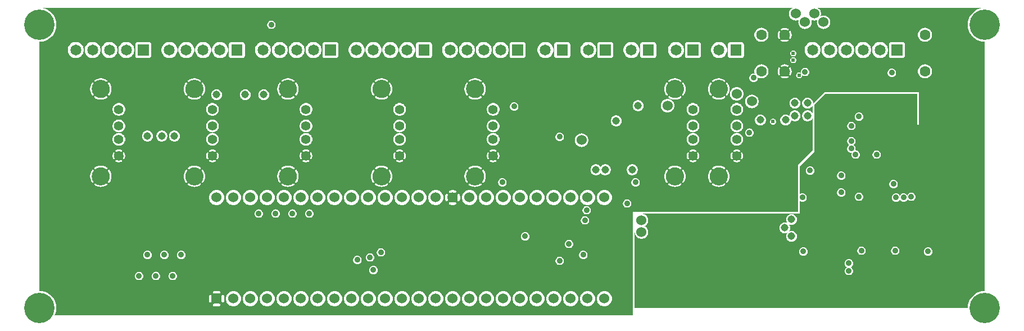
<source format=gbr>
G04 start of page 3 for group 1 idx 1 *
G04 Title: uart, signal2 *
G04 Creator: pcb 20140316 *
G04 CreationDate: Wed 16 Jan 2019 07:50:34 AM GMT UTC *
G04 For: brian *
G04 Format: Gerber/RS-274X *
G04 PCB-Dimensions (mil): 9000.00 5000.00 *
G04 PCB-Coordinate-Origin: lower left *
%MOIN*%
%FSLAX25Y25*%
%LNGROUP1*%
%ADD74C,0.0380*%
%ADD73C,0.0906*%
%ADD72C,0.0354*%
%ADD71C,0.0118*%
%ADD70C,0.1285*%
%ADD69C,0.0433*%
%ADD68C,0.0400*%
%ADD67C,0.0118*%
%ADD66C,0.0350*%
%ADD65C,0.0250*%
%ADD64C,0.0200*%
%ADD63C,0.0240*%
%ADD62C,0.0450*%
%ADD61C,0.0360*%
%ADD60C,0.0600*%
%ADD59C,0.1063*%
%ADD58C,0.0551*%
%ADD57C,0.0256*%
%ADD56C,0.1800*%
%ADD55C,0.0630*%
%ADD54C,0.0650*%
%ADD53C,0.0001*%
G54D53*G36*
X586304Y390000D02*X587556D01*
X587142Y389746D01*
X586663Y389337D01*
X586304Y388917D01*
Y390000D01*
G37*
G36*
X701500Y320500D02*X666104D01*
Y348185D01*
X666110Y348184D01*
X666761Y348235D01*
X667396Y348388D01*
X668000Y348638D01*
X668557Y348979D01*
X669054Y349403D01*
X669478Y349900D01*
X669819Y350457D01*
X670069Y351060D01*
X670221Y351695D01*
X670260Y352346D01*
X670221Y352998D01*
X670069Y353633D01*
X669819Y354236D01*
X669478Y354793D01*
X669054Y355290D01*
X668557Y355714D01*
X668000Y356055D01*
X667396Y356305D01*
X666761Y356458D01*
X666110Y356509D01*
X666104Y356508D01*
Y369838D01*
X666110Y369838D01*
X666761Y369889D01*
X667396Y370041D01*
X668000Y370291D01*
X668557Y370633D01*
X669054Y371057D01*
X669478Y371553D01*
X669819Y372110D01*
X670069Y372714D01*
X670221Y373349D01*
X670260Y374000D01*
X670221Y374651D01*
X670069Y375286D01*
X669819Y375890D01*
X669478Y376447D01*
X669054Y376943D01*
X668557Y377367D01*
X668000Y377709D01*
X667396Y377959D01*
X666761Y378111D01*
X666110Y378162D01*
X666104Y378162D01*
Y390000D01*
X701108D01*
X699931Y389907D01*
X698400Y389540D01*
X696946Y388938D01*
X695604Y388115D01*
X694407Y387093D01*
X693385Y385896D01*
X692562Y384554D01*
X691960Y383100D01*
X691593Y381569D01*
X691469Y380000D01*
X691593Y378431D01*
X691960Y376900D01*
X692562Y375446D01*
X693385Y374104D01*
X694407Y372907D01*
X695604Y371885D01*
X696946Y371062D01*
X698400Y370460D01*
X699931Y370093D01*
X701500Y369969D01*
Y320500D01*
G37*
G36*
X666104D02*X662500D01*
Y340000D01*
X646496D01*
Y348993D01*
X646500Y348992D01*
X646892Y349023D01*
X647275Y349115D01*
X647638Y349266D01*
X647974Y349471D01*
X648273Y349727D01*
X648529Y350026D01*
X648734Y350362D01*
X648885Y350725D01*
X648977Y351108D01*
X649000Y351500D01*
X648977Y351892D01*
X648885Y352275D01*
X648734Y352638D01*
X648529Y352974D01*
X648273Y353273D01*
X647974Y353529D01*
X647638Y353734D01*
X647275Y353885D01*
X646892Y353977D01*
X646500Y354008D01*
X646496Y354007D01*
Y360251D01*
X652985Y360264D01*
X653215Y360319D01*
X653433Y360409D01*
X653634Y360533D01*
X653814Y360686D01*
X653967Y360866D01*
X654091Y361067D01*
X654181Y361285D01*
X654236Y361515D01*
X654250Y361750D01*
X654236Y368485D01*
X654181Y368715D01*
X654091Y368933D01*
X653967Y369134D01*
X653814Y369314D01*
X653634Y369467D01*
X653433Y369591D01*
X653215Y369681D01*
X652985Y369736D01*
X652750Y369750D01*
X646496Y369737D01*
Y390000D01*
X666104D01*
Y378162D01*
X665459Y378111D01*
X664824Y377959D01*
X664221Y377709D01*
X663664Y377367D01*
X663167Y376943D01*
X662743Y376447D01*
X662402Y375890D01*
X662152Y375286D01*
X661999Y374651D01*
X661948Y374000D01*
X661999Y373349D01*
X662152Y372714D01*
X662402Y372110D01*
X662743Y371553D01*
X663167Y371057D01*
X663664Y370633D01*
X664221Y370291D01*
X664824Y370041D01*
X665459Y369889D01*
X666104Y369838D01*
Y356508D01*
X665459Y356458D01*
X664824Y356305D01*
X664221Y356055D01*
X663664Y355714D01*
X663167Y355290D01*
X662743Y354793D01*
X662402Y354236D01*
X662152Y353633D01*
X661999Y352998D01*
X661948Y352346D01*
X661999Y351695D01*
X662152Y351060D01*
X662402Y350457D01*
X662743Y349900D01*
X663167Y349403D01*
X663664Y348979D01*
X664221Y348638D01*
X664824Y348388D01*
X665459Y348235D01*
X666104Y348185D01*
Y320500D01*
G37*
G36*
X593597Y324518D02*X593863Y324084D01*
X594195Y323695D01*
X594584Y323363D01*
X595020Y323095D01*
X595493Y322900D01*
X595990Y322780D01*
X596500Y322740D01*
X597010Y322780D01*
X597507Y322900D01*
X597980Y323095D01*
X598416Y323363D01*
X598805Y323695D01*
X599137Y324084D01*
X599405Y324520D01*
X599500Y324750D01*
Y305500D01*
X593597Y299597D01*
Y324518D01*
G37*
G36*
Y332018D02*X593863Y331584D01*
X594195Y331195D01*
X594584Y330863D01*
X595020Y330595D01*
X595493Y330400D01*
X595990Y330280D01*
X596500Y330240D01*
X597010Y330280D01*
X597507Y330400D01*
X597980Y330595D01*
X598416Y330863D01*
X598805Y331195D01*
X599137Y331584D01*
X599405Y332020D01*
X599500Y332250D01*
Y327250D01*
X599405Y327480D01*
X599137Y327916D01*
X598805Y328305D01*
X598416Y328637D01*
X597980Y328905D01*
X597507Y329100D01*
X597010Y329220D01*
X596500Y329260D01*
X595990Y329220D01*
X595493Y329100D01*
X595020Y328905D01*
X594584Y328637D01*
X594195Y328305D01*
X593863Y327916D01*
X593597Y327482D01*
Y332018D01*
G37*
G36*
X646496Y340000D02*X639493D01*
Y360236D01*
X639500Y360235D01*
X640245Y360294D01*
X640972Y360469D01*
X641663Y360755D01*
X642301Y361145D01*
X642869Y361631D01*
X643355Y362199D01*
X643745Y362837D01*
X644031Y363528D01*
X644206Y364255D01*
X644250Y365000D01*
X644206Y365745D01*
X644031Y366472D01*
X643745Y367163D01*
X643355Y367801D01*
X642869Y368369D01*
X642301Y368855D01*
X641663Y369245D01*
X640972Y369531D01*
X640245Y369706D01*
X639500Y369765D01*
X639493Y369764D01*
Y390000D01*
X646496D01*
Y369737D01*
X646015Y369736D01*
X645785Y369681D01*
X645567Y369591D01*
X645366Y369467D01*
X645186Y369314D01*
X645033Y369134D01*
X644909Y368933D01*
X644819Y368715D01*
X644764Y368485D01*
X644750Y368250D01*
X644764Y361515D01*
X644819Y361285D01*
X644909Y361067D01*
X645033Y360866D01*
X645186Y360686D01*
X645366Y360533D01*
X645567Y360409D01*
X645785Y360319D01*
X646015Y360264D01*
X646250Y360250D01*
X646496Y360251D01*
Y354007D01*
X646108Y353977D01*
X645725Y353885D01*
X645362Y353734D01*
X645026Y353529D01*
X644727Y353273D01*
X644471Y352974D01*
X644266Y352638D01*
X644115Y352275D01*
X644023Y351892D01*
X643992Y351500D01*
X644023Y351108D01*
X644115Y350725D01*
X644266Y350362D01*
X644471Y350026D01*
X644727Y349727D01*
X645026Y349471D01*
X645362Y349266D01*
X645725Y349115D01*
X646108Y349023D01*
X646496Y348993D01*
Y340000D01*
G37*
G36*
X639493D02*X629493D01*
Y360236D01*
X629500Y360235D01*
X630245Y360294D01*
X630972Y360469D01*
X631663Y360755D01*
X632301Y361145D01*
X632869Y361631D01*
X633355Y362199D01*
X633745Y362837D01*
X634031Y363528D01*
X634206Y364255D01*
X634250Y365000D01*
X634206Y365745D01*
X634031Y366472D01*
X633745Y367163D01*
X633355Y367801D01*
X632869Y368369D01*
X632301Y368855D01*
X631663Y369245D01*
X630972Y369531D01*
X630245Y369706D01*
X629500Y369765D01*
X629493Y369764D01*
Y390000D01*
X639493D01*
Y369764D01*
X638755Y369706D01*
X638028Y369531D01*
X637337Y369245D01*
X636699Y368855D01*
X636131Y368369D01*
X635645Y367801D01*
X635255Y367163D01*
X634969Y366472D01*
X634794Y365745D01*
X634735Y365000D01*
X634794Y364255D01*
X634969Y363528D01*
X635255Y362837D01*
X635645Y362199D01*
X636131Y361631D01*
X636699Y361145D01*
X637337Y360755D01*
X638028Y360469D01*
X638755Y360294D01*
X639493Y360236D01*
Y340000D01*
G37*
G36*
X629493D02*X619493D01*
Y360236D01*
X619500Y360235D01*
X620245Y360294D01*
X620972Y360469D01*
X621663Y360755D01*
X622301Y361145D01*
X622869Y361631D01*
X623355Y362199D01*
X623745Y362837D01*
X624031Y363528D01*
X624206Y364255D01*
X624250Y365000D01*
X624206Y365745D01*
X624031Y366472D01*
X623745Y367163D01*
X623355Y367801D01*
X622869Y368369D01*
X622301Y368855D01*
X621663Y369245D01*
X620972Y369531D01*
X620245Y369706D01*
X619500Y369765D01*
X619493Y369764D01*
Y390000D01*
X629493D01*
Y369764D01*
X628755Y369706D01*
X628028Y369531D01*
X627337Y369245D01*
X626699Y368855D01*
X626131Y368369D01*
X625645Y367801D01*
X625255Y367163D01*
X624969Y366472D01*
X624794Y365745D01*
X624735Y365000D01*
X624794Y364255D01*
X624969Y363528D01*
X625255Y362837D01*
X625645Y362199D01*
X626131Y361631D01*
X626699Y361145D01*
X627337Y360755D01*
X628028Y360469D01*
X628755Y360294D01*
X629493Y360236D01*
Y340000D01*
G37*
G36*
X619493D02*X609493D01*
Y360236D01*
X609500Y360235D01*
X610245Y360294D01*
X610972Y360469D01*
X611663Y360755D01*
X612301Y361145D01*
X612869Y361631D01*
X613355Y362199D01*
X613745Y362837D01*
X614031Y363528D01*
X614206Y364255D01*
X614250Y365000D01*
X614206Y365745D01*
X614031Y366472D01*
X613745Y367163D01*
X613355Y367801D01*
X612869Y368369D01*
X612301Y368855D01*
X611663Y369245D01*
X610972Y369531D01*
X610245Y369706D01*
X609500Y369765D01*
X609493Y369764D01*
Y379544D01*
X609575Y379678D01*
X609816Y380260D01*
X609963Y380872D01*
X610000Y381500D01*
X609963Y382128D01*
X609816Y382740D01*
X609575Y383322D01*
X609493Y383456D01*
Y390000D01*
X619493D01*
Y369764D01*
X618755Y369706D01*
X618028Y369531D01*
X617337Y369245D01*
X616699Y368855D01*
X616131Y368369D01*
X615645Y367801D01*
X615255Y367163D01*
X614969Y366472D01*
X614794Y365745D01*
X614735Y365000D01*
X614794Y364255D01*
X614969Y363528D01*
X615255Y362837D01*
X615645Y362199D01*
X616131Y361631D01*
X616699Y361145D01*
X617337Y360755D01*
X618028Y360469D01*
X618755Y360294D01*
X619493Y360236D01*
Y340000D01*
G37*
G36*
X609493Y383456D02*X609246Y383858D01*
X608837Y384337D01*
X608358Y384746D01*
X607822Y385075D01*
X607240Y385316D01*
X606628Y385463D01*
X606000Y385512D01*
X605372Y385463D01*
X604760Y385316D01*
X604252Y385105D01*
X604316Y385260D01*
X604463Y385872D01*
X604500Y386500D01*
X604463Y387128D01*
X604316Y387740D01*
X604075Y388322D01*
X603746Y388858D01*
X603337Y389337D01*
X602858Y389746D01*
X602444Y390000D01*
X609493D01*
Y383456D01*
G37*
G36*
Y340000D02*X606500D01*
X599734Y333234D01*
X599750Y333500D01*
X599720Y334010D01*
X599600Y334507D01*
X599493Y334768D01*
Y360236D01*
X599500Y360235D01*
X600245Y360294D01*
X600972Y360469D01*
X601663Y360755D01*
X602301Y361145D01*
X602869Y361631D01*
X603355Y362199D01*
X603745Y362837D01*
X604031Y363528D01*
X604206Y364255D01*
X604250Y365000D01*
X604206Y365745D01*
X604031Y366472D01*
X603745Y367163D01*
X603355Y367801D01*
X602869Y368369D01*
X602301Y368855D01*
X601663Y369245D01*
X600972Y369531D01*
X600245Y369706D01*
X599500Y369765D01*
X599493Y369764D01*
Y382628D01*
X599872Y382537D01*
X600500Y382488D01*
X601128Y382537D01*
X601740Y382684D01*
X602248Y382895D01*
X602184Y382740D01*
X602037Y382128D01*
X601988Y381500D01*
X602037Y380872D01*
X602184Y380260D01*
X602425Y379678D01*
X602754Y379142D01*
X603163Y378663D01*
X603642Y378254D01*
X604178Y377925D01*
X604760Y377684D01*
X605372Y377537D01*
X606000Y377488D01*
X606628Y377537D01*
X607240Y377684D01*
X607822Y377925D01*
X608358Y378254D01*
X608837Y378663D01*
X609246Y379142D01*
X609493Y379544D01*
Y369764D01*
X608755Y369706D01*
X608028Y369531D01*
X607337Y369245D01*
X606699Y368855D01*
X606131Y368369D01*
X605645Y367801D01*
X605255Y367163D01*
X604969Y366472D01*
X604794Y365745D01*
X604735Y365000D01*
X604794Y364255D01*
X604969Y363528D01*
X605255Y362837D01*
X605645Y362199D01*
X606131Y361631D01*
X606699Y361145D01*
X607337Y360755D01*
X608028Y360469D01*
X608755Y360294D01*
X609493Y360236D01*
Y340000D01*
G37*
G36*
X599493Y334768D02*X599405Y334980D01*
X599137Y335416D01*
X598805Y335805D01*
X598416Y336137D01*
X597980Y336405D01*
X597507Y336600D01*
X597010Y336720D01*
X596500Y336760D01*
X595990Y336720D01*
X595493Y336600D01*
X595020Y336405D01*
X594584Y336137D01*
X594195Y335805D01*
X593863Y335416D01*
X593597Y334982D01*
Y349928D01*
X593862Y349766D01*
X594225Y349615D01*
X594608Y349523D01*
X595000Y349492D01*
X595392Y349523D01*
X595775Y349615D01*
X596138Y349766D01*
X596474Y349971D01*
X596773Y350227D01*
X597029Y350526D01*
X597234Y350862D01*
X597385Y351225D01*
X597477Y351608D01*
X597500Y352000D01*
X597477Y352392D01*
X597385Y352775D01*
X597234Y353138D01*
X597029Y353474D01*
X596773Y353773D01*
X596474Y354029D01*
X596138Y354234D01*
X595775Y354385D01*
X595392Y354477D01*
X595000Y354508D01*
X594608Y354477D01*
X594225Y354385D01*
X593862Y354234D01*
X593597Y354072D01*
Y377752D01*
X593760Y377684D01*
X594372Y377537D01*
X595000Y377488D01*
X595628Y377537D01*
X596240Y377684D01*
X596822Y377925D01*
X597358Y378254D01*
X597837Y378663D01*
X598246Y379142D01*
X598575Y379678D01*
X598816Y380260D01*
X598963Y380872D01*
X599000Y381500D01*
X598963Y382128D01*
X598816Y382740D01*
X598752Y382895D01*
X599260Y382684D01*
X599493Y382628D01*
Y369764D01*
X598755Y369706D01*
X598028Y369531D01*
X597337Y369245D01*
X596699Y368855D01*
X596131Y368369D01*
X595645Y367801D01*
X595255Y367163D01*
X594969Y366472D01*
X594794Y365745D01*
X594735Y365000D01*
X594794Y364255D01*
X594969Y363528D01*
X595255Y362837D01*
X595645Y362199D01*
X596131Y361631D01*
X596699Y361145D01*
X597337Y360755D01*
X598028Y360469D01*
X598755Y360294D01*
X599493Y360236D01*
Y334768D01*
G37*
G36*
X593597Y334982D02*X593595Y334980D01*
X593400Y334507D01*
X593280Y334010D01*
X593240Y333500D01*
X593280Y332990D01*
X593400Y332493D01*
X593595Y332020D01*
X593597Y332018D01*
Y327482D01*
X593595Y327480D01*
X593400Y327007D01*
X593280Y326510D01*
X593240Y326000D01*
X593280Y325490D01*
X593400Y324993D01*
X593595Y324520D01*
X593597Y324518D01*
Y299597D01*
X591000Y297000D01*
Y277598D01*
X590992Y277500D01*
X591000Y277402D01*
Y269000D01*
X586304D01*
Y321855D01*
X586405Y322020D01*
X586600Y322493D01*
X586720Y322990D01*
X586750Y323500D01*
X586741Y323656D01*
X587084Y323363D01*
X587520Y323095D01*
X587993Y322900D01*
X588490Y322780D01*
X589000Y322740D01*
X589510Y322780D01*
X590007Y322900D01*
X590480Y323095D01*
X590916Y323363D01*
X591305Y323695D01*
X591637Y324084D01*
X591905Y324520D01*
X592100Y324993D01*
X592220Y325490D01*
X592250Y326000D01*
X592220Y326510D01*
X592100Y327007D01*
X591905Y327480D01*
X591637Y327916D01*
X591305Y328305D01*
X590916Y328637D01*
X590480Y328905D01*
X590007Y329100D01*
X589510Y329220D01*
X589000Y329260D01*
X588490Y329220D01*
X587993Y329100D01*
X587520Y328905D01*
X587084Y328637D01*
X586695Y328305D01*
X586363Y327916D01*
X586304Y327820D01*
Y331680D01*
X586363Y331584D01*
X586695Y331195D01*
X587084Y330863D01*
X587520Y330595D01*
X587993Y330400D01*
X588490Y330280D01*
X589000Y330240D01*
X589510Y330280D01*
X590007Y330400D01*
X590480Y330595D01*
X590916Y330863D01*
X591305Y331195D01*
X591637Y331584D01*
X591905Y332020D01*
X592100Y332493D01*
X592220Y332990D01*
X592250Y333500D01*
X592220Y334010D01*
X592100Y334507D01*
X591905Y334980D01*
X591637Y335416D01*
X591305Y335805D01*
X590916Y336137D01*
X590480Y336405D01*
X590007Y336600D01*
X589510Y336720D01*
X589000Y336760D01*
X588490Y336720D01*
X587993Y336600D01*
X587520Y336405D01*
X587084Y336137D01*
X586695Y335805D01*
X586363Y335416D01*
X586304Y335320D01*
Y350117D01*
X586351Y350143D01*
X586413Y350192D01*
X586466Y350250D01*
X586508Y350316D01*
X586685Y350659D01*
X586826Y351018D01*
X586932Y351390D01*
X587004Y351769D01*
X587039Y352153D01*
Y352540D01*
X587004Y352924D01*
X586932Y353303D01*
X586826Y353675D01*
X586685Y354034D01*
X586512Y354379D01*
X586469Y354446D01*
X586415Y354504D01*
X586353Y354553D01*
X586304Y354580D01*
Y358389D01*
X586390Y358180D01*
X586538Y357938D01*
X586723Y357723D01*
X586938Y357538D01*
X587180Y357390D01*
X587442Y357282D01*
X587717Y357216D01*
X588000Y357193D01*
X588283Y357216D01*
X588558Y357282D01*
X588820Y357390D01*
X589062Y357538D01*
X589277Y357723D01*
X589462Y357938D01*
X589610Y358180D01*
X589718Y358442D01*
X589784Y358717D01*
X589801Y359000D01*
X589784Y359283D01*
X589718Y359558D01*
X589610Y359820D01*
X589462Y360062D01*
X589277Y360277D01*
X589062Y360462D01*
X588820Y360610D01*
X588558Y360718D01*
X588283Y360784D01*
X588000Y360807D01*
X587717Y360784D01*
X587442Y360718D01*
X587180Y360610D01*
X586938Y360462D01*
X586723Y360277D01*
X586538Y360062D01*
X586390Y359820D01*
X586304Y359611D01*
Y362389D01*
X586390Y362180D01*
X586538Y361938D01*
X586723Y361723D01*
X586938Y361538D01*
X587180Y361390D01*
X587442Y361282D01*
X587717Y361216D01*
X588000Y361193D01*
X588283Y361216D01*
X588558Y361282D01*
X588820Y361390D01*
X589062Y361538D01*
X589277Y361723D01*
X589462Y361938D01*
X589610Y362180D01*
X589718Y362442D01*
X589784Y362717D01*
X589801Y363000D01*
X589784Y363283D01*
X589718Y363558D01*
X589610Y363820D01*
X589462Y364062D01*
X589277Y364277D01*
X589062Y364462D01*
X588820Y364610D01*
X588558Y364718D01*
X588283Y364784D01*
X588000Y364807D01*
X587717Y364784D01*
X587442Y364718D01*
X587180Y364610D01*
X586938Y364462D01*
X586723Y364277D01*
X586538Y364062D01*
X586390Y363820D01*
X586304Y363611D01*
Y371770D01*
X586351Y371797D01*
X586413Y371845D01*
X586466Y371903D01*
X586508Y371969D01*
X586685Y372312D01*
X586826Y372672D01*
X586932Y373043D01*
X587004Y373422D01*
X587039Y373807D01*
Y374193D01*
X587004Y374578D01*
X586932Y374957D01*
X586826Y375328D01*
X586685Y375688D01*
X586512Y376033D01*
X586469Y376099D01*
X586415Y376157D01*
X586353Y376206D01*
X586304Y376234D01*
Y384083D01*
X586663Y383663D01*
X587142Y383254D01*
X587678Y382925D01*
X588260Y382684D01*
X588872Y382537D01*
X589500Y382488D01*
X590128Y382537D01*
X590740Y382684D01*
X591248Y382895D01*
X591184Y382740D01*
X591037Y382128D01*
X590988Y381500D01*
X591037Y380872D01*
X591184Y380260D01*
X591425Y379678D01*
X591754Y379142D01*
X592163Y378663D01*
X592642Y378254D01*
X593178Y377925D01*
X593597Y377752D01*
Y354072D01*
X593526Y354029D01*
X593227Y353773D01*
X592971Y353474D01*
X592766Y353138D01*
X592615Y352775D01*
X592523Y352392D01*
X592492Y352000D01*
X592523Y351608D01*
X592558Y351464D01*
X592320Y351610D01*
X592058Y351718D01*
X591783Y351784D01*
X591500Y351807D01*
X591217Y351784D01*
X590942Y351718D01*
X590680Y351610D01*
X590438Y351462D01*
X590223Y351277D01*
X590038Y351062D01*
X589890Y350820D01*
X589782Y350558D01*
X589716Y350283D01*
X589693Y350000D01*
X589716Y349717D01*
X589782Y349442D01*
X589890Y349180D01*
X590038Y348938D01*
X590223Y348723D01*
X590438Y348538D01*
X590680Y348390D01*
X590942Y348282D01*
X591217Y348216D01*
X591500Y348193D01*
X591783Y348216D01*
X592058Y348282D01*
X592320Y348390D01*
X592562Y348538D01*
X592777Y348723D01*
X592962Y348938D01*
X593110Y349180D01*
X593218Y349442D01*
X593284Y349717D01*
X593301Y350000D01*
X593291Y350172D01*
X593526Y349971D01*
X593597Y349928D01*
Y334982D01*
G37*
G36*
X586304Y327820D02*X586095Y327480D01*
X585900Y327007D01*
X585780Y326510D01*
X585740Y326000D01*
X585752Y325851D01*
X585416Y326137D01*
X584980Y326405D01*
X584507Y326600D01*
X584010Y326720D01*
X583500Y326760D01*
X582990Y326720D01*
X582891Y326696D01*
Y348197D01*
X583083D01*
X583467Y348233D01*
X583847Y348304D01*
X584218Y348410D01*
X584578Y348551D01*
X584923Y348724D01*
X584989Y348768D01*
X585047Y348821D01*
X585096Y348884D01*
X585135Y348953D01*
X585162Y349027D01*
X585177Y349105D01*
X585180Y349184D01*
X585171Y349263D01*
X585149Y349339D01*
X585116Y349411D01*
X585072Y349477D01*
X585018Y349535D01*
X584956Y349584D01*
X584887Y349623D01*
X584812Y349650D01*
X584735Y349665D01*
X584656Y349668D01*
X584577Y349659D01*
X584501Y349637D01*
X584429Y349603D01*
X584169Y349469D01*
X583897Y349362D01*
X583615Y349282D01*
X583328Y349227D01*
X583036Y349200D01*
X582891D01*
Y355493D01*
X583036D01*
X583328Y355465D01*
X583615Y355411D01*
X583897Y355331D01*
X584169Y355224D01*
X584431Y355093D01*
X584502Y355059D01*
X584578Y355037D01*
X584656Y355028D01*
X584734Y355031D01*
X584812Y355046D01*
X584885Y355073D01*
X584954Y355112D01*
X585016Y355161D01*
X585069Y355218D01*
X585113Y355284D01*
X585146Y355355D01*
X585168Y355431D01*
X585177Y355509D01*
X585174Y355588D01*
X585159Y355665D01*
X585132Y355739D01*
X585093Y355807D01*
X585044Y355869D01*
X584987Y355923D01*
X584921Y355965D01*
X584578Y356142D01*
X584218Y356283D01*
X583847Y356389D01*
X583467Y356460D01*
X583083Y356496D01*
X582891D01*
Y369850D01*
X583083D01*
X583467Y369886D01*
X583847Y369958D01*
X584218Y370064D01*
X584578Y370204D01*
X584923Y370377D01*
X584989Y370421D01*
X585047Y370475D01*
X585096Y370537D01*
X585135Y370606D01*
X585162Y370681D01*
X585177Y370758D01*
X585180Y370838D01*
X585171Y370916D01*
X585149Y370993D01*
X585116Y371064D01*
X585072Y371130D01*
X585018Y371188D01*
X584956Y371237D01*
X584887Y371276D01*
X584812Y371303D01*
X584735Y371319D01*
X584656Y371322D01*
X584577Y371312D01*
X584501Y371291D01*
X584429Y371256D01*
X584169Y371122D01*
X583897Y371016D01*
X583615Y370935D01*
X583328Y370881D01*
X583036Y370854D01*
X582891D01*
Y377146D01*
X583036D01*
X583328Y377119D01*
X583615Y377065D01*
X583897Y376984D01*
X584169Y376878D01*
X584431Y376747D01*
X584502Y376712D01*
X584578Y376691D01*
X584656Y376682D01*
X584734Y376685D01*
X584812Y376700D01*
X584885Y376727D01*
X584954Y376765D01*
X585016Y376814D01*
X585069Y376872D01*
X585113Y376937D01*
X585146Y377009D01*
X585168Y377084D01*
X585177Y377163D01*
X585174Y377241D01*
X585159Y377318D01*
X585132Y377392D01*
X585093Y377461D01*
X585044Y377523D01*
X584987Y377576D01*
X584921Y377619D01*
X584578Y377796D01*
X584218Y377936D01*
X583847Y378042D01*
X583467Y378114D01*
X583083Y378150D01*
X582891D01*
Y390000D01*
X586304D01*
Y388917D01*
X586254Y388858D01*
X585925Y388322D01*
X585684Y387740D01*
X585537Y387128D01*
X585488Y386500D01*
X585537Y385872D01*
X585684Y385260D01*
X585925Y384678D01*
X586254Y384142D01*
X586304Y384083D01*
Y376234D01*
X586283Y376245D01*
X586209Y376272D01*
X586131Y376288D01*
X586052Y376291D01*
X585973Y376281D01*
X585897Y376260D01*
X585825Y376226D01*
X585759Y376182D01*
X585701Y376129D01*
X585652Y376066D01*
X585614Y375997D01*
X585586Y375923D01*
X585571Y375845D01*
X585568Y375766D01*
X585577Y375687D01*
X585599Y375611D01*
X585633Y375540D01*
X585768Y375280D01*
X585874Y375007D01*
X585955Y374726D01*
X586009Y374438D01*
X586036Y374146D01*
Y373854D01*
X586009Y373562D01*
X585955Y373274D01*
X585874Y372993D01*
X585768Y372720D01*
X585636Y372459D01*
X585602Y372388D01*
X585581Y372312D01*
X585571Y372234D01*
X585574Y372155D01*
X585590Y372078D01*
X585617Y372004D01*
X585655Y371936D01*
X585704Y371874D01*
X585762Y371820D01*
X585827Y371777D01*
X585898Y371744D01*
X585974Y371722D01*
X586052Y371713D01*
X586131Y371716D01*
X586208Y371731D01*
X586282Y371758D01*
X586304Y371770D01*
Y363611D01*
X586282Y363558D01*
X586216Y363283D01*
X586193Y363000D01*
X586216Y362717D01*
X586282Y362442D01*
X586304Y362389D01*
Y359611D01*
X586282Y359558D01*
X586216Y359283D01*
X586193Y359000D01*
X586216Y358717D01*
X586282Y358442D01*
X586304Y358389D01*
Y354580D01*
X586283Y354591D01*
X586209Y354619D01*
X586131Y354634D01*
X586052Y354637D01*
X585973Y354628D01*
X585897Y354606D01*
X585825Y354573D01*
X585759Y354529D01*
X585701Y354475D01*
X585652Y354413D01*
X585614Y354344D01*
X585586Y354269D01*
X585571Y354191D01*
X585568Y354112D01*
X585577Y354034D01*
X585599Y353957D01*
X585633Y353886D01*
X585768Y353626D01*
X585874Y353353D01*
X585955Y353072D01*
X586009Y352784D01*
X586036Y352493D01*
Y352200D01*
X586009Y351909D01*
X585955Y351621D01*
X585874Y351339D01*
X585768Y351067D01*
X585636Y350805D01*
X585602Y350734D01*
X585581Y350659D01*
X585571Y350580D01*
X585574Y350502D01*
X585590Y350425D01*
X585617Y350351D01*
X585655Y350282D01*
X585704Y350220D01*
X585762Y350167D01*
X585827Y350123D01*
X585898Y350090D01*
X585974Y350069D01*
X586052Y350059D01*
X586131Y350062D01*
X586208Y350078D01*
X586282Y350105D01*
X586304Y350117D01*
Y335320D01*
X586095Y334980D01*
X585900Y334507D01*
X585780Y334010D01*
X585740Y333500D01*
X585780Y332990D01*
X585900Y332493D01*
X586095Y332020D01*
X586304Y331680D01*
Y327820D01*
G37*
G36*
Y269000D02*X582891D01*
Y320304D01*
X582990Y320280D01*
X583500Y320240D01*
X584010Y320280D01*
X584507Y320400D01*
X584980Y320595D01*
X585416Y320863D01*
X585805Y321195D01*
X586137Y321584D01*
X586304Y321855D01*
Y269000D01*
G37*
G36*
X582891D02*X579476D01*
Y350113D01*
X579496Y350102D01*
X579570Y350074D01*
X579648Y350059D01*
X579727Y350056D01*
X579806Y350065D01*
X579882Y350087D01*
X579954Y350120D01*
X580020Y350164D01*
X580078Y350218D01*
X580127Y350280D01*
X580166Y350349D01*
X580193Y350424D01*
X580209Y350501D01*
X580212Y350581D01*
X580202Y350659D01*
X580181Y350736D01*
X580146Y350807D01*
X580012Y351067D01*
X579905Y351339D01*
X579825Y351621D01*
X579771Y351909D01*
X579744Y352200D01*
Y352493D01*
X579771Y352784D01*
X579825Y353072D01*
X579905Y353353D01*
X580012Y353626D01*
X580143Y353888D01*
X580177Y353959D01*
X580199Y354034D01*
X580208Y354112D01*
X580205Y354191D01*
X580190Y354268D01*
X580163Y354342D01*
X580124Y354411D01*
X580076Y354473D01*
X580018Y354526D01*
X579953Y354570D01*
X579881Y354603D01*
X579805Y354624D01*
X579727Y354634D01*
X579649Y354631D01*
X579571Y354615D01*
X579498Y354588D01*
X579476Y354576D01*
Y371766D01*
X579496Y371755D01*
X579570Y371728D01*
X579648Y371712D01*
X579727Y371709D01*
X579806Y371719D01*
X579882Y371740D01*
X579954Y371774D01*
X580020Y371818D01*
X580078Y371871D01*
X580127Y371934D01*
X580166Y372003D01*
X580193Y372077D01*
X580209Y372155D01*
X580212Y372234D01*
X580202Y372313D01*
X580181Y372389D01*
X580146Y372460D01*
X580012Y372720D01*
X579905Y372993D01*
X579825Y373274D01*
X579771Y373562D01*
X579744Y373854D01*
Y374146D01*
X579771Y374438D01*
X579825Y374726D01*
X579905Y375007D01*
X580012Y375280D01*
X580143Y375541D01*
X580177Y375612D01*
X580199Y375688D01*
X580208Y375766D01*
X580205Y375845D01*
X580190Y375922D01*
X580163Y375996D01*
X580124Y376064D01*
X580076Y376126D01*
X580018Y376180D01*
X579953Y376223D01*
X579881Y376256D01*
X579805Y376278D01*
X579727Y376287D01*
X579649Y376284D01*
X579571Y376269D01*
X579498Y376242D01*
X579476Y376230D01*
Y390000D01*
X582891D01*
Y378150D01*
X582697D01*
X582312Y378114D01*
X581933Y378042D01*
X581562Y377936D01*
X581202Y377796D01*
X580857Y377623D01*
X580791Y377579D01*
X580733Y377525D01*
X580684Y377463D01*
X580645Y377394D01*
X580618Y377319D01*
X580602Y377242D01*
X580599Y377162D01*
X580608Y377084D01*
X580630Y377007D01*
X580663Y376936D01*
X580707Y376870D01*
X580761Y376812D01*
X580823Y376763D01*
X580893Y376724D01*
X580967Y376697D01*
X581045Y376681D01*
X581124Y376678D01*
X581203Y376688D01*
X581279Y376709D01*
X581350Y376744D01*
X581610Y376878D01*
X581883Y376984D01*
X582164Y377065D01*
X582452Y377119D01*
X582743Y377146D01*
X582891D01*
Y370854D01*
X582743D01*
X582452Y370881D01*
X582164Y370935D01*
X581883Y371016D01*
X581610Y371122D01*
X581348Y371253D01*
X581278Y371288D01*
X581202Y371309D01*
X581124Y371318D01*
X581045Y371315D01*
X580968Y371300D01*
X580894Y371273D01*
X580825Y371235D01*
X580764Y371186D01*
X580710Y371128D01*
X580666Y371063D01*
X580633Y370991D01*
X580612Y370916D01*
X580603Y370837D01*
X580606Y370759D01*
X580621Y370682D01*
X580648Y370608D01*
X580686Y370539D01*
X580735Y370477D01*
X580793Y370424D01*
X580859Y370381D01*
X581202Y370204D01*
X581562Y370064D01*
X581933Y369958D01*
X582312Y369886D01*
X582697Y369850D01*
X582891D01*
Y356496D01*
X582697D01*
X582312Y356460D01*
X581933Y356389D01*
X581562Y356283D01*
X581202Y356142D01*
X580857Y355969D01*
X580791Y355925D01*
X580733Y355872D01*
X580684Y355809D01*
X580645Y355740D01*
X580618Y355666D01*
X580602Y355588D01*
X580599Y355509D01*
X580608Y355430D01*
X580630Y355354D01*
X580663Y355282D01*
X580707Y355216D01*
X580761Y355158D01*
X580823Y355109D01*
X580893Y355070D01*
X580967Y355043D01*
X581045Y355028D01*
X581124Y355025D01*
X581203Y355034D01*
X581279Y355056D01*
X581350Y355090D01*
X581610Y355224D01*
X581883Y355331D01*
X582164Y355411D01*
X582452Y355465D01*
X582743Y355493D01*
X582891D01*
Y349200D01*
X582743D01*
X582452Y349227D01*
X582164Y349282D01*
X581883Y349362D01*
X581610Y349469D01*
X581348Y349600D01*
X581278Y349634D01*
X581202Y349656D01*
X581124Y349665D01*
X581045Y349662D01*
X580968Y349647D01*
X580894Y349619D01*
X580825Y349581D01*
X580764Y349532D01*
X580710Y349475D01*
X580666Y349409D01*
X580633Y349338D01*
X580612Y349262D01*
X580603Y349184D01*
X580606Y349105D01*
X580621Y349028D01*
X580648Y348954D01*
X580686Y348886D01*
X580735Y348824D01*
X580793Y348770D01*
X580859Y348728D01*
X581202Y348551D01*
X581562Y348410D01*
X581933Y348304D01*
X582312Y348233D01*
X582697Y348197D01*
X582891D01*
Y326696D01*
X582493Y326600D01*
X582020Y326405D01*
X581584Y326137D01*
X581195Y325805D01*
X580863Y325416D01*
X580595Y324980D01*
X580400Y324507D01*
X580280Y324010D01*
X580240Y323500D01*
X580280Y322990D01*
X580400Y322493D01*
X580595Y322020D01*
X580863Y321584D01*
X581195Y321195D01*
X581584Y320863D01*
X582020Y320595D01*
X582493Y320400D01*
X582891Y320304D01*
Y269000D01*
G37*
G36*
X579476D02*X575997D01*
Y320694D01*
X576000Y320693D01*
X576283Y320716D01*
X576558Y320782D01*
X576820Y320890D01*
X577062Y321038D01*
X577277Y321223D01*
X577462Y321438D01*
X577610Y321680D01*
X577718Y321942D01*
X577784Y322217D01*
X577801Y322500D01*
X577784Y322783D01*
X577718Y323058D01*
X577610Y323320D01*
X577462Y323562D01*
X577277Y323777D01*
X577062Y323962D01*
X576820Y324110D01*
X576558Y324218D01*
X576283Y324284D01*
X576000Y324307D01*
X575997Y324306D01*
Y390000D01*
X579476D01*
Y376230D01*
X579429Y376203D01*
X579367Y376155D01*
X579313Y376097D01*
X579271Y376031D01*
X579094Y375688D01*
X578954Y375328D01*
X578847Y374957D01*
X578776Y374578D01*
X578740Y374193D01*
Y373807D01*
X578776Y373422D01*
X578847Y373043D01*
X578954Y372672D01*
X579094Y372312D01*
X579267Y371967D01*
X579311Y371901D01*
X579365Y371843D01*
X579427Y371794D01*
X579476Y371766D01*
Y354576D01*
X579429Y354550D01*
X579367Y354501D01*
X579313Y354443D01*
X579271Y354377D01*
X579094Y354034D01*
X578954Y353675D01*
X578847Y353303D01*
X578776Y352924D01*
X578740Y352540D01*
Y352153D01*
X578776Y351769D01*
X578847Y351390D01*
X578954Y351018D01*
X579094Y350659D01*
X579267Y350313D01*
X579311Y350247D01*
X579365Y350189D01*
X579427Y350140D01*
X579476Y350113D01*
Y269000D01*
G37*
G36*
X575997D02*X567626D01*
Y320367D01*
X567990Y320280D01*
X568500Y320240D01*
X569010Y320280D01*
X569507Y320400D01*
X569980Y320595D01*
X570416Y320863D01*
X570805Y321195D01*
X571137Y321584D01*
X571405Y322020D01*
X571600Y322493D01*
X571720Y322990D01*
X571750Y323500D01*
X571720Y324010D01*
X571600Y324507D01*
X571405Y324980D01*
X571137Y325416D01*
X570805Y325805D01*
X570416Y326137D01*
X569980Y326405D01*
X569507Y326600D01*
X569010Y326720D01*
X568500Y326760D01*
X567990Y326720D01*
X567626Y326633D01*
Y348470D01*
X567824Y348388D01*
X568459Y348235D01*
X569110Y348184D01*
X569761Y348235D01*
X570396Y348388D01*
X571000Y348638D01*
X571557Y348979D01*
X572054Y349403D01*
X572478Y349900D01*
X572819Y350457D01*
X573069Y351060D01*
X573221Y351695D01*
X573260Y352346D01*
X573221Y352998D01*
X573069Y353633D01*
X572819Y354236D01*
X572478Y354793D01*
X572054Y355290D01*
X571557Y355714D01*
X571000Y356055D01*
X570396Y356305D01*
X569761Y356458D01*
X569110Y356509D01*
X568459Y356458D01*
X567824Y356305D01*
X567626Y356223D01*
Y370123D01*
X567824Y370041D01*
X568459Y369889D01*
X569110Y369838D01*
X569761Y369889D01*
X570396Y370041D01*
X571000Y370291D01*
X571557Y370633D01*
X572054Y371057D01*
X572478Y371553D01*
X572819Y372110D01*
X573069Y372714D01*
X573221Y373349D01*
X573260Y374000D01*
X573221Y374651D01*
X573069Y375286D01*
X572819Y375890D01*
X572478Y376447D01*
X572054Y376943D01*
X571557Y377367D01*
X571000Y377709D01*
X570396Y377959D01*
X569761Y378111D01*
X569110Y378162D01*
X568459Y378111D01*
X567824Y377959D01*
X567626Y377877D01*
Y390000D01*
X575997D01*
Y324306D01*
X575717Y324284D01*
X575442Y324218D01*
X575180Y324110D01*
X574938Y323962D01*
X574723Y323777D01*
X574538Y323562D01*
X574390Y323320D01*
X574282Y323058D01*
X574216Y322783D01*
X574193Y322500D01*
X574216Y322217D01*
X574282Y321942D01*
X574390Y321680D01*
X574538Y321438D01*
X574723Y321223D01*
X574938Y321038D01*
X575180Y320890D01*
X575442Y320782D01*
X575717Y320716D01*
X575997Y320694D01*
Y269000D01*
G37*
G36*
X561996Y390000D02*X567626D01*
Y377877D01*
X567221Y377709D01*
X566664Y377367D01*
X566167Y376943D01*
X565743Y376447D01*
X565402Y375890D01*
X565152Y375286D01*
X564999Y374651D01*
X564948Y374000D01*
X564999Y373349D01*
X565152Y372714D01*
X565402Y372110D01*
X565743Y371553D01*
X566167Y371057D01*
X566664Y370633D01*
X567221Y370291D01*
X567626Y370123D01*
Y356223D01*
X567221Y356055D01*
X566664Y355714D01*
X566167Y355290D01*
X565743Y354793D01*
X565402Y354236D01*
X565152Y353633D01*
X564999Y352998D01*
X564948Y352346D01*
X564999Y351695D01*
X565152Y351060D01*
X565219Y350899D01*
X564892Y350977D01*
X564500Y351008D01*
X564108Y350977D01*
X563725Y350885D01*
X563362Y350734D01*
X563026Y350529D01*
X562727Y350273D01*
X562471Y349974D01*
X562266Y349638D01*
X562115Y349275D01*
X562023Y348892D01*
X561996Y348549D01*
Y390000D01*
G37*
G36*
X567626Y269000D02*X561996D01*
Y313493D01*
X562000Y313492D01*
X562392Y313523D01*
X562775Y313615D01*
X563138Y313766D01*
X563474Y313971D01*
X563773Y314227D01*
X564029Y314526D01*
X564234Y314862D01*
X564385Y315225D01*
X564477Y315608D01*
X564500Y316000D01*
X564477Y316392D01*
X564385Y316775D01*
X564234Y317138D01*
X564029Y317474D01*
X563773Y317773D01*
X563474Y318029D01*
X563138Y318234D01*
X562775Y318385D01*
X562392Y318477D01*
X562000Y318508D01*
X561996Y318507D01*
Y330793D01*
X562260Y330684D01*
X562872Y330537D01*
X563500Y330488D01*
X564128Y330537D01*
X564740Y330684D01*
X565322Y330925D01*
X565858Y331254D01*
X566337Y331663D01*
X566746Y332142D01*
X567075Y332678D01*
X567316Y333260D01*
X567463Y333872D01*
X567500Y334500D01*
X567463Y335128D01*
X567316Y335740D01*
X567075Y336322D01*
X566746Y336858D01*
X566337Y337337D01*
X565858Y337746D01*
X565322Y338075D01*
X564740Y338316D01*
X564128Y338463D01*
X563500Y338512D01*
X562872Y338463D01*
X562260Y338316D01*
X561996Y338207D01*
Y348451D01*
X562023Y348108D01*
X562115Y347725D01*
X562266Y347362D01*
X562471Y347026D01*
X562727Y346727D01*
X563026Y346471D01*
X563362Y346266D01*
X563725Y346115D01*
X564108Y346023D01*
X564500Y345992D01*
X564892Y346023D01*
X565275Y346115D01*
X565638Y346266D01*
X565974Y346471D01*
X566273Y346727D01*
X566529Y347026D01*
X566734Y347362D01*
X566885Y347725D01*
X566977Y348108D01*
X567000Y348500D01*
X566983Y348783D01*
X567221Y348638D01*
X567626Y348470D01*
Y326633D01*
X567493Y326600D01*
X567020Y326405D01*
X566584Y326137D01*
X566195Y325805D01*
X565863Y325416D01*
X565595Y324980D01*
X565400Y324507D01*
X565280Y324010D01*
X565240Y323500D01*
X565280Y322990D01*
X565400Y322493D01*
X565595Y322020D01*
X565863Y321584D01*
X566195Y321195D01*
X566584Y320863D01*
X567020Y320595D01*
X567493Y320400D01*
X567626Y320367D01*
Y269000D01*
G37*
G36*
X561996D02*X557573D01*
Y300256D01*
X557615Y300274D01*
X557683Y300314D01*
X557743Y300365D01*
X557794Y300424D01*
X557834Y300492D01*
X557988Y300817D01*
X558106Y301156D01*
X558192Y301506D01*
X558243Y301861D01*
X558260Y302220D01*
X558243Y302580D01*
X558192Y302935D01*
X558106Y303285D01*
X557988Y303624D01*
X557838Y303951D01*
X557797Y304018D01*
X557745Y304078D01*
X557684Y304129D01*
X557617Y304170D01*
X557573Y304188D01*
Y309889D01*
X557857Y310353D01*
X558083Y310899D01*
X558221Y311474D01*
X558256Y312063D01*
X558221Y312652D01*
X558083Y313227D01*
X557857Y313773D01*
X557573Y314237D01*
Y317763D01*
X557857Y318227D01*
X558083Y318773D01*
X558221Y319348D01*
X558256Y319937D01*
X558221Y320526D01*
X558083Y321101D01*
X557857Y321647D01*
X557573Y322111D01*
Y327606D01*
X557857Y328069D01*
X558083Y328615D01*
X558221Y329190D01*
X558256Y329780D01*
X558221Y330369D01*
X558083Y330944D01*
X557857Y331490D01*
X557573Y331953D01*
Y336439D01*
X557746Y336642D01*
X558075Y337178D01*
X558316Y337760D01*
X558463Y338372D01*
X558500Y339000D01*
X558463Y339628D01*
X558316Y340240D01*
X558075Y340822D01*
X557746Y341358D01*
X557573Y341561D01*
Y360285D01*
X557715Y360319D01*
X557933Y360409D01*
X558134Y360533D01*
X558314Y360686D01*
X558467Y360866D01*
X558591Y361067D01*
X558681Y361285D01*
X558736Y361515D01*
X558750Y361750D01*
X558736Y368485D01*
X558681Y368715D01*
X558591Y368933D01*
X558467Y369134D01*
X558314Y369314D01*
X558134Y369467D01*
X557933Y369591D01*
X557715Y369681D01*
X557573Y369715D01*
Y390000D01*
X561996D01*
Y348549D01*
X561992Y348500D01*
X561996Y348451D01*
Y338207D01*
X561678Y338075D01*
X561142Y337746D01*
X560663Y337337D01*
X560254Y336858D01*
X559925Y336322D01*
X559684Y335740D01*
X559537Y335128D01*
X559488Y334500D01*
X559537Y333872D01*
X559684Y333260D01*
X559925Y332678D01*
X560254Y332142D01*
X560663Y331663D01*
X561142Y331254D01*
X561678Y330925D01*
X561996Y330793D01*
Y318507D01*
X561608Y318477D01*
X561225Y318385D01*
X560862Y318234D01*
X560526Y318029D01*
X560227Y317773D01*
X559971Y317474D01*
X559766Y317138D01*
X559615Y316775D01*
X559523Y316392D01*
X559492Y316000D01*
X559523Y315608D01*
X559615Y315225D01*
X559766Y314862D01*
X559971Y314526D01*
X560227Y314227D01*
X560526Y313971D01*
X560862Y313766D01*
X561225Y313615D01*
X561608Y313523D01*
X561996Y313493D01*
Y269000D01*
G37*
G36*
X557573Y369715D02*X557485Y369736D01*
X557250Y369750D01*
X554494Y369744D01*
Y390000D01*
X557573D01*
Y369715D01*
G37*
G36*
Y341561D02*X557337Y341837D01*
X556858Y342246D01*
X556322Y342575D01*
X555740Y342816D01*
X555128Y342963D01*
X554500Y343012D01*
X554494Y343012D01*
Y360258D01*
X557485Y360264D01*
X557573Y360285D01*
Y341561D01*
G37*
G36*
Y331953D02*X557548Y331994D01*
X557164Y332444D01*
X556714Y332827D01*
X556210Y333136D01*
X555664Y333363D01*
X555089Y333501D01*
X554500Y333547D01*
X554494Y333547D01*
Y334988D01*
X554500Y334988D01*
X555128Y335037D01*
X555740Y335184D01*
X556322Y335425D01*
X556858Y335754D01*
X557337Y336163D01*
X557573Y336439D01*
Y331953D01*
G37*
G36*
Y322111D02*X557548Y322151D01*
X557164Y322601D01*
X556714Y322985D01*
X556210Y323294D01*
X555664Y323520D01*
X555089Y323658D01*
X554500Y323704D01*
X554494Y323704D01*
Y326012D01*
X554500Y326012D01*
X555089Y326058D01*
X555664Y326196D01*
X556210Y326423D01*
X556714Y326732D01*
X557164Y327116D01*
X557548Y327565D01*
X557573Y327606D01*
Y322111D01*
G37*
G36*
Y314237D02*X557548Y314277D01*
X557164Y314727D01*
X556714Y315111D01*
X556210Y315420D01*
X555664Y315646D01*
X555089Y315784D01*
X554500Y315830D01*
X554494Y315830D01*
Y316170D01*
X554500Y316170D01*
X555089Y316216D01*
X555664Y316354D01*
X556210Y316580D01*
X556714Y316889D01*
X557164Y317273D01*
X557548Y317723D01*
X557573Y317763D01*
Y314237D01*
G37*
G36*
Y269000D02*X554494D01*
Y298461D01*
X554500Y298460D01*
X554859Y298477D01*
X555215Y298529D01*
X555564Y298614D01*
X555904Y298732D01*
X556231Y298882D01*
X556298Y298924D01*
X556358Y298976D01*
X556409Y299036D01*
X556450Y299104D01*
X556480Y299177D01*
X556498Y299254D01*
X556503Y299333D01*
X556496Y299412D01*
X556477Y299489D01*
X556447Y299562D01*
X556405Y299629D01*
X556353Y299689D01*
X556292Y299740D01*
X556224Y299781D01*
X556151Y299811D01*
X556074Y299829D01*
X555995Y299835D01*
X555916Y299828D01*
X555839Y299809D01*
X555767Y299777D01*
X555529Y299664D01*
X555280Y299577D01*
X555024Y299515D01*
X554763Y299477D01*
X554500Y299465D01*
X554494Y299465D01*
Y304976D01*
X554500Y304976D01*
X554763Y304964D01*
X555024Y304926D01*
X555280Y304864D01*
X555529Y304777D01*
X555768Y304667D01*
X555840Y304635D01*
X555917Y304616D01*
X555995Y304610D01*
X556073Y304615D01*
X556150Y304633D01*
X556223Y304663D01*
X556290Y304703D01*
X556351Y304754D01*
X556402Y304813D01*
X556444Y304880D01*
X556474Y304953D01*
X556493Y305029D01*
X556500Y305108D01*
X556494Y305186D01*
X556477Y305263D01*
X556447Y305336D01*
X556406Y305403D01*
X556356Y305463D01*
X556296Y305515D01*
X556229Y305555D01*
X555904Y305709D01*
X555564Y305827D01*
X555215Y305912D01*
X554859Y305963D01*
X554500Y305981D01*
X554494Y305980D01*
Y308296D01*
X554500Y308296D01*
X555089Y308342D01*
X555664Y308480D01*
X556210Y308706D01*
X556714Y309015D01*
X557164Y309399D01*
X557548Y309849D01*
X557573Y309889D01*
Y304188D01*
X557543Y304200D01*
X557466Y304218D01*
X557387Y304224D01*
X557308Y304217D01*
X557231Y304198D01*
X557158Y304167D01*
X557091Y304125D01*
X557031Y304073D01*
X556980Y304013D01*
X556939Y303945D01*
X556909Y303872D01*
X556892Y303794D01*
X556886Y303715D01*
X556893Y303637D01*
X556912Y303560D01*
X556944Y303487D01*
X557057Y303249D01*
X557143Y303000D01*
X557206Y302744D01*
X557243Y302484D01*
X557256Y302220D01*
X557243Y301957D01*
X557206Y301696D01*
X557143Y301440D01*
X557057Y301192D01*
X556947Y300952D01*
X556915Y300880D01*
X556896Y300804D01*
X556889Y300726D01*
X556895Y300647D01*
X556913Y300570D01*
X556942Y300497D01*
X556983Y300430D01*
X557033Y300370D01*
X557093Y300318D01*
X557160Y300277D01*
X557232Y300246D01*
X557309Y300227D01*
X557387Y300220D01*
X557466Y300226D01*
X557542Y300244D01*
X557573Y300256D01*
Y269000D01*
G37*
G36*
X551427Y317763D02*X551452Y317723D01*
X551836Y317273D01*
X552286Y316889D01*
X552790Y316580D01*
X553336Y316354D01*
X553911Y316216D01*
X554494Y316170D01*
Y315830D01*
X553911Y315784D01*
X553336Y315646D01*
X552790Y315420D01*
X552286Y315111D01*
X551836Y314727D01*
X551452Y314277D01*
X551427Y314237D01*
Y317763D01*
G37*
G36*
Y327606D02*X551452Y327565D01*
X551836Y327116D01*
X552286Y326732D01*
X552790Y326423D01*
X553336Y326196D01*
X553911Y326058D01*
X554494Y326012D01*
Y323704D01*
X553911Y323658D01*
X553336Y323520D01*
X552790Y323294D01*
X552286Y322985D01*
X551836Y322601D01*
X551452Y322151D01*
X551427Y322111D01*
Y327606D01*
G37*
G36*
Y336439D02*X551663Y336163D01*
X552142Y335754D01*
X552678Y335425D01*
X553260Y335184D01*
X553872Y335037D01*
X554494Y334988D01*
Y333547D01*
X553911Y333501D01*
X553336Y333363D01*
X552790Y333136D01*
X552286Y332827D01*
X551836Y332444D01*
X551452Y331994D01*
X551427Y331953D01*
Y336439D01*
G37*
G36*
Y360251D02*X554494Y360258D01*
Y343012D01*
X553872Y342963D01*
X553260Y342816D01*
X552678Y342575D01*
X552142Y342246D01*
X551663Y341837D01*
X551427Y341561D01*
Y360251D01*
G37*
G36*
Y390000D02*X554494D01*
Y369744D01*
X551427Y369738D01*
Y390000D01*
G37*
G36*
X554494Y269000D02*X551427D01*
Y300253D01*
X551457Y300241D01*
X551534Y300223D01*
X551613Y300217D01*
X551692Y300224D01*
X551769Y300243D01*
X551842Y300274D01*
X551909Y300316D01*
X551969Y300368D01*
X552020Y300428D01*
X552061Y300496D01*
X552091Y300569D01*
X552108Y300647D01*
X552114Y300726D01*
X552107Y300804D01*
X552088Y300881D01*
X552056Y300954D01*
X551943Y301192D01*
X551857Y301440D01*
X551794Y301696D01*
X551757Y301957D01*
X551744Y302220D01*
X551757Y302484D01*
X551794Y302744D01*
X551857Y303000D01*
X551943Y303249D01*
X552053Y303489D01*
X552085Y303561D01*
X552104Y303637D01*
X552111Y303715D01*
X552105Y303794D01*
X552087Y303871D01*
X552058Y303944D01*
X552017Y304011D01*
X551967Y304071D01*
X551907Y304123D01*
X551840Y304164D01*
X551768Y304195D01*
X551691Y304214D01*
X551613Y304220D01*
X551534Y304215D01*
X551458Y304197D01*
X551427Y304185D01*
Y309889D01*
X551452Y309849D01*
X551836Y309399D01*
X552286Y309015D01*
X552790Y308706D01*
X553336Y308480D01*
X553911Y308342D01*
X554494Y308296D01*
Y305980D01*
X554141Y305963D01*
X553785Y305912D01*
X553436Y305827D01*
X553096Y305709D01*
X552769Y305559D01*
X552702Y305517D01*
X552642Y305465D01*
X552591Y305405D01*
X552550Y305337D01*
X552520Y305264D01*
X552502Y305186D01*
X552497Y305108D01*
X552504Y305029D01*
X552523Y304952D01*
X552553Y304879D01*
X552595Y304812D01*
X552647Y304752D01*
X552708Y304701D01*
X552776Y304660D01*
X552849Y304630D01*
X552926Y304612D01*
X553005Y304606D01*
X553084Y304613D01*
X553161Y304632D01*
X553233Y304664D01*
X553471Y304777D01*
X553720Y304864D01*
X553976Y304926D01*
X554237Y304964D01*
X554494Y304976D01*
Y299465D01*
X554237Y299477D01*
X553976Y299515D01*
X553720Y299577D01*
X553471Y299664D01*
X553232Y299774D01*
X553160Y299806D01*
X553083Y299825D01*
X553005Y299831D01*
X552927Y299826D01*
X552850Y299808D01*
X552777Y299778D01*
X552710Y299738D01*
X552649Y299687D01*
X552598Y299628D01*
X552556Y299561D01*
X552526Y299488D01*
X552507Y299412D01*
X552500Y299333D01*
X552506Y299255D01*
X552523Y299178D01*
X552553Y299105D01*
X552594Y299038D01*
X552644Y298978D01*
X552704Y298926D01*
X552771Y298886D01*
X553096Y298732D01*
X553436Y298614D01*
X553785Y298529D01*
X554141Y298477D01*
X554494Y298461D01*
Y269000D01*
G37*
G36*
X549115Y342407D02*X549125Y342331D01*
X549146Y341866D01*
X549125Y341401D01*
X549115Y341326D01*
Y342407D01*
G37*
G36*
Y290674D02*X549125Y290599D01*
X549146Y290134D01*
X549125Y289669D01*
X549115Y289593D01*
Y290674D01*
G37*
G36*
X551427Y269000D02*X549115D01*
Y286683D01*
X549298Y286961D01*
X549555Y287452D01*
X549767Y287963D01*
X549935Y288491D01*
X550055Y289032D01*
X550127Y289581D01*
X550152Y290134D01*
X550127Y290687D01*
X550055Y291236D01*
X549935Y291777D01*
X549767Y292304D01*
X549555Y292816D01*
X549298Y293306D01*
X549115Y293592D01*
Y338415D01*
X549298Y338694D01*
X549555Y339184D01*
X549767Y339696D01*
X549935Y340223D01*
X550055Y340764D01*
X550127Y341313D01*
X550152Y341866D01*
X550127Y342419D01*
X550055Y342968D01*
X549935Y343509D01*
X549767Y344037D01*
X549555Y344548D01*
X549298Y345039D01*
X549115Y345324D01*
Y390000D01*
X551427D01*
Y369738D01*
X550515Y369736D01*
X550285Y369681D01*
X550067Y369591D01*
X549866Y369467D01*
X549686Y369314D01*
X549533Y369134D01*
X549409Y368933D01*
X549319Y368715D01*
X549264Y368485D01*
X549250Y368250D01*
X549264Y361515D01*
X549319Y361285D01*
X549409Y361067D01*
X549533Y360866D01*
X549686Y360686D01*
X549866Y360533D01*
X550067Y360409D01*
X550285Y360319D01*
X550515Y360264D01*
X550750Y360250D01*
X551427Y360251D01*
Y341561D01*
X551254Y341358D01*
X550925Y340822D01*
X550684Y340240D01*
X550537Y339628D01*
X550488Y339000D01*
X550537Y338372D01*
X550684Y337760D01*
X550925Y337178D01*
X551254Y336642D01*
X551427Y336439D01*
Y331953D01*
X551143Y331490D01*
X550917Y330944D01*
X550779Y330369D01*
X550733Y329780D01*
X550779Y329190D01*
X550917Y328615D01*
X551143Y328069D01*
X551427Y327606D01*
Y322111D01*
X551143Y321647D01*
X550917Y321101D01*
X550779Y320526D01*
X550733Y319937D01*
X550779Y319348D01*
X550917Y318773D01*
X551143Y318227D01*
X551427Y317763D01*
Y314237D01*
X551143Y313773D01*
X550917Y313227D01*
X550779Y312652D01*
X550733Y312063D01*
X550779Y311474D01*
X550917Y310899D01*
X551143Y310353D01*
X551427Y309889D01*
Y304185D01*
X551385Y304167D01*
X551317Y304127D01*
X551257Y304076D01*
X551206Y304017D01*
X551166Y303949D01*
X551012Y303624D01*
X550894Y303285D01*
X550808Y302935D01*
X550757Y302580D01*
X550740Y302220D01*
X550757Y301861D01*
X550808Y301506D01*
X550894Y301156D01*
X551012Y300817D01*
X551162Y300490D01*
X551203Y300422D01*
X551255Y300363D01*
X551316Y300312D01*
X551383Y300271D01*
X551427Y300253D01*
Y269000D01*
G37*
G36*
X549115D02*X543833D01*
Y283813D01*
X544384Y283837D01*
X544933Y283910D01*
X545473Y284030D01*
X546001Y284197D01*
X546513Y284410D01*
X547003Y284667D01*
X547470Y284965D01*
X547531Y285016D01*
X547584Y285075D01*
X547626Y285142D01*
X547658Y285215D01*
X547677Y285292D01*
X547685Y285372D01*
X547680Y285451D01*
X547662Y285528D01*
X547633Y285602D01*
X547593Y285671D01*
X547542Y285732D01*
X547482Y285785D01*
X547415Y285827D01*
X547342Y285859D01*
X547265Y285878D01*
X547186Y285886D01*
X547106Y285881D01*
X547029Y285863D01*
X546955Y285834D01*
X546887Y285792D01*
X546498Y285537D01*
X546086Y285321D01*
X545656Y285142D01*
X545212Y285002D01*
X544757Y284900D01*
X544296Y284839D01*
X543833Y284819D01*
Y295449D01*
X544296Y295428D01*
X544757Y295367D01*
X545212Y295266D01*
X545656Y295126D01*
X546086Y294947D01*
X546498Y294731D01*
X546890Y294480D01*
X546957Y294438D01*
X547030Y294409D01*
X547107Y294392D01*
X547186Y294387D01*
X547264Y294394D01*
X547340Y294414D01*
X547413Y294445D01*
X547479Y294487D01*
X547538Y294539D01*
X547588Y294600D01*
X547628Y294668D01*
X547657Y294741D01*
X547675Y294818D01*
X547680Y294896D01*
X547672Y294974D01*
X547653Y295051D01*
X547622Y295123D01*
X547580Y295189D01*
X547528Y295249D01*
X547466Y295297D01*
X547003Y295601D01*
X546513Y295858D01*
X546001Y296071D01*
X545473Y296238D01*
X544933Y296358D01*
X544384Y296431D01*
X543833Y296455D01*
Y335545D01*
X544384Y335569D01*
X544933Y335642D01*
X545473Y335762D01*
X546001Y335929D01*
X546513Y336142D01*
X547003Y336399D01*
X547470Y336698D01*
X547531Y336748D01*
X547584Y336807D01*
X547626Y336875D01*
X547658Y336948D01*
X547677Y337025D01*
X547685Y337104D01*
X547680Y337183D01*
X547662Y337261D01*
X547633Y337335D01*
X547593Y337403D01*
X547542Y337464D01*
X547482Y337517D01*
X547415Y337559D01*
X547342Y337591D01*
X547265Y337611D01*
X547186Y337618D01*
X547106Y337613D01*
X547029Y337596D01*
X546955Y337566D01*
X546887Y337524D01*
X546498Y337269D01*
X546086Y337053D01*
X545656Y336874D01*
X545212Y336734D01*
X544757Y336633D01*
X544296Y336572D01*
X543833Y336551D01*
Y347181D01*
X544296Y347161D01*
X544757Y347100D01*
X545212Y346998D01*
X545656Y346858D01*
X546086Y346679D01*
X546498Y346463D01*
X546890Y346212D01*
X546957Y346171D01*
X547030Y346142D01*
X547107Y346124D01*
X547186Y346119D01*
X547264Y346127D01*
X547340Y346146D01*
X547413Y346177D01*
X547479Y346220D01*
X547538Y346272D01*
X547588Y346332D01*
X547628Y346400D01*
X547657Y346473D01*
X547675Y346550D01*
X547680Y346628D01*
X547672Y346707D01*
X547653Y346783D01*
X547622Y346855D01*
X547580Y346922D01*
X547528Y346981D01*
X547466Y347030D01*
X547003Y347333D01*
X546513Y347590D01*
X546001Y347803D01*
X545473Y347970D01*
X544933Y348090D01*
X544384Y348163D01*
X543833Y348187D01*
Y360248D01*
X544000Y360235D01*
X544745Y360294D01*
X545472Y360469D01*
X546163Y360755D01*
X546801Y361145D01*
X547369Y361631D01*
X547855Y362199D01*
X548245Y362837D01*
X548531Y363528D01*
X548706Y364255D01*
X548750Y365000D01*
X548706Y365745D01*
X548531Y366472D01*
X548245Y367163D01*
X547855Y367801D01*
X547369Y368369D01*
X546801Y368855D01*
X546163Y369245D01*
X545472Y369531D01*
X544745Y369706D01*
X544000Y369765D01*
X543833Y369752D01*
Y390000D01*
X549115D01*
Y345324D01*
X548999Y345505D01*
X548949Y345567D01*
X548889Y345619D01*
X548822Y345662D01*
X548749Y345693D01*
X548672Y345713D01*
X548593Y345720D01*
X548514Y345715D01*
X548436Y345698D01*
X548362Y345668D01*
X548294Y345628D01*
X548233Y345577D01*
X548180Y345518D01*
X548138Y345450D01*
X548106Y345377D01*
X548086Y345300D01*
X548079Y345221D01*
X548084Y345142D01*
X548101Y345064D01*
X548131Y344990D01*
X548172Y344923D01*
X548428Y344534D01*
X548644Y344121D01*
X548822Y343691D01*
X548963Y343247D01*
X549064Y342793D01*
X549115Y342407D01*
Y341326D01*
X549064Y340939D01*
X548963Y340485D01*
X548822Y340041D01*
X548644Y339611D01*
X548428Y339199D01*
X548177Y338806D01*
X548135Y338740D01*
X548106Y338666D01*
X548089Y338590D01*
X548084Y338511D01*
X548091Y338433D01*
X548111Y338357D01*
X548142Y338284D01*
X548184Y338218D01*
X548236Y338159D01*
X548297Y338109D01*
X548364Y338068D01*
X548438Y338039D01*
X548514Y338022D01*
X548593Y338017D01*
X548671Y338024D01*
X548748Y338044D01*
X548820Y338075D01*
X548886Y338117D01*
X548945Y338169D01*
X548994Y338231D01*
X549115Y338415D01*
Y293592D01*
X548999Y293773D01*
X548949Y293834D01*
X548889Y293887D01*
X548822Y293929D01*
X548749Y293961D01*
X548672Y293981D01*
X548593Y293988D01*
X548514Y293983D01*
X548436Y293966D01*
X548362Y293936D01*
X548294Y293896D01*
X548233Y293845D01*
X548180Y293785D01*
X548138Y293718D01*
X548106Y293645D01*
X548086Y293568D01*
X548079Y293489D01*
X548084Y293410D01*
X548101Y293332D01*
X548131Y293258D01*
X548172Y293191D01*
X548428Y292801D01*
X548644Y292389D01*
X548822Y291959D01*
X548963Y291515D01*
X549064Y291061D01*
X549115Y290674D01*
Y289593D01*
X549064Y289207D01*
X548963Y288753D01*
X548822Y288309D01*
X548644Y287879D01*
X548428Y287466D01*
X548177Y287074D01*
X548135Y287007D01*
X548106Y286934D01*
X548089Y286857D01*
X548084Y286779D01*
X548091Y286701D01*
X548111Y286624D01*
X548142Y286552D01*
X548184Y286486D01*
X548236Y286426D01*
X548297Y286376D01*
X548364Y286336D01*
X548438Y286307D01*
X548514Y286290D01*
X548593Y286285D01*
X548671Y286292D01*
X548748Y286312D01*
X548820Y286343D01*
X548886Y286385D01*
X548945Y286437D01*
X548994Y286499D01*
X549115Y286683D01*
Y269000D01*
G37*
G36*
X543833D02*X538546D01*
Y286676D01*
X538662Y286495D01*
X538712Y286433D01*
X538772Y286381D01*
X538839Y286338D01*
X538912Y286307D01*
X538989Y286287D01*
X539068Y286280D01*
X539148Y286285D01*
X539225Y286302D01*
X539299Y286332D01*
X539368Y286372D01*
X539429Y286423D01*
X539481Y286482D01*
X539524Y286550D01*
X539555Y286623D01*
X539575Y286700D01*
X539583Y286779D01*
X539577Y286858D01*
X539560Y286936D01*
X539531Y287010D01*
X539489Y287077D01*
X539234Y287466D01*
X539018Y287879D01*
X538839Y288309D01*
X538698Y288753D01*
X538597Y289207D01*
X538546Y289593D01*
Y290674D01*
X538597Y291061D01*
X538698Y291515D01*
X538839Y291959D01*
X539018Y292389D01*
X539234Y292801D01*
X539485Y293194D01*
X539526Y293260D01*
X539555Y293334D01*
X539572Y293410D01*
X539577Y293489D01*
X539570Y293567D01*
X539551Y293643D01*
X539519Y293716D01*
X539477Y293782D01*
X539425Y293841D01*
X539365Y293891D01*
X539297Y293932D01*
X539224Y293961D01*
X539147Y293978D01*
X539068Y293983D01*
X538990Y293976D01*
X538914Y293956D01*
X538842Y293925D01*
X538775Y293883D01*
X538716Y293831D01*
X538667Y293769D01*
X538546Y293585D01*
Y338408D01*
X538662Y338227D01*
X538712Y338166D01*
X538772Y338113D01*
X538839Y338071D01*
X538912Y338039D01*
X538989Y338019D01*
X539068Y338012D01*
X539148Y338017D01*
X539225Y338034D01*
X539299Y338064D01*
X539368Y338104D01*
X539429Y338155D01*
X539481Y338215D01*
X539524Y338282D01*
X539555Y338355D01*
X539575Y338432D01*
X539583Y338511D01*
X539577Y338590D01*
X539560Y338668D01*
X539531Y338742D01*
X539489Y338809D01*
X539234Y339199D01*
X539018Y339611D01*
X538839Y340041D01*
X538698Y340485D01*
X538597Y340939D01*
X538546Y341326D01*
Y342407D01*
X538597Y342793D01*
X538698Y343247D01*
X538839Y343691D01*
X539018Y344121D01*
X539234Y344534D01*
X539485Y344926D01*
X539526Y344993D01*
X539555Y345066D01*
X539572Y345143D01*
X539577Y345221D01*
X539570Y345299D01*
X539551Y345376D01*
X539519Y345448D01*
X539477Y345514D01*
X539425Y345574D01*
X539365Y345624D01*
X539297Y345664D01*
X539224Y345693D01*
X539147Y345710D01*
X539068Y345715D01*
X538990Y345708D01*
X538914Y345688D01*
X538842Y345657D01*
X538775Y345615D01*
X538716Y345563D01*
X538667Y345501D01*
X538546Y345317D01*
Y390000D01*
X543833D01*
Y369752D01*
X543255Y369706D01*
X542528Y369531D01*
X541837Y369245D01*
X541199Y368855D01*
X540631Y368369D01*
X540145Y367801D01*
X539755Y367163D01*
X539469Y366472D01*
X539294Y365745D01*
X539235Y365000D01*
X539294Y364255D01*
X539469Y363528D01*
X539755Y362837D01*
X540145Y362199D01*
X540631Y361631D01*
X541199Y361145D01*
X541837Y360755D01*
X542528Y360469D01*
X543255Y360294D01*
X543833Y360248D01*
Y348187D01*
X543831Y348187D01*
X543277Y348163D01*
X542729Y348090D01*
X542188Y347970D01*
X541660Y347803D01*
X541149Y347590D01*
X540658Y347333D01*
X540192Y347035D01*
X540130Y346984D01*
X540078Y346925D01*
X540035Y346858D01*
X540004Y346785D01*
X539984Y346708D01*
X539977Y346628D01*
X539982Y346549D01*
X539999Y346472D01*
X540028Y346398D01*
X540069Y346329D01*
X540120Y346268D01*
X540179Y346216D01*
X540246Y346173D01*
X540319Y346141D01*
X540396Y346122D01*
X540476Y346114D01*
X540555Y346119D01*
X540633Y346137D01*
X540706Y346166D01*
X540774Y346208D01*
X541163Y346463D01*
X541576Y346679D01*
X542006Y346858D01*
X542449Y346998D01*
X542904Y347100D01*
X543366Y347161D01*
X543831Y347181D01*
X543833Y347181D01*
Y336551D01*
X543831Y336551D01*
X543366Y336572D01*
X542904Y336633D01*
X542449Y336734D01*
X542006Y336874D01*
X541576Y337053D01*
X541163Y337269D01*
X540771Y337520D01*
X540704Y337562D01*
X540631Y337591D01*
X540554Y337608D01*
X540476Y337613D01*
X540397Y337606D01*
X540321Y337586D01*
X540249Y337555D01*
X540182Y337513D01*
X540123Y337461D01*
X540073Y337400D01*
X540033Y337332D01*
X540004Y337259D01*
X539987Y337182D01*
X539982Y337104D01*
X539989Y337026D01*
X540009Y336949D01*
X540040Y336877D01*
X540082Y336811D01*
X540134Y336751D01*
X540195Y336703D01*
X540658Y336399D01*
X541149Y336142D01*
X541660Y335929D01*
X542188Y335762D01*
X542729Y335642D01*
X543277Y335569D01*
X543831Y335545D01*
X543833Y335545D01*
Y296455D01*
X543831Y296455D01*
X543277Y296431D01*
X542729Y296358D01*
X542188Y296238D01*
X541660Y296071D01*
X541149Y295858D01*
X540658Y295601D01*
X540192Y295302D01*
X540130Y295252D01*
X540078Y295193D01*
X540035Y295125D01*
X540004Y295052D01*
X539984Y294975D01*
X539977Y294896D01*
X539982Y294817D01*
X539999Y294739D01*
X540028Y294665D01*
X540069Y294597D01*
X540120Y294536D01*
X540179Y294483D01*
X540246Y294441D01*
X540319Y294409D01*
X540396Y294389D01*
X540476Y294382D01*
X540555Y294387D01*
X540633Y294404D01*
X540706Y294434D01*
X540774Y294476D01*
X541163Y294731D01*
X541576Y294947D01*
X542006Y295126D01*
X542449Y295266D01*
X542904Y295367D01*
X543366Y295428D01*
X543831Y295449D01*
X543833Y295449D01*
Y284819D01*
X543831Y284819D01*
X543366Y284839D01*
X542904Y284900D01*
X542449Y285002D01*
X542006Y285142D01*
X541576Y285321D01*
X541163Y285537D01*
X540771Y285788D01*
X540704Y285829D01*
X540631Y285858D01*
X540554Y285876D01*
X540476Y285881D01*
X540397Y285873D01*
X540321Y285854D01*
X540249Y285823D01*
X540182Y285780D01*
X540123Y285728D01*
X540073Y285668D01*
X540033Y285600D01*
X540004Y285527D01*
X539987Y285450D01*
X539982Y285372D01*
X539989Y285293D01*
X540009Y285217D01*
X540040Y285145D01*
X540082Y285078D01*
X540134Y285019D01*
X540195Y284970D01*
X540658Y284667D01*
X541149Y284410D01*
X541660Y284197D01*
X542188Y284030D01*
X542729Y283910D01*
X543277Y283837D01*
X543831Y283813D01*
X543833Y283813D01*
Y269000D01*
G37*
G36*
X538546Y341326D02*X538536Y341401D01*
X538516Y341866D01*
X538536Y342331D01*
X538546Y342407D01*
Y341326D01*
G37*
G36*
Y289593D02*X538536Y289669D01*
X538516Y290134D01*
X538536Y290599D01*
X538546Y290674D01*
Y289593D01*
G37*
G36*
Y269000D02*X531573D01*
Y300256D01*
X531615Y300274D01*
X531683Y300314D01*
X531743Y300365D01*
X531794Y300424D01*
X531834Y300492D01*
X531988Y300817D01*
X532106Y301156D01*
X532192Y301506D01*
X532243Y301861D01*
X532260Y302220D01*
X532243Y302580D01*
X532192Y302935D01*
X532106Y303285D01*
X531988Y303624D01*
X531838Y303951D01*
X531797Y304018D01*
X531745Y304078D01*
X531684Y304129D01*
X531617Y304170D01*
X531573Y304188D01*
Y309889D01*
X531857Y310353D01*
X532083Y310899D01*
X532221Y311474D01*
X532256Y312063D01*
X532221Y312652D01*
X532083Y313227D01*
X531857Y313773D01*
X531573Y314237D01*
Y317763D01*
X531857Y318227D01*
X532083Y318773D01*
X532221Y319348D01*
X532256Y319937D01*
X532221Y320526D01*
X532083Y321101D01*
X531857Y321647D01*
X531573Y322111D01*
Y327606D01*
X531857Y328069D01*
X532083Y328615D01*
X532221Y329190D01*
X532256Y329780D01*
X532221Y330369D01*
X532083Y330944D01*
X531857Y331490D01*
X531573Y331953D01*
Y360263D01*
X531985Y360264D01*
X532215Y360319D01*
X532433Y360409D01*
X532634Y360533D01*
X532814Y360686D01*
X532967Y360866D01*
X533091Y361067D01*
X533181Y361285D01*
X533236Y361515D01*
X533250Y361750D01*
X533236Y368485D01*
X533181Y368715D01*
X533091Y368933D01*
X532967Y369134D01*
X532814Y369314D01*
X532634Y369467D01*
X532433Y369591D01*
X532215Y369681D01*
X531985Y369736D01*
X531750Y369750D01*
X531573Y369750D01*
Y390000D01*
X538546D01*
Y345317D01*
X538363Y345039D01*
X538107Y344548D01*
X537894Y344037D01*
X537727Y343509D01*
X537607Y342968D01*
X537534Y342419D01*
X537510Y341866D01*
X537534Y341313D01*
X537607Y340764D01*
X537727Y340223D01*
X537894Y339696D01*
X538107Y339184D01*
X538363Y338694D01*
X538546Y338408D01*
Y293585D01*
X538363Y293306D01*
X538107Y292816D01*
X537894Y292304D01*
X537727Y291777D01*
X537607Y291236D01*
X537534Y290687D01*
X537510Y290134D01*
X537534Y289581D01*
X537607Y289032D01*
X537727Y288491D01*
X537894Y287963D01*
X538107Y287452D01*
X538363Y286961D01*
X538546Y286676D01*
Y269000D01*
G37*
G36*
X531573Y369750D02*X528494Y369743D01*
Y390000D01*
X531573D01*
Y369750D01*
G37*
G36*
Y331953D02*X531548Y331994D01*
X531164Y332444D01*
X530714Y332827D01*
X530210Y333136D01*
X529664Y333363D01*
X529089Y333501D01*
X528500Y333547D01*
X528494Y333547D01*
Y360257D01*
X531573Y360263D01*
Y331953D01*
G37*
G36*
Y322111D02*X531548Y322151D01*
X531164Y322601D01*
X530714Y322985D01*
X530210Y323294D01*
X529664Y323520D01*
X529089Y323658D01*
X528500Y323704D01*
X528494Y323704D01*
Y326012D01*
X528500Y326012D01*
X529089Y326058D01*
X529664Y326196D01*
X530210Y326423D01*
X530714Y326732D01*
X531164Y327116D01*
X531548Y327565D01*
X531573Y327606D01*
Y322111D01*
G37*
G36*
Y314237D02*X531548Y314277D01*
X531164Y314727D01*
X530714Y315111D01*
X530210Y315420D01*
X529664Y315646D01*
X529089Y315784D01*
X528500Y315830D01*
X528494Y315830D01*
Y316170D01*
X528500Y316170D01*
X529089Y316216D01*
X529664Y316354D01*
X530210Y316580D01*
X530714Y316889D01*
X531164Y317273D01*
X531548Y317723D01*
X531573Y317763D01*
Y314237D01*
G37*
G36*
Y269000D02*X528494D01*
Y298461D01*
X528500Y298460D01*
X528859Y298477D01*
X529215Y298529D01*
X529564Y298614D01*
X529904Y298732D01*
X530231Y298882D01*
X530298Y298924D01*
X530358Y298976D01*
X530409Y299036D01*
X530450Y299104D01*
X530480Y299177D01*
X530498Y299254D01*
X530503Y299333D01*
X530496Y299412D01*
X530477Y299489D01*
X530447Y299562D01*
X530405Y299629D01*
X530353Y299689D01*
X530292Y299740D01*
X530224Y299781D01*
X530151Y299811D01*
X530074Y299829D01*
X529995Y299835D01*
X529916Y299828D01*
X529839Y299809D01*
X529767Y299777D01*
X529529Y299664D01*
X529280Y299577D01*
X529024Y299515D01*
X528763Y299477D01*
X528500Y299465D01*
X528494Y299465D01*
Y304976D01*
X528500Y304976D01*
X528763Y304964D01*
X529024Y304926D01*
X529280Y304864D01*
X529529Y304777D01*
X529768Y304667D01*
X529840Y304635D01*
X529917Y304616D01*
X529995Y304610D01*
X530073Y304615D01*
X530150Y304633D01*
X530223Y304663D01*
X530290Y304703D01*
X530351Y304754D01*
X530402Y304813D01*
X530444Y304880D01*
X530474Y304953D01*
X530493Y305029D01*
X530500Y305108D01*
X530494Y305186D01*
X530477Y305263D01*
X530447Y305336D01*
X530406Y305403D01*
X530356Y305463D01*
X530296Y305515D01*
X530229Y305555D01*
X529904Y305709D01*
X529564Y305827D01*
X529215Y305912D01*
X528859Y305963D01*
X528500Y305981D01*
X528494Y305980D01*
Y308296D01*
X528500Y308296D01*
X529089Y308342D01*
X529664Y308480D01*
X530210Y308706D01*
X530714Y309015D01*
X531164Y309399D01*
X531548Y309849D01*
X531573Y309889D01*
Y304188D01*
X531543Y304200D01*
X531466Y304218D01*
X531387Y304224D01*
X531308Y304217D01*
X531231Y304198D01*
X531158Y304167D01*
X531091Y304125D01*
X531031Y304073D01*
X530980Y304013D01*
X530939Y303945D01*
X530909Y303872D01*
X530892Y303794D01*
X530886Y303715D01*
X530893Y303637D01*
X530912Y303560D01*
X530944Y303487D01*
X531057Y303249D01*
X531143Y303000D01*
X531206Y302744D01*
X531243Y302484D01*
X531256Y302220D01*
X531243Y301957D01*
X531206Y301696D01*
X531143Y301440D01*
X531057Y301192D01*
X530947Y300952D01*
X530915Y300880D01*
X530896Y300804D01*
X530889Y300726D01*
X530895Y300647D01*
X530913Y300570D01*
X530942Y300497D01*
X530983Y300430D01*
X531033Y300370D01*
X531093Y300318D01*
X531160Y300277D01*
X531232Y300246D01*
X531309Y300227D01*
X531387Y300220D01*
X531466Y300226D01*
X531542Y300244D01*
X531573Y300256D01*
Y269000D01*
G37*
G36*
X525427Y317763D02*X525452Y317723D01*
X525836Y317273D01*
X526286Y316889D01*
X526790Y316580D01*
X527336Y316354D01*
X527911Y316216D01*
X528494Y316170D01*
Y315830D01*
X527911Y315784D01*
X527336Y315646D01*
X526790Y315420D01*
X526286Y315111D01*
X525836Y314727D01*
X525452Y314277D01*
X525427Y314237D01*
Y317763D01*
G37*
G36*
Y327606D02*X525452Y327565D01*
X525836Y327116D01*
X526286Y326732D01*
X526790Y326423D01*
X527336Y326196D01*
X527911Y326058D01*
X528494Y326012D01*
Y323704D01*
X527911Y323658D01*
X527336Y323520D01*
X526790Y323294D01*
X526286Y322985D01*
X525836Y322601D01*
X525452Y322151D01*
X525427Y322111D01*
Y327606D01*
G37*
G36*
Y360250D02*X528494Y360257D01*
Y333547D01*
X527911Y333501D01*
X527336Y333363D01*
X526790Y333136D01*
X526286Y332827D01*
X525836Y332444D01*
X525452Y331994D01*
X525427Y331953D01*
Y360250D01*
G37*
G36*
Y390000D02*X528494D01*
Y369743D01*
X525427Y369737D01*
Y390000D01*
G37*
G36*
X528494Y269000D02*X525427D01*
Y300253D01*
X525457Y300241D01*
X525534Y300223D01*
X525613Y300217D01*
X525692Y300224D01*
X525769Y300243D01*
X525842Y300274D01*
X525909Y300316D01*
X525969Y300368D01*
X526020Y300428D01*
X526061Y300496D01*
X526091Y300569D01*
X526108Y300647D01*
X526114Y300726D01*
X526107Y300804D01*
X526088Y300881D01*
X526056Y300954D01*
X525943Y301192D01*
X525857Y301440D01*
X525794Y301696D01*
X525757Y301957D01*
X525744Y302220D01*
X525757Y302484D01*
X525794Y302744D01*
X525857Y303000D01*
X525943Y303249D01*
X526053Y303489D01*
X526085Y303561D01*
X526104Y303637D01*
X526111Y303715D01*
X526105Y303794D01*
X526087Y303871D01*
X526058Y303944D01*
X526017Y304011D01*
X525967Y304071D01*
X525907Y304123D01*
X525840Y304164D01*
X525768Y304195D01*
X525691Y304214D01*
X525613Y304220D01*
X525534Y304215D01*
X525458Y304197D01*
X525427Y304185D01*
Y309889D01*
X525452Y309849D01*
X525836Y309399D01*
X526286Y309015D01*
X526790Y308706D01*
X527336Y308480D01*
X527911Y308342D01*
X528494Y308296D01*
Y305980D01*
X528141Y305963D01*
X527785Y305912D01*
X527436Y305827D01*
X527096Y305709D01*
X526769Y305559D01*
X526702Y305517D01*
X526642Y305465D01*
X526591Y305405D01*
X526550Y305337D01*
X526520Y305264D01*
X526502Y305186D01*
X526497Y305108D01*
X526504Y305029D01*
X526523Y304952D01*
X526553Y304879D01*
X526595Y304812D01*
X526647Y304752D01*
X526708Y304701D01*
X526776Y304660D01*
X526849Y304630D01*
X526926Y304612D01*
X527005Y304606D01*
X527084Y304613D01*
X527161Y304632D01*
X527233Y304664D01*
X527471Y304777D01*
X527720Y304864D01*
X527976Y304926D01*
X528237Y304964D01*
X528494Y304976D01*
Y299465D01*
X528237Y299477D01*
X527976Y299515D01*
X527720Y299577D01*
X527471Y299664D01*
X527232Y299774D01*
X527160Y299806D01*
X527083Y299825D01*
X527005Y299831D01*
X526927Y299826D01*
X526850Y299808D01*
X526777Y299778D01*
X526710Y299738D01*
X526649Y299687D01*
X526598Y299628D01*
X526556Y299561D01*
X526526Y299488D01*
X526507Y299412D01*
X526500Y299333D01*
X526506Y299255D01*
X526523Y299178D01*
X526553Y299105D01*
X526594Y299038D01*
X526644Y298978D01*
X526704Y298926D01*
X526771Y298886D01*
X527096Y298732D01*
X527436Y298614D01*
X527785Y298529D01*
X528141Y298477D01*
X528494Y298461D01*
Y269000D01*
G37*
G36*
X523115Y342407D02*X523125Y342331D01*
X523146Y341866D01*
X523125Y341401D01*
X523115Y341326D01*
Y342407D01*
G37*
G36*
Y290674D02*X523125Y290599D01*
X523146Y290134D01*
X523125Y289669D01*
X523115Y289593D01*
Y290674D01*
G37*
G36*
X525427Y269000D02*X523115D01*
Y286683D01*
X523298Y286961D01*
X523555Y287452D01*
X523767Y287963D01*
X523935Y288491D01*
X524055Y289032D01*
X524127Y289581D01*
X524152Y290134D01*
X524127Y290687D01*
X524055Y291236D01*
X523935Y291777D01*
X523767Y292304D01*
X523555Y292816D01*
X523298Y293306D01*
X523115Y293592D01*
Y338415D01*
X523298Y338694D01*
X523555Y339184D01*
X523767Y339696D01*
X523935Y340223D01*
X524055Y340764D01*
X524127Y341313D01*
X524152Y341866D01*
X524127Y342419D01*
X524055Y342968D01*
X523935Y343509D01*
X523767Y344037D01*
X523555Y344548D01*
X523298Y345039D01*
X523115Y345324D01*
Y363877D01*
X523206Y364255D01*
X523250Y365000D01*
X523206Y365745D01*
X523115Y366123D01*
Y390000D01*
X525427D01*
Y369737D01*
X525015Y369736D01*
X524785Y369681D01*
X524567Y369591D01*
X524366Y369467D01*
X524186Y369314D01*
X524033Y369134D01*
X523909Y368933D01*
X523819Y368715D01*
X523764Y368485D01*
X523750Y368250D01*
X523764Y361515D01*
X523819Y361285D01*
X523909Y361067D01*
X524033Y360866D01*
X524186Y360686D01*
X524366Y360533D01*
X524567Y360409D01*
X524785Y360319D01*
X525015Y360264D01*
X525250Y360250D01*
X525427Y360250D01*
Y331953D01*
X525143Y331490D01*
X524917Y330944D01*
X524779Y330369D01*
X524733Y329780D01*
X524779Y329190D01*
X524917Y328615D01*
X525143Y328069D01*
X525427Y327606D01*
Y322111D01*
X525143Y321647D01*
X524917Y321101D01*
X524779Y320526D01*
X524733Y319937D01*
X524779Y319348D01*
X524917Y318773D01*
X525143Y318227D01*
X525427Y317763D01*
Y314237D01*
X525143Y313773D01*
X524917Y313227D01*
X524779Y312652D01*
X524733Y312063D01*
X524779Y311474D01*
X524917Y310899D01*
X525143Y310353D01*
X525427Y309889D01*
Y304185D01*
X525385Y304167D01*
X525317Y304127D01*
X525257Y304076D01*
X525206Y304017D01*
X525166Y303949D01*
X525012Y303624D01*
X524894Y303285D01*
X524808Y302935D01*
X524757Y302580D01*
X524740Y302220D01*
X524757Y301861D01*
X524808Y301506D01*
X524894Y301156D01*
X525012Y300817D01*
X525162Y300490D01*
X525203Y300422D01*
X525255Y300363D01*
X525316Y300312D01*
X525383Y300271D01*
X525427Y300253D01*
Y269000D01*
G37*
G36*
X523115Y366123D02*X523031Y366472D01*
X522745Y367163D01*
X522355Y367801D01*
X521869Y368369D01*
X521301Y368855D01*
X520663Y369245D01*
X519972Y369531D01*
X519245Y369706D01*
X518500Y369765D01*
X517833Y369712D01*
Y390000D01*
X523115D01*
Y366123D01*
G37*
G36*
Y269000D02*X517833D01*
Y283813D01*
X518384Y283837D01*
X518933Y283910D01*
X519473Y284030D01*
X520001Y284197D01*
X520513Y284410D01*
X521003Y284667D01*
X521470Y284965D01*
X521531Y285016D01*
X521584Y285075D01*
X521626Y285142D01*
X521658Y285215D01*
X521677Y285292D01*
X521685Y285372D01*
X521680Y285451D01*
X521662Y285528D01*
X521633Y285602D01*
X521593Y285671D01*
X521542Y285732D01*
X521482Y285785D01*
X521415Y285827D01*
X521342Y285859D01*
X521265Y285878D01*
X521186Y285886D01*
X521106Y285881D01*
X521029Y285863D01*
X520955Y285834D01*
X520887Y285792D01*
X520498Y285537D01*
X520086Y285321D01*
X519656Y285142D01*
X519212Y285002D01*
X518757Y284900D01*
X518296Y284839D01*
X517833Y284819D01*
Y295449D01*
X518296Y295428D01*
X518757Y295367D01*
X519212Y295266D01*
X519656Y295126D01*
X520086Y294947D01*
X520498Y294731D01*
X520890Y294480D01*
X520957Y294438D01*
X521030Y294409D01*
X521107Y294392D01*
X521186Y294387D01*
X521264Y294394D01*
X521340Y294414D01*
X521413Y294445D01*
X521479Y294487D01*
X521538Y294539D01*
X521588Y294600D01*
X521628Y294668D01*
X521657Y294741D01*
X521675Y294818D01*
X521680Y294896D01*
X521672Y294974D01*
X521653Y295051D01*
X521622Y295123D01*
X521580Y295189D01*
X521528Y295249D01*
X521466Y295297D01*
X521003Y295601D01*
X520513Y295858D01*
X520001Y296071D01*
X519473Y296238D01*
X518933Y296358D01*
X518384Y296431D01*
X517833Y296455D01*
Y335545D01*
X518384Y335569D01*
X518933Y335642D01*
X519473Y335762D01*
X520001Y335929D01*
X520513Y336142D01*
X521003Y336399D01*
X521470Y336698D01*
X521531Y336748D01*
X521584Y336807D01*
X521626Y336875D01*
X521658Y336948D01*
X521677Y337025D01*
X521685Y337104D01*
X521680Y337183D01*
X521662Y337261D01*
X521633Y337335D01*
X521593Y337403D01*
X521542Y337464D01*
X521482Y337517D01*
X521415Y337559D01*
X521342Y337591D01*
X521265Y337611D01*
X521186Y337618D01*
X521106Y337613D01*
X521029Y337596D01*
X520955Y337566D01*
X520887Y337524D01*
X520498Y337269D01*
X520086Y337053D01*
X519656Y336874D01*
X519212Y336734D01*
X518757Y336633D01*
X518296Y336572D01*
X517833Y336551D01*
Y347181D01*
X518296Y347161D01*
X518757Y347100D01*
X519212Y346998D01*
X519656Y346858D01*
X520086Y346679D01*
X520498Y346463D01*
X520890Y346212D01*
X520957Y346171D01*
X521030Y346142D01*
X521107Y346124D01*
X521186Y346119D01*
X521264Y346127D01*
X521340Y346146D01*
X521413Y346177D01*
X521479Y346220D01*
X521538Y346272D01*
X521588Y346332D01*
X521628Y346400D01*
X521657Y346473D01*
X521675Y346550D01*
X521680Y346628D01*
X521672Y346707D01*
X521653Y346783D01*
X521622Y346855D01*
X521580Y346922D01*
X521528Y346981D01*
X521466Y347030D01*
X521003Y347333D01*
X520513Y347590D01*
X520001Y347803D01*
X519473Y347970D01*
X518933Y348090D01*
X518384Y348163D01*
X517833Y348187D01*
Y360288D01*
X518500Y360235D01*
X519245Y360294D01*
X519972Y360469D01*
X520663Y360755D01*
X521301Y361145D01*
X521869Y361631D01*
X522355Y362199D01*
X522745Y362837D01*
X523031Y363528D01*
X523115Y363877D01*
Y345324D01*
X522999Y345505D01*
X522949Y345567D01*
X522889Y345619D01*
X522822Y345662D01*
X522749Y345693D01*
X522672Y345713D01*
X522593Y345720D01*
X522514Y345715D01*
X522436Y345698D01*
X522362Y345668D01*
X522294Y345628D01*
X522233Y345577D01*
X522180Y345518D01*
X522138Y345450D01*
X522106Y345377D01*
X522086Y345300D01*
X522079Y345221D01*
X522084Y345142D01*
X522101Y345064D01*
X522131Y344990D01*
X522172Y344923D01*
X522428Y344534D01*
X522644Y344121D01*
X522822Y343691D01*
X522963Y343247D01*
X523064Y342793D01*
X523115Y342407D01*
Y341326D01*
X523064Y340939D01*
X522963Y340485D01*
X522822Y340041D01*
X522644Y339611D01*
X522428Y339199D01*
X522177Y338806D01*
X522135Y338740D01*
X522106Y338666D01*
X522089Y338590D01*
X522084Y338511D01*
X522091Y338433D01*
X522111Y338357D01*
X522142Y338284D01*
X522184Y338218D01*
X522236Y338159D01*
X522297Y338109D01*
X522364Y338068D01*
X522438Y338039D01*
X522514Y338022D01*
X522593Y338017D01*
X522671Y338024D01*
X522748Y338044D01*
X522820Y338075D01*
X522886Y338117D01*
X522945Y338169D01*
X522994Y338231D01*
X523115Y338415D01*
Y293592D01*
X522999Y293773D01*
X522949Y293834D01*
X522889Y293887D01*
X522822Y293929D01*
X522749Y293961D01*
X522672Y293981D01*
X522593Y293988D01*
X522514Y293983D01*
X522436Y293966D01*
X522362Y293936D01*
X522294Y293896D01*
X522233Y293845D01*
X522180Y293785D01*
X522138Y293718D01*
X522106Y293645D01*
X522086Y293568D01*
X522079Y293489D01*
X522084Y293410D01*
X522101Y293332D01*
X522131Y293258D01*
X522172Y293191D01*
X522428Y292801D01*
X522644Y292389D01*
X522822Y291959D01*
X522963Y291515D01*
X523064Y291061D01*
X523115Y290674D01*
Y289593D01*
X523064Y289207D01*
X522963Y288753D01*
X522822Y288309D01*
X522644Y287879D01*
X522428Y287466D01*
X522177Y287074D01*
X522135Y287007D01*
X522106Y286934D01*
X522089Y286857D01*
X522084Y286779D01*
X522091Y286701D01*
X522111Y286624D01*
X522142Y286552D01*
X522184Y286486D01*
X522236Y286426D01*
X522297Y286376D01*
X522364Y286336D01*
X522438Y286307D01*
X522514Y286290D01*
X522593Y286285D01*
X522671Y286292D01*
X522748Y286312D01*
X522820Y286343D01*
X522886Y286385D01*
X522945Y286437D01*
X522994Y286499D01*
X523115Y286683D01*
Y269000D01*
G37*
G36*
X517833D02*X512546D01*
Y286676D01*
X512662Y286495D01*
X512712Y286433D01*
X512772Y286381D01*
X512839Y286338D01*
X512912Y286307D01*
X512989Y286287D01*
X513068Y286280D01*
X513148Y286285D01*
X513225Y286302D01*
X513299Y286332D01*
X513368Y286372D01*
X513429Y286423D01*
X513481Y286482D01*
X513524Y286550D01*
X513555Y286623D01*
X513575Y286700D01*
X513583Y286779D01*
X513577Y286858D01*
X513560Y286936D01*
X513531Y287010D01*
X513489Y287077D01*
X513234Y287466D01*
X513018Y287879D01*
X512839Y288309D01*
X512698Y288753D01*
X512597Y289207D01*
X512546Y289593D01*
Y290674D01*
X512597Y291061D01*
X512698Y291515D01*
X512839Y291959D01*
X513018Y292389D01*
X513234Y292801D01*
X513485Y293194D01*
X513526Y293260D01*
X513555Y293334D01*
X513572Y293410D01*
X513577Y293489D01*
X513570Y293567D01*
X513551Y293643D01*
X513519Y293716D01*
X513477Y293782D01*
X513425Y293841D01*
X513365Y293891D01*
X513297Y293932D01*
X513224Y293961D01*
X513147Y293978D01*
X513068Y293983D01*
X512990Y293976D01*
X512914Y293956D01*
X512842Y293925D01*
X512775Y293883D01*
X512716Y293831D01*
X512667Y293769D01*
X512546Y293585D01*
Y328115D01*
X512872Y328037D01*
X513500Y327988D01*
X514128Y328037D01*
X514740Y328184D01*
X515322Y328425D01*
X515858Y328754D01*
X516337Y329163D01*
X516746Y329642D01*
X517075Y330178D01*
X517316Y330760D01*
X517463Y331372D01*
X517500Y332000D01*
X517463Y332628D01*
X517316Y333240D01*
X517075Y333822D01*
X516746Y334358D01*
X516337Y334837D01*
X515858Y335246D01*
X515322Y335575D01*
X514740Y335816D01*
X514128Y335963D01*
X513500Y336012D01*
X512872Y335963D01*
X512546Y335885D01*
Y338408D01*
X512662Y338227D01*
X512712Y338166D01*
X512772Y338113D01*
X512839Y338071D01*
X512912Y338039D01*
X512989Y338019D01*
X513068Y338012D01*
X513148Y338017D01*
X513225Y338034D01*
X513299Y338064D01*
X513368Y338104D01*
X513429Y338155D01*
X513481Y338215D01*
X513524Y338282D01*
X513555Y338355D01*
X513575Y338432D01*
X513583Y338511D01*
X513577Y338590D01*
X513560Y338668D01*
X513531Y338742D01*
X513489Y338809D01*
X513234Y339199D01*
X513018Y339611D01*
X512839Y340041D01*
X512698Y340485D01*
X512597Y340939D01*
X512546Y341326D01*
Y342407D01*
X512597Y342793D01*
X512698Y343247D01*
X512839Y343691D01*
X513018Y344121D01*
X513234Y344534D01*
X513485Y344926D01*
X513526Y344993D01*
X513555Y345066D01*
X513572Y345143D01*
X513577Y345221D01*
X513570Y345299D01*
X513551Y345376D01*
X513519Y345448D01*
X513477Y345514D01*
X513425Y345574D01*
X513365Y345624D01*
X513297Y345664D01*
X513224Y345693D01*
X513147Y345710D01*
X513068Y345715D01*
X512990Y345708D01*
X512914Y345688D01*
X512842Y345657D01*
X512775Y345615D01*
X512716Y345563D01*
X512667Y345501D01*
X512546Y345317D01*
Y390000D01*
X517833D01*
Y369712D01*
X517755Y369706D01*
X517028Y369531D01*
X516337Y369245D01*
X515699Y368855D01*
X515131Y368369D01*
X514645Y367801D01*
X514255Y367163D01*
X513969Y366472D01*
X513794Y365745D01*
X513735Y365000D01*
X513794Y364255D01*
X513969Y363528D01*
X514255Y362837D01*
X514645Y362199D01*
X515131Y361631D01*
X515699Y361145D01*
X516337Y360755D01*
X517028Y360469D01*
X517755Y360294D01*
X517833Y360288D01*
Y348187D01*
X517831Y348187D01*
X517277Y348163D01*
X516729Y348090D01*
X516188Y347970D01*
X515660Y347803D01*
X515149Y347590D01*
X514658Y347333D01*
X514192Y347035D01*
X514130Y346984D01*
X514078Y346925D01*
X514035Y346858D01*
X514004Y346785D01*
X513984Y346708D01*
X513977Y346628D01*
X513982Y346549D01*
X513999Y346472D01*
X514028Y346398D01*
X514069Y346329D01*
X514120Y346268D01*
X514179Y346216D01*
X514246Y346173D01*
X514319Y346141D01*
X514396Y346122D01*
X514476Y346114D01*
X514555Y346119D01*
X514633Y346137D01*
X514706Y346166D01*
X514774Y346208D01*
X515163Y346463D01*
X515576Y346679D01*
X516006Y346858D01*
X516449Y346998D01*
X516904Y347100D01*
X517366Y347161D01*
X517831Y347181D01*
X517833Y347181D01*
Y336551D01*
X517831Y336551D01*
X517366Y336572D01*
X516904Y336633D01*
X516449Y336734D01*
X516006Y336874D01*
X515576Y337053D01*
X515163Y337269D01*
X514771Y337520D01*
X514704Y337562D01*
X514631Y337591D01*
X514554Y337608D01*
X514476Y337613D01*
X514397Y337606D01*
X514321Y337586D01*
X514249Y337555D01*
X514182Y337513D01*
X514123Y337461D01*
X514073Y337400D01*
X514033Y337332D01*
X514004Y337259D01*
X513987Y337182D01*
X513982Y337104D01*
X513989Y337026D01*
X514009Y336949D01*
X514040Y336877D01*
X514082Y336811D01*
X514134Y336751D01*
X514195Y336703D01*
X514658Y336399D01*
X515149Y336142D01*
X515660Y335929D01*
X516188Y335762D01*
X516729Y335642D01*
X517277Y335569D01*
X517831Y335545D01*
X517833Y335545D01*
Y296455D01*
X517831Y296455D01*
X517277Y296431D01*
X516729Y296358D01*
X516188Y296238D01*
X515660Y296071D01*
X515149Y295858D01*
X514658Y295601D01*
X514192Y295302D01*
X514130Y295252D01*
X514078Y295193D01*
X514035Y295125D01*
X514004Y295052D01*
X513984Y294975D01*
X513977Y294896D01*
X513982Y294817D01*
X513999Y294739D01*
X514028Y294665D01*
X514069Y294597D01*
X514120Y294536D01*
X514179Y294483D01*
X514246Y294441D01*
X514319Y294409D01*
X514396Y294389D01*
X514476Y294382D01*
X514555Y294387D01*
X514633Y294404D01*
X514706Y294434D01*
X514774Y294476D01*
X515163Y294731D01*
X515576Y294947D01*
X516006Y295126D01*
X516449Y295266D01*
X516904Y295367D01*
X517366Y295428D01*
X517831Y295449D01*
X517833Y295449D01*
Y284819D01*
X517831Y284819D01*
X517366Y284839D01*
X516904Y284900D01*
X516449Y285002D01*
X516006Y285142D01*
X515576Y285321D01*
X515163Y285537D01*
X514771Y285788D01*
X514704Y285829D01*
X514631Y285858D01*
X514554Y285876D01*
X514476Y285881D01*
X514397Y285873D01*
X514321Y285854D01*
X514249Y285823D01*
X514182Y285780D01*
X514123Y285728D01*
X514073Y285668D01*
X514033Y285600D01*
X514004Y285527D01*
X513987Y285450D01*
X513982Y285372D01*
X513989Y285293D01*
X514009Y285217D01*
X514040Y285145D01*
X514082Y285078D01*
X514134Y285019D01*
X514195Y284970D01*
X514658Y284667D01*
X515149Y284410D01*
X515660Y284197D01*
X516188Y284030D01*
X516729Y283910D01*
X517277Y283837D01*
X517831Y283813D01*
X517833Y283813D01*
Y269000D01*
G37*
G36*
X512546Y341326D02*X512536Y341401D01*
X512516Y341866D01*
X512536Y342331D01*
X512546Y342407D01*
Y341326D01*
G37*
G36*
Y289593D02*X512536Y289669D01*
X512516Y290134D01*
X512536Y290599D01*
X512546Y290674D01*
Y289593D01*
G37*
G36*
X246000Y303369D02*X246057Y303249D01*
X246143Y303000D01*
X246206Y302744D01*
X246243Y302484D01*
X246256Y302220D01*
X246243Y301957D01*
X246206Y301696D01*
X246143Y301440D01*
X246057Y301192D01*
X246000Y301068D01*
Y303369D01*
G37*
G36*
X512546Y269000D02*X502000D01*
Y360257D01*
X505485Y360264D01*
X505715Y360319D01*
X505933Y360409D01*
X506134Y360533D01*
X506314Y360686D01*
X506467Y360866D01*
X506591Y361067D01*
X506681Y361285D01*
X506736Y361515D01*
X506750Y361750D01*
X506736Y368485D01*
X506681Y368715D01*
X506591Y368933D01*
X506467Y369134D01*
X506314Y369314D01*
X506134Y369467D01*
X505933Y369591D01*
X505715Y369681D01*
X505485Y369736D01*
X505250Y369750D01*
X502000Y369743D01*
Y390000D01*
X512546D01*
Y345317D01*
X512363Y345039D01*
X512107Y344548D01*
X511894Y344037D01*
X511727Y343509D01*
X511607Y342968D01*
X511534Y342419D01*
X511510Y341866D01*
X511534Y341313D01*
X511607Y340764D01*
X511727Y340223D01*
X511894Y339696D01*
X512107Y339184D01*
X512363Y338694D01*
X512546Y338408D01*
Y335885D01*
X512260Y335816D01*
X511678Y335575D01*
X511142Y335246D01*
X510663Y334837D01*
X510254Y334358D01*
X509925Y333822D01*
X509684Y333240D01*
X509537Y332628D01*
X509488Y332000D01*
X509537Y331372D01*
X509684Y330760D01*
X509925Y330178D01*
X510254Y329642D01*
X510663Y329163D01*
X511142Y328754D01*
X511678Y328425D01*
X512260Y328184D01*
X512546Y328115D01*
Y293585D01*
X512363Y293306D01*
X512107Y292816D01*
X511894Y292304D01*
X511727Y291777D01*
X511607Y291236D01*
X511534Y290687D01*
X511510Y290134D01*
X511534Y289581D01*
X511607Y289032D01*
X511727Y288491D01*
X511894Y287963D01*
X512107Y287452D01*
X512363Y286961D01*
X512546Y286676D01*
Y269000D01*
G37*
G36*
X502000D02*X495995D01*
Y284489D01*
X496273Y284727D01*
X496529Y285026D01*
X496734Y285362D01*
X496885Y285725D01*
X496977Y286108D01*
X497000Y286500D01*
X496977Y286892D01*
X496885Y287275D01*
X496734Y287638D01*
X496529Y287974D01*
X496273Y288273D01*
X495995Y288511D01*
Y328740D01*
X496000Y328740D01*
X496510Y328780D01*
X497007Y328900D01*
X497480Y329095D01*
X497916Y329363D01*
X498305Y329695D01*
X498637Y330084D01*
X498905Y330520D01*
X499100Y330993D01*
X499220Y331490D01*
X499250Y332000D01*
X499220Y332510D01*
X499100Y333007D01*
X498905Y333480D01*
X498637Y333916D01*
X498305Y334305D01*
X497916Y334637D01*
X497480Y334905D01*
X497007Y335100D01*
X496510Y335220D01*
X496000Y335260D01*
X495995Y335260D01*
Y362428D01*
X496245Y362837D01*
X496531Y363528D01*
X496706Y364255D01*
X496750Y365000D01*
X496706Y365745D01*
X496531Y366472D01*
X496245Y367163D01*
X495995Y367572D01*
Y390000D01*
X502000D01*
Y369743D01*
X498515Y369736D01*
X498285Y369681D01*
X498067Y369591D01*
X497866Y369467D01*
X497686Y369314D01*
X497533Y369134D01*
X497409Y368933D01*
X497319Y368715D01*
X497264Y368485D01*
X497250Y368250D01*
X497264Y361515D01*
X497319Y361285D01*
X497409Y361067D01*
X497533Y360866D01*
X497686Y360686D01*
X497866Y360533D01*
X498067Y360409D01*
X498285Y360319D01*
X498515Y360264D01*
X498750Y360250D01*
X502000Y360257D01*
Y269000D01*
G37*
G36*
X495995Y367572D02*X495855Y367801D01*
X495369Y368369D01*
X494801Y368855D01*
X494163Y369245D01*
X493472Y369531D01*
X492745Y369706D01*
X492000Y369765D01*
X491993Y369764D01*
Y390000D01*
X495995D01*
Y367572D01*
G37*
G36*
Y288511D02*X495974Y288529D01*
X495638Y288734D01*
X495275Y288885D01*
X494892Y288977D01*
X494500Y289008D01*
X494108Y288977D01*
X493725Y288885D01*
X493362Y288734D01*
X493026Y288529D01*
X492727Y288273D01*
X492471Y287974D01*
X492266Y287638D01*
X492115Y287275D01*
X492023Y286892D01*
X491993Y286505D01*
Y290780D01*
X492500Y290740D01*
X493010Y290780D01*
X493507Y290900D01*
X493980Y291095D01*
X494416Y291363D01*
X494805Y291695D01*
X495137Y292084D01*
X495405Y292520D01*
X495600Y292993D01*
X495720Y293490D01*
X495750Y294000D01*
X495720Y294510D01*
X495600Y295007D01*
X495405Y295480D01*
X495137Y295916D01*
X494805Y296305D01*
X494416Y296637D01*
X493980Y296905D01*
X493507Y297100D01*
X493010Y297220D01*
X492500Y297260D01*
X491993Y297220D01*
Y360236D01*
X492000Y360235D01*
X492745Y360294D01*
X493472Y360469D01*
X494163Y360755D01*
X494801Y361145D01*
X495369Y361631D01*
X495855Y362199D01*
X495995Y362428D01*
Y335260D01*
X495490Y335220D01*
X494993Y335100D01*
X494520Y334905D01*
X494084Y334637D01*
X493695Y334305D01*
X493363Y333916D01*
X493095Y333480D01*
X492900Y333007D01*
X492780Y332510D01*
X492740Y332000D01*
X492780Y331490D01*
X492900Y330993D01*
X493095Y330520D01*
X493363Y330084D01*
X493695Y329695D01*
X494084Y329363D01*
X494520Y329095D01*
X494993Y328900D01*
X495490Y328780D01*
X495995Y328740D01*
Y288511D01*
G37*
G36*
Y269000D02*X493000D01*
Y207500D01*
X491993D01*
Y273876D01*
X492000Y274000D01*
X491993Y274124D01*
Y286495D01*
X492023Y286108D01*
X492115Y285725D01*
X492266Y285362D01*
X492471Y285026D01*
X492727Y284727D01*
X493026Y284471D01*
X493362Y284266D01*
X493725Y284115D01*
X494108Y284023D01*
X494500Y283992D01*
X494892Y284023D01*
X495275Y284115D01*
X495638Y284266D01*
X495974Y284471D01*
X495995Y284489D01*
Y269000D01*
G37*
G36*
X491993Y207500D02*X482995D01*
Y319740D01*
X483000Y319740D01*
X483510Y319780D01*
X484007Y319900D01*
X484480Y320095D01*
X484916Y320363D01*
X485305Y320695D01*
X485637Y321084D01*
X485905Y321520D01*
X486100Y321993D01*
X486220Y322490D01*
X486250Y323000D01*
X486220Y323510D01*
X486100Y324007D01*
X485905Y324480D01*
X485637Y324916D01*
X485305Y325305D01*
X484916Y325637D01*
X484480Y325905D01*
X484007Y326100D01*
X483510Y326220D01*
X483000Y326260D01*
X482995Y326260D01*
Y390000D01*
X491993D01*
Y369764D01*
X491255Y369706D01*
X490528Y369531D01*
X489837Y369245D01*
X489199Y368855D01*
X488631Y368369D01*
X488145Y367801D01*
X487755Y367163D01*
X487469Y366472D01*
X487294Y365745D01*
X487235Y365000D01*
X487294Y364255D01*
X487469Y363528D01*
X487755Y362837D01*
X488145Y362199D01*
X488631Y361631D01*
X489199Y361145D01*
X489837Y360755D01*
X490528Y360469D01*
X491255Y360294D01*
X491993Y360236D01*
Y297220D01*
X491990Y297220D01*
X491493Y297100D01*
X491020Y296905D01*
X490584Y296637D01*
X490195Y296305D01*
X489863Y295916D01*
X489595Y295480D01*
X489400Y295007D01*
X489280Y294510D01*
X489240Y294000D01*
X489280Y293490D01*
X489400Y292993D01*
X489595Y292520D01*
X489863Y292084D01*
X490195Y291695D01*
X490584Y291363D01*
X491020Y291095D01*
X491493Y290900D01*
X491990Y290780D01*
X491993Y290780D01*
Y286505D01*
X491992Y286500D01*
X491993Y286495D01*
Y274124D01*
X491977Y274392D01*
X491885Y274775D01*
X491734Y275138D01*
X491529Y275474D01*
X491273Y275773D01*
X490974Y276029D01*
X490638Y276234D01*
X490275Y276385D01*
X489892Y276477D01*
X489500Y276508D01*
X489108Y276477D01*
X488725Y276385D01*
X488362Y276234D01*
X488026Y276029D01*
X487727Y275773D01*
X487471Y275474D01*
X487266Y275138D01*
X487115Y274775D01*
X487023Y274392D01*
X486992Y274000D01*
X487023Y273608D01*
X487115Y273225D01*
X487266Y272862D01*
X487471Y272526D01*
X487727Y272227D01*
X488026Y271971D01*
X488362Y271766D01*
X488725Y271615D01*
X489108Y271523D01*
X489500Y271492D01*
X489892Y271523D01*
X490275Y271615D01*
X490638Y271766D01*
X490974Y271971D01*
X491273Y272227D01*
X491529Y272526D01*
X491734Y272862D01*
X491885Y273225D01*
X491977Y273608D01*
X491993Y273876D01*
Y207500D01*
G37*
G36*
X482995D02*X475993D01*
Y212987D01*
X476000Y212986D01*
X476706Y213042D01*
X477395Y213207D01*
X478049Y213478D01*
X478653Y213848D01*
X479192Y214308D01*
X479652Y214847D01*
X480022Y215451D01*
X480293Y216105D01*
X480458Y216794D01*
X480500Y217500D01*
X480458Y218206D01*
X480293Y218895D01*
X480022Y219549D01*
X479652Y220153D01*
X479192Y220692D01*
X478653Y221152D01*
X478049Y221522D01*
X477395Y221793D01*
X476706Y221958D01*
X476000Y222014D01*
X475993Y222013D01*
Y272987D01*
X476000Y272986D01*
X476706Y273042D01*
X477395Y273207D01*
X478049Y273478D01*
X478653Y273848D01*
X479192Y274308D01*
X479652Y274847D01*
X480022Y275451D01*
X480293Y276105D01*
X480458Y276794D01*
X480500Y277500D01*
X480458Y278206D01*
X480293Y278895D01*
X480022Y279549D01*
X479652Y280153D01*
X479192Y280692D01*
X478653Y281152D01*
X478049Y281522D01*
X477395Y281793D01*
X476706Y281958D01*
X476000Y282014D01*
X475993Y282013D01*
Y290780D01*
X476500Y290740D01*
X477010Y290780D01*
X477507Y290900D01*
X477980Y291095D01*
X478416Y291363D01*
X478805Y291695D01*
X479137Y292084D01*
X479405Y292520D01*
X479600Y292993D01*
X479720Y293490D01*
X479750Y294000D01*
X479720Y294510D01*
X479600Y295007D01*
X479405Y295480D01*
X479137Y295916D01*
X478805Y296305D01*
X478416Y296637D01*
X477980Y296905D01*
X477507Y297100D01*
X477010Y297220D01*
X476500Y297260D01*
X475993Y297220D01*
Y360256D01*
X479985Y360264D01*
X480215Y360319D01*
X480433Y360409D01*
X480634Y360533D01*
X480814Y360686D01*
X480967Y360866D01*
X481091Y361067D01*
X481181Y361285D01*
X481236Y361515D01*
X481250Y361750D01*
X481236Y368485D01*
X481181Y368715D01*
X481091Y368933D01*
X480967Y369134D01*
X480814Y369314D01*
X480634Y369467D01*
X480433Y369591D01*
X480215Y369681D01*
X479985Y369736D01*
X479750Y369750D01*
X475993Y369742D01*
Y390000D01*
X482995D01*
Y326260D01*
X482490Y326220D01*
X481993Y326100D01*
X481520Y325905D01*
X481084Y325637D01*
X480695Y325305D01*
X480363Y324916D01*
X480095Y324480D01*
X479900Y324007D01*
X479780Y323510D01*
X479740Y323000D01*
X479780Y322490D01*
X479900Y321993D01*
X480095Y321520D01*
X480363Y321084D01*
X480695Y320695D01*
X481084Y320363D01*
X481520Y320095D01*
X481993Y319900D01*
X482490Y319780D01*
X482995Y319740D01*
Y207500D01*
G37*
G36*
X475993D02*X465993D01*
Y212987D01*
X466000Y212986D01*
X466706Y213042D01*
X467395Y213207D01*
X468049Y213478D01*
X468653Y213848D01*
X469192Y214308D01*
X469652Y214847D01*
X470022Y215451D01*
X470293Y216105D01*
X470458Y216794D01*
X470500Y217500D01*
X470458Y218206D01*
X470293Y218895D01*
X470022Y219549D01*
X469652Y220153D01*
X469192Y220692D01*
X468653Y221152D01*
X468049Y221522D01*
X467395Y221793D01*
X466706Y221958D01*
X466000Y222014D01*
X465993Y222013D01*
Y243383D01*
X466000Y243500D01*
X465993Y243617D01*
Y261988D01*
X466273Y262227D01*
X466529Y262526D01*
X466734Y262862D01*
X466885Y263225D01*
X466977Y263608D01*
X467000Y264000D01*
X466977Y264392D01*
X466885Y264775D01*
X466734Y265138D01*
X466529Y265474D01*
X466273Y265773D01*
X465993Y266012D01*
Y267547D01*
X466275Y267615D01*
X466638Y267766D01*
X466974Y267971D01*
X467273Y268227D01*
X467529Y268526D01*
X467734Y268862D01*
X467885Y269225D01*
X467977Y269608D01*
X468000Y270000D01*
X467977Y270392D01*
X467885Y270775D01*
X467734Y271138D01*
X467529Y271474D01*
X467273Y271773D01*
X466974Y272029D01*
X466638Y272234D01*
X466275Y272385D01*
X465993Y272453D01*
Y272987D01*
X466000Y272986D01*
X466706Y273042D01*
X467395Y273207D01*
X468049Y273478D01*
X468653Y273848D01*
X469192Y274308D01*
X469652Y274847D01*
X470022Y275451D01*
X470293Y276105D01*
X470458Y276794D01*
X470500Y277500D01*
X470458Y278206D01*
X470293Y278895D01*
X470022Y279549D01*
X469652Y280153D01*
X469192Y280692D01*
X468653Y281152D01*
X468049Y281522D01*
X467395Y281793D01*
X466706Y281958D01*
X466000Y282014D01*
X465993Y282013D01*
Y309545D01*
X466075Y309678D01*
X466316Y310260D01*
X466463Y310872D01*
X466500Y311500D01*
X466463Y312128D01*
X466316Y312740D01*
X466075Y313322D01*
X465993Y313455D01*
Y360275D01*
X466500Y360235D01*
X467245Y360294D01*
X467972Y360469D01*
X468663Y360755D01*
X469301Y361145D01*
X469869Y361631D01*
X470355Y362199D01*
X470745Y362837D01*
X471031Y363528D01*
X471206Y364255D01*
X471250Y365000D01*
X471206Y365745D01*
X471031Y366472D01*
X470745Y367163D01*
X470355Y367801D01*
X469869Y368369D01*
X469301Y368855D01*
X468663Y369245D01*
X467972Y369531D01*
X467245Y369706D01*
X466500Y369765D01*
X465993Y369725D01*
Y390000D01*
X475993D01*
Y369742D01*
X473015Y369736D01*
X472785Y369681D01*
X472567Y369591D01*
X472366Y369467D01*
X472186Y369314D01*
X472033Y369134D01*
X471909Y368933D01*
X471819Y368715D01*
X471764Y368485D01*
X471750Y368250D01*
X471764Y361515D01*
X471819Y361285D01*
X471909Y361067D01*
X472033Y360866D01*
X472186Y360686D01*
X472366Y360533D01*
X472567Y360409D01*
X472785Y360319D01*
X473015Y360264D01*
X473250Y360250D01*
X475993Y360256D01*
Y297220D01*
X475990Y297220D01*
X475493Y297100D01*
X475020Y296905D01*
X474584Y296637D01*
X474195Y296305D01*
X473863Y295916D01*
X473750Y295732D01*
X473637Y295916D01*
X473305Y296305D01*
X472916Y296637D01*
X472480Y296905D01*
X472007Y297100D01*
X471510Y297220D01*
X471000Y297260D01*
X470490Y297220D01*
X469993Y297100D01*
X469520Y296905D01*
X469084Y296637D01*
X468695Y296305D01*
X468363Y295916D01*
X468095Y295480D01*
X467900Y295007D01*
X467780Y294510D01*
X467740Y294000D01*
X467780Y293490D01*
X467900Y292993D01*
X468095Y292520D01*
X468363Y292084D01*
X468695Y291695D01*
X469084Y291363D01*
X469520Y291095D01*
X469993Y290900D01*
X470490Y290780D01*
X471000Y290740D01*
X471510Y290780D01*
X472007Y290900D01*
X472480Y291095D01*
X472916Y291363D01*
X473305Y291695D01*
X473637Y292084D01*
X473750Y292268D01*
X473863Y292084D01*
X474195Y291695D01*
X474584Y291363D01*
X475020Y291095D01*
X475493Y290900D01*
X475990Y290780D01*
X475993Y290780D01*
Y282013D01*
X475294Y281958D01*
X474605Y281793D01*
X473951Y281522D01*
X473347Y281152D01*
X472808Y280692D01*
X472348Y280153D01*
X471978Y279549D01*
X471707Y278895D01*
X471542Y278206D01*
X471486Y277500D01*
X471542Y276794D01*
X471707Y276105D01*
X471978Y275451D01*
X472348Y274847D01*
X472808Y274308D01*
X473347Y273848D01*
X473951Y273478D01*
X474605Y273207D01*
X475294Y273042D01*
X475993Y272987D01*
Y222013D01*
X475294Y221958D01*
X474605Y221793D01*
X473951Y221522D01*
X473347Y221152D01*
X472808Y220692D01*
X472348Y220153D01*
X471978Y219549D01*
X471707Y218895D01*
X471542Y218206D01*
X471486Y217500D01*
X471542Y216794D01*
X471707Y216105D01*
X471978Y215451D01*
X472348Y214847D01*
X472808Y214308D01*
X473347Y213848D01*
X473951Y213478D01*
X474605Y213207D01*
X475294Y213042D01*
X475993Y212987D01*
Y207500D01*
G37*
G36*
X465993D02*X455993D01*
Y212987D01*
X456000Y212986D01*
X456706Y213042D01*
X457395Y213207D01*
X458049Y213478D01*
X458653Y213848D01*
X459192Y214308D01*
X459652Y214847D01*
X460022Y215451D01*
X460293Y216105D01*
X460458Y216794D01*
X460500Y217500D01*
X460458Y218206D01*
X460293Y218895D01*
X460022Y219549D01*
X459652Y220153D01*
X459192Y220692D01*
X458653Y221152D01*
X458049Y221522D01*
X457395Y221793D01*
X456706Y221958D01*
X456000Y222014D01*
X455993Y222013D01*
Y247705D01*
X456138Y247766D01*
X456474Y247971D01*
X456773Y248227D01*
X457029Y248526D01*
X457234Y248862D01*
X457385Y249225D01*
X457477Y249608D01*
X457500Y250000D01*
X457477Y250392D01*
X457385Y250775D01*
X457234Y251138D01*
X457029Y251474D01*
X456773Y251773D01*
X456474Y252029D01*
X456138Y252234D01*
X455993Y252295D01*
Y272987D01*
X456000Y272986D01*
X456706Y273042D01*
X457395Y273207D01*
X458049Y273478D01*
X458653Y273848D01*
X459192Y274308D01*
X459652Y274847D01*
X460022Y275451D01*
X460293Y276105D01*
X460458Y276794D01*
X460500Y277500D01*
X460458Y278206D01*
X460293Y278895D01*
X460022Y279549D01*
X459652Y280153D01*
X459192Y280692D01*
X458653Y281152D01*
X458049Y281522D01*
X457395Y281793D01*
X456706Y281958D01*
X456000Y282014D01*
X455993Y282013D01*
Y390000D01*
X465993D01*
Y369725D01*
X465755Y369706D01*
X465028Y369531D01*
X464337Y369245D01*
X463699Y368855D01*
X463131Y368369D01*
X462645Y367801D01*
X462255Y367163D01*
X461969Y366472D01*
X461794Y365745D01*
X461735Y365000D01*
X461794Y364255D01*
X461969Y363528D01*
X462255Y362837D01*
X462645Y362199D01*
X463131Y361631D01*
X463699Y361145D01*
X464337Y360755D01*
X465028Y360469D01*
X465755Y360294D01*
X465993Y360275D01*
Y313455D01*
X465746Y313858D01*
X465337Y314337D01*
X464858Y314746D01*
X464322Y315075D01*
X463740Y315316D01*
X463128Y315463D01*
X462500Y315512D01*
X461872Y315463D01*
X461260Y315316D01*
X460678Y315075D01*
X460142Y314746D01*
X459663Y314337D01*
X459254Y313858D01*
X458925Y313322D01*
X458684Y312740D01*
X458537Y312128D01*
X458488Y311500D01*
X458537Y310872D01*
X458684Y310260D01*
X458925Y309678D01*
X459254Y309142D01*
X459663Y308663D01*
X460142Y308254D01*
X460678Y307925D01*
X461260Y307684D01*
X461872Y307537D01*
X462500Y307488D01*
X463128Y307537D01*
X463740Y307684D01*
X464322Y307925D01*
X464858Y308254D01*
X465337Y308663D01*
X465746Y309142D01*
X465993Y309545D01*
Y282013D01*
X465294Y281958D01*
X464605Y281793D01*
X463951Y281522D01*
X463347Y281152D01*
X462808Y280692D01*
X462348Y280153D01*
X461978Y279549D01*
X461707Y278895D01*
X461542Y278206D01*
X461486Y277500D01*
X461542Y276794D01*
X461707Y276105D01*
X461978Y275451D01*
X462348Y274847D01*
X462808Y274308D01*
X463347Y273848D01*
X463951Y273478D01*
X464605Y273207D01*
X465294Y273042D01*
X465993Y272987D01*
Y272453D01*
X465892Y272477D01*
X465500Y272508D01*
X465108Y272477D01*
X464725Y272385D01*
X464362Y272234D01*
X464026Y272029D01*
X463727Y271773D01*
X463471Y271474D01*
X463266Y271138D01*
X463115Y270775D01*
X463023Y270392D01*
X462992Y270000D01*
X463023Y269608D01*
X463115Y269225D01*
X463266Y268862D01*
X463471Y268526D01*
X463727Y268227D01*
X464026Y267971D01*
X464362Y267766D01*
X464725Y267615D01*
X465108Y267523D01*
X465500Y267492D01*
X465892Y267523D01*
X465993Y267547D01*
Y266012D01*
X465974Y266029D01*
X465638Y266234D01*
X465275Y266385D01*
X464892Y266477D01*
X464500Y266508D01*
X464108Y266477D01*
X463725Y266385D01*
X463362Y266234D01*
X463026Y266029D01*
X462727Y265773D01*
X462471Y265474D01*
X462266Y265138D01*
X462115Y264775D01*
X462023Y264392D01*
X461992Y264000D01*
X462023Y263608D01*
X462115Y263225D01*
X462266Y262862D01*
X462471Y262526D01*
X462727Y262227D01*
X463026Y261971D01*
X463362Y261766D01*
X463725Y261615D01*
X464108Y261523D01*
X464500Y261492D01*
X464892Y261523D01*
X465275Y261615D01*
X465638Y261766D01*
X465974Y261971D01*
X465993Y261988D01*
Y243617D01*
X465977Y243892D01*
X465885Y244275D01*
X465734Y244638D01*
X465529Y244974D01*
X465273Y245273D01*
X464974Y245529D01*
X464638Y245734D01*
X464275Y245885D01*
X463892Y245977D01*
X463500Y246008D01*
X463108Y245977D01*
X462725Y245885D01*
X462362Y245734D01*
X462026Y245529D01*
X461727Y245273D01*
X461471Y244974D01*
X461266Y244638D01*
X461115Y244275D01*
X461023Y243892D01*
X460992Y243500D01*
X461023Y243108D01*
X461115Y242725D01*
X461266Y242362D01*
X461471Y242026D01*
X461727Y241727D01*
X462026Y241471D01*
X462362Y241266D01*
X462725Y241115D01*
X463108Y241023D01*
X463500Y240992D01*
X463892Y241023D01*
X464275Y241115D01*
X464638Y241266D01*
X464974Y241471D01*
X465273Y241727D01*
X465529Y242026D01*
X465734Y242362D01*
X465885Y242725D01*
X465977Y243108D01*
X465993Y243383D01*
Y222013D01*
X465294Y221958D01*
X464605Y221793D01*
X463951Y221522D01*
X463347Y221152D01*
X462808Y220692D01*
X462348Y220153D01*
X461978Y219549D01*
X461707Y218895D01*
X461542Y218206D01*
X461486Y217500D01*
X461542Y216794D01*
X461707Y216105D01*
X461978Y215451D01*
X462348Y214847D01*
X462808Y214308D01*
X463347Y213848D01*
X463951Y213478D01*
X464605Y213207D01*
X465294Y213042D01*
X465993Y212987D01*
Y207500D01*
G37*
G36*
X455993D02*X451000D01*
Y237993D01*
X451273Y238227D01*
X451529Y238526D01*
X451734Y238862D01*
X451885Y239225D01*
X451977Y239608D01*
X452000Y240000D01*
X451977Y240392D01*
X451885Y240775D01*
X451734Y241138D01*
X451529Y241474D01*
X451273Y241773D01*
X451000Y242007D01*
Y311493D01*
X451273Y311727D01*
X451529Y312026D01*
X451734Y312362D01*
X451885Y312725D01*
X451977Y313108D01*
X452000Y313500D01*
X451977Y313892D01*
X451885Y314275D01*
X451734Y314638D01*
X451529Y314974D01*
X451273Y315273D01*
X451000Y315507D01*
Y360257D01*
X454485Y360264D01*
X454715Y360319D01*
X454933Y360409D01*
X455134Y360533D01*
X455314Y360686D01*
X455467Y360866D01*
X455591Y361067D01*
X455681Y361285D01*
X455736Y361515D01*
X455750Y361750D01*
X455736Y368485D01*
X455681Y368715D01*
X455591Y368933D01*
X455467Y369134D01*
X455314Y369314D01*
X455134Y369467D01*
X454933Y369591D01*
X454715Y369681D01*
X454485Y369736D01*
X454250Y369750D01*
X451000Y369743D01*
Y390000D01*
X455993D01*
Y282013D01*
X455294Y281958D01*
X454605Y281793D01*
X453951Y281522D01*
X453347Y281152D01*
X452808Y280692D01*
X452348Y280153D01*
X451978Y279549D01*
X451707Y278895D01*
X451542Y278206D01*
X451486Y277500D01*
X451542Y276794D01*
X451707Y276105D01*
X451978Y275451D01*
X452348Y274847D01*
X452808Y274308D01*
X453347Y273848D01*
X453951Y273478D01*
X454605Y273207D01*
X455294Y273042D01*
X455993Y272987D01*
Y252295D01*
X455775Y252385D01*
X455392Y252477D01*
X455000Y252508D01*
X454608Y252477D01*
X454225Y252385D01*
X453862Y252234D01*
X453526Y252029D01*
X453227Y251773D01*
X452971Y251474D01*
X452766Y251138D01*
X452615Y250775D01*
X452523Y250392D01*
X452492Y250000D01*
X452523Y249608D01*
X452615Y249225D01*
X452766Y248862D01*
X452971Y248526D01*
X453227Y248227D01*
X453526Y247971D01*
X453862Y247766D01*
X454225Y247615D01*
X454608Y247523D01*
X455000Y247492D01*
X455392Y247523D01*
X455775Y247615D01*
X455993Y247705D01*
Y222013D01*
X455294Y221958D01*
X454605Y221793D01*
X453951Y221522D01*
X453347Y221152D01*
X452808Y220692D01*
X452348Y220153D01*
X451978Y219549D01*
X451707Y218895D01*
X451542Y218206D01*
X451486Y217500D01*
X451542Y216794D01*
X451707Y216105D01*
X451978Y215451D01*
X452348Y214847D01*
X452808Y214308D01*
X453347Y213848D01*
X453951Y213478D01*
X454605Y213207D01*
X455294Y213042D01*
X455993Y212987D01*
Y207500D01*
G37*
G36*
X451000D02*X445993D01*
Y212987D01*
X446000Y212986D01*
X446706Y213042D01*
X447395Y213207D01*
X448049Y213478D01*
X448653Y213848D01*
X449192Y214308D01*
X449652Y214847D01*
X450022Y215451D01*
X450293Y216105D01*
X450458Y216794D01*
X450500Y217500D01*
X450458Y218206D01*
X450293Y218895D01*
X450022Y219549D01*
X449652Y220153D01*
X449192Y220692D01*
X448653Y221152D01*
X448049Y221522D01*
X447395Y221793D01*
X446706Y221958D01*
X446000Y222014D01*
X445993Y222013D01*
Y272987D01*
X446000Y272986D01*
X446706Y273042D01*
X447395Y273207D01*
X448049Y273478D01*
X448653Y273848D01*
X449192Y274308D01*
X449652Y274847D01*
X450022Y275451D01*
X450293Y276105D01*
X450458Y276794D01*
X450500Y277500D01*
X450458Y278206D01*
X450293Y278895D01*
X450022Y279549D01*
X449652Y280153D01*
X449192Y280692D01*
X448653Y281152D01*
X448049Y281522D01*
X447395Y281793D01*
X446706Y281958D01*
X446000Y282014D01*
X445993Y282013D01*
Y390000D01*
X451000D01*
Y369743D01*
X447515Y369736D01*
X447285Y369681D01*
X447067Y369591D01*
X446866Y369467D01*
X446686Y369314D01*
X446533Y369134D01*
X446409Y368933D01*
X446319Y368715D01*
X446264Y368485D01*
X446250Y368250D01*
X446264Y361515D01*
X446319Y361285D01*
X446409Y361067D01*
X446533Y360866D01*
X446686Y360686D01*
X446866Y360533D01*
X447067Y360409D01*
X447285Y360319D01*
X447515Y360264D01*
X447750Y360250D01*
X451000Y360257D01*
Y315507D01*
X450974Y315529D01*
X450638Y315734D01*
X450275Y315885D01*
X449892Y315977D01*
X449500Y316008D01*
X449108Y315977D01*
X448725Y315885D01*
X448362Y315734D01*
X448026Y315529D01*
X447727Y315273D01*
X447471Y314974D01*
X447266Y314638D01*
X447115Y314275D01*
X447023Y313892D01*
X446992Y313500D01*
X447023Y313108D01*
X447115Y312725D01*
X447266Y312362D01*
X447471Y312026D01*
X447727Y311727D01*
X448026Y311471D01*
X448362Y311266D01*
X448725Y311115D01*
X449108Y311023D01*
X449500Y310992D01*
X449892Y311023D01*
X450275Y311115D01*
X450638Y311266D01*
X450974Y311471D01*
X451000Y311493D01*
Y242007D01*
X450974Y242029D01*
X450638Y242234D01*
X450275Y242385D01*
X449892Y242477D01*
X449500Y242508D01*
X449108Y242477D01*
X448725Y242385D01*
X448362Y242234D01*
X448026Y242029D01*
X447727Y241773D01*
X447471Y241474D01*
X447266Y241138D01*
X447115Y240775D01*
X447023Y240392D01*
X446992Y240000D01*
X447023Y239608D01*
X447115Y239225D01*
X447266Y238862D01*
X447471Y238526D01*
X447727Y238227D01*
X448026Y237971D01*
X448362Y237766D01*
X448725Y237615D01*
X449108Y237523D01*
X449500Y237492D01*
X449892Y237523D01*
X450275Y237615D01*
X450638Y237766D01*
X450974Y237971D01*
X451000Y237993D01*
Y207500D01*
G37*
G36*
X445993D02*X440993D01*
Y360236D01*
X441000Y360235D01*
X441745Y360294D01*
X442472Y360469D01*
X443163Y360755D01*
X443801Y361145D01*
X444369Y361631D01*
X444855Y362199D01*
X445245Y362837D01*
X445531Y363528D01*
X445706Y364255D01*
X445750Y365000D01*
X445706Y365745D01*
X445531Y366472D01*
X445245Y367163D01*
X444855Y367801D01*
X444369Y368369D01*
X443801Y368855D01*
X443163Y369245D01*
X442472Y369531D01*
X441745Y369706D01*
X441000Y369765D01*
X440993Y369764D01*
Y390000D01*
X445993D01*
Y282013D01*
X445294Y281958D01*
X444605Y281793D01*
X443951Y281522D01*
X443347Y281152D01*
X442808Y280692D01*
X442348Y280153D01*
X441978Y279549D01*
X441707Y278895D01*
X441542Y278206D01*
X441486Y277500D01*
X441542Y276794D01*
X441707Y276105D01*
X441978Y275451D01*
X442348Y274847D01*
X442808Y274308D01*
X443347Y273848D01*
X443951Y273478D01*
X444605Y273207D01*
X445294Y273042D01*
X445993Y272987D01*
Y222013D01*
X445294Y221958D01*
X444605Y221793D01*
X443951Y221522D01*
X443347Y221152D01*
X442808Y220692D01*
X442348Y220153D01*
X441978Y219549D01*
X441707Y218895D01*
X441542Y218206D01*
X441486Y217500D01*
X441542Y216794D01*
X441707Y216105D01*
X441978Y215451D01*
X442348Y214847D01*
X442808Y214308D01*
X443347Y213848D01*
X443951Y213478D01*
X444605Y213207D01*
X445294Y213042D01*
X445993Y212987D01*
Y207500D01*
G37*
G36*
X440993D02*X435993D01*
Y212987D01*
X436000Y212986D01*
X436706Y213042D01*
X437395Y213207D01*
X438049Y213478D01*
X438653Y213848D01*
X439192Y214308D01*
X439652Y214847D01*
X440022Y215451D01*
X440293Y216105D01*
X440458Y216794D01*
X440500Y217500D01*
X440458Y218206D01*
X440293Y218895D01*
X440022Y219549D01*
X439652Y220153D01*
X439192Y220692D01*
X438653Y221152D01*
X438049Y221522D01*
X437395Y221793D01*
X436706Y221958D01*
X436000Y222014D01*
X435993Y222013D01*
Y272987D01*
X436000Y272986D01*
X436706Y273042D01*
X437395Y273207D01*
X438049Y273478D01*
X438653Y273848D01*
X439192Y274308D01*
X439652Y274847D01*
X440022Y275451D01*
X440293Y276105D01*
X440458Y276794D01*
X440500Y277500D01*
X440458Y278206D01*
X440293Y278895D01*
X440022Y279549D01*
X439652Y280153D01*
X439192Y280692D01*
X438653Y281152D01*
X438049Y281522D01*
X437395Y281793D01*
X436706Y281958D01*
X436000Y282014D01*
X435993Y282013D01*
Y390000D01*
X440993D01*
Y369764D01*
X440255Y369706D01*
X439528Y369531D01*
X438837Y369245D01*
X438199Y368855D01*
X437631Y368369D01*
X437145Y367801D01*
X436755Y367163D01*
X436469Y366472D01*
X436294Y365745D01*
X436235Y365000D01*
X436294Y364255D01*
X436469Y363528D01*
X436755Y362837D01*
X437145Y362199D01*
X437631Y361631D01*
X438199Y361145D01*
X438837Y360755D01*
X439528Y360469D01*
X440255Y360294D01*
X440993Y360236D01*
Y207500D01*
G37*
G36*
X435993D02*X428996D01*
Y214141D01*
X429192Y214308D01*
X429652Y214847D01*
X430022Y215451D01*
X430293Y216105D01*
X430458Y216794D01*
X430500Y217500D01*
X430458Y218206D01*
X430293Y218895D01*
X430022Y219549D01*
X429652Y220153D01*
X429192Y220692D01*
X428996Y220859D01*
Y251993D01*
X429000Y251992D01*
X429392Y252023D01*
X429775Y252115D01*
X430138Y252266D01*
X430474Y252471D01*
X430773Y252727D01*
X431029Y253026D01*
X431234Y253362D01*
X431385Y253725D01*
X431477Y254108D01*
X431500Y254500D01*
X431477Y254892D01*
X431385Y255275D01*
X431234Y255638D01*
X431029Y255974D01*
X430773Y256273D01*
X430474Y256529D01*
X430138Y256734D01*
X429775Y256885D01*
X429392Y256977D01*
X429000Y257008D01*
X428996Y257007D01*
Y274141D01*
X429192Y274308D01*
X429652Y274847D01*
X430022Y275451D01*
X430293Y276105D01*
X430458Y276794D01*
X430500Y277500D01*
X430458Y278206D01*
X430293Y278895D01*
X430022Y279549D01*
X429652Y280153D01*
X429192Y280692D01*
X428996Y280859D01*
Y360913D01*
X429091Y361067D01*
X429181Y361285D01*
X429236Y361515D01*
X429250Y361750D01*
X429236Y368485D01*
X429181Y368715D01*
X429091Y368933D01*
X428996Y369087D01*
Y390000D01*
X435993D01*
Y282013D01*
X435294Y281958D01*
X434605Y281793D01*
X433951Y281522D01*
X433347Y281152D01*
X432808Y280692D01*
X432348Y280153D01*
X431978Y279549D01*
X431707Y278895D01*
X431542Y278206D01*
X431486Y277500D01*
X431542Y276794D01*
X431707Y276105D01*
X431978Y275451D01*
X432348Y274847D01*
X432808Y274308D01*
X433347Y273848D01*
X433951Y273478D01*
X434605Y273207D01*
X435294Y273042D01*
X435993Y272987D01*
Y222013D01*
X435294Y221958D01*
X434605Y221793D01*
X433951Y221522D01*
X433347Y221152D01*
X432808Y220692D01*
X432348Y220153D01*
X431978Y219549D01*
X431707Y218895D01*
X431542Y218206D01*
X431486Y217500D01*
X431542Y216794D01*
X431707Y216105D01*
X431978Y215451D01*
X432348Y214847D01*
X432808Y214308D01*
X433347Y213848D01*
X433951Y213478D01*
X434605Y213207D01*
X435294Y213042D01*
X435993Y212987D01*
Y207500D01*
G37*
G36*
X428996Y369087D02*X428967Y369134D01*
X428814Y369314D01*
X428634Y369467D01*
X428433Y369591D01*
X428215Y369681D01*
X427985Y369736D01*
X427750Y369750D01*
X425993Y369746D01*
Y390000D01*
X428996D01*
Y369087D01*
G37*
G36*
Y280859D02*X428653Y281152D01*
X428049Y281522D01*
X427395Y281793D01*
X426706Y281958D01*
X426000Y282014D01*
X425993Y282013D01*
Y360260D01*
X427985Y360264D01*
X428215Y360319D01*
X428433Y360409D01*
X428634Y360533D01*
X428814Y360686D01*
X428967Y360866D01*
X428996Y360913D01*
Y280859D01*
G37*
G36*
Y220859D02*X428653Y221152D01*
X428049Y221522D01*
X427395Y221793D01*
X426706Y221958D01*
X426000Y222014D01*
X425993Y222013D01*
Y272987D01*
X426000Y272986D01*
X426706Y273042D01*
X427395Y273207D01*
X428049Y273478D01*
X428653Y273848D01*
X428996Y274141D01*
Y257007D01*
X428608Y256977D01*
X428225Y256885D01*
X427862Y256734D01*
X427526Y256529D01*
X427227Y256273D01*
X426971Y255974D01*
X426766Y255638D01*
X426615Y255275D01*
X426523Y254892D01*
X426492Y254500D01*
X426523Y254108D01*
X426615Y253725D01*
X426766Y253362D01*
X426971Y253026D01*
X427227Y252727D01*
X427526Y252471D01*
X427862Y252266D01*
X428225Y252115D01*
X428608Y252023D01*
X428996Y251993D01*
Y220859D01*
G37*
G36*
Y207500D02*X425993D01*
Y212987D01*
X426000Y212986D01*
X426706Y213042D01*
X427395Y213207D01*
X428049Y213478D01*
X428653Y213848D01*
X428996Y214141D01*
Y207500D01*
G37*
G36*
X422496Y274674D02*X422808Y274308D01*
X423347Y273848D01*
X423951Y273478D01*
X424605Y273207D01*
X425294Y273042D01*
X425993Y272987D01*
Y222013D01*
X425294Y221958D01*
X424605Y221793D01*
X423951Y221522D01*
X423347Y221152D01*
X422808Y220692D01*
X422496Y220326D01*
Y274674D01*
G37*
G36*
Y360253D02*X425993Y360260D01*
Y282013D01*
X425294Y281958D01*
X424605Y281793D01*
X423951Y281522D01*
X423347Y281152D01*
X422808Y280692D01*
X422496Y280326D01*
Y328993D01*
X422500Y328992D01*
X422892Y329023D01*
X423275Y329115D01*
X423638Y329266D01*
X423974Y329471D01*
X424273Y329727D01*
X424529Y330026D01*
X424734Y330362D01*
X424885Y330725D01*
X424977Y331108D01*
X425000Y331500D01*
X424977Y331892D01*
X424885Y332275D01*
X424734Y332638D01*
X424529Y332974D01*
X424273Y333273D01*
X423974Y333529D01*
X423638Y333734D01*
X423275Y333885D01*
X422892Y333977D01*
X422500Y334008D01*
X422496Y334007D01*
Y360253D01*
G37*
G36*
Y390000D02*X425993D01*
Y369746D01*
X422496Y369739D01*
Y390000D01*
G37*
G36*
X425993Y207500D02*X422496D01*
Y214674D01*
X422808Y214308D01*
X423347Y213848D01*
X423951Y213478D01*
X424605Y213207D01*
X425294Y213042D01*
X425993Y212987D01*
Y207500D01*
G37*
G36*
X422496D02*X415993D01*
Y212987D01*
X416000Y212986D01*
X416706Y213042D01*
X417395Y213207D01*
X418049Y213478D01*
X418653Y213848D01*
X419192Y214308D01*
X419652Y214847D01*
X420022Y215451D01*
X420293Y216105D01*
X420458Y216794D01*
X420500Y217500D01*
X420458Y218206D01*
X420293Y218895D01*
X420022Y219549D01*
X419652Y220153D01*
X419192Y220692D01*
X418653Y221152D01*
X418049Y221522D01*
X417395Y221793D01*
X416706Y221958D01*
X416000Y222014D01*
X415993Y222013D01*
Y272987D01*
X416000Y272986D01*
X416706Y273042D01*
X417395Y273207D01*
X418049Y273478D01*
X418653Y273848D01*
X419192Y274308D01*
X419652Y274847D01*
X420022Y275451D01*
X420293Y276105D01*
X420458Y276794D01*
X420500Y277500D01*
X420458Y278206D01*
X420293Y278895D01*
X420022Y279549D01*
X419652Y280153D01*
X419192Y280692D01*
X418653Y281152D01*
X418049Y281522D01*
X417395Y281793D01*
X416706Y281958D01*
X416000Y282014D01*
X415993Y282013D01*
Y284047D01*
X416275Y284115D01*
X416638Y284266D01*
X416974Y284471D01*
X417273Y284727D01*
X417529Y285026D01*
X417734Y285362D01*
X417885Y285725D01*
X417977Y286108D01*
X418000Y286500D01*
X417977Y286892D01*
X417885Y287275D01*
X417734Y287638D01*
X417529Y287974D01*
X417273Y288273D01*
X416974Y288529D01*
X416638Y288734D01*
X416275Y288885D01*
X415993Y288953D01*
Y360477D01*
X416663Y360755D01*
X417301Y361145D01*
X417869Y361631D01*
X418355Y362199D01*
X418745Y362837D01*
X419031Y363528D01*
X419206Y364255D01*
X419250Y365000D01*
X419206Y365745D01*
X419031Y366472D01*
X418745Y367163D01*
X418355Y367801D01*
X417869Y368369D01*
X417301Y368855D01*
X416663Y369245D01*
X415993Y369523D01*
Y390000D01*
X422496D01*
Y369739D01*
X421015Y369736D01*
X420785Y369681D01*
X420567Y369591D01*
X420366Y369467D01*
X420186Y369314D01*
X420033Y369134D01*
X419909Y368933D01*
X419819Y368715D01*
X419764Y368485D01*
X419750Y368250D01*
X419764Y361515D01*
X419819Y361285D01*
X419909Y361067D01*
X420033Y360866D01*
X420186Y360686D01*
X420366Y360533D01*
X420567Y360409D01*
X420785Y360319D01*
X421015Y360264D01*
X421250Y360250D01*
X422496Y360253D01*
Y334007D01*
X422108Y333977D01*
X421725Y333885D01*
X421362Y333734D01*
X421026Y333529D01*
X420727Y333273D01*
X420471Y332974D01*
X420266Y332638D01*
X420115Y332275D01*
X420023Y331892D01*
X419992Y331500D01*
X420023Y331108D01*
X420115Y330725D01*
X420266Y330362D01*
X420471Y330026D01*
X420727Y329727D01*
X421026Y329471D01*
X421362Y329266D01*
X421725Y329115D01*
X422108Y329023D01*
X422496Y328993D01*
Y280326D01*
X422348Y280153D01*
X421978Y279549D01*
X421707Y278895D01*
X421542Y278206D01*
X421486Y277500D01*
X421542Y276794D01*
X421707Y276105D01*
X421978Y275451D01*
X422348Y274847D01*
X422496Y274674D01*
Y220326D01*
X422348Y220153D01*
X421978Y219549D01*
X421707Y218895D01*
X421542Y218206D01*
X421486Y217500D01*
X421542Y216794D01*
X421707Y216105D01*
X421978Y215451D01*
X422348Y214847D01*
X422496Y214674D01*
Y207500D01*
G37*
G36*
X409994Y390000D02*X415993D01*
Y369523D01*
X415972Y369531D01*
X415245Y369706D01*
X414500Y369765D01*
X413755Y369706D01*
X413028Y369531D01*
X412337Y369245D01*
X411699Y368855D01*
X411131Y368369D01*
X410645Y367801D01*
X410255Y367163D01*
X409994Y366534D01*
Y390000D01*
G37*
G36*
X413073Y274082D02*X413347Y273848D01*
X413951Y273478D01*
X414605Y273207D01*
X415294Y273042D01*
X415993Y272987D01*
Y222013D01*
X415294Y221958D01*
X414605Y221793D01*
X413951Y221522D01*
X413347Y221152D01*
X413073Y220918D01*
Y274082D01*
G37*
G36*
Y285900D02*X413115Y285725D01*
X413266Y285362D01*
X413471Y285026D01*
X413727Y284727D01*
X414026Y284471D01*
X414362Y284266D01*
X414725Y284115D01*
X415108Y284023D01*
X415500Y283992D01*
X415892Y284023D01*
X415993Y284047D01*
Y282013D01*
X415294Y281958D01*
X414605Y281793D01*
X413951Y281522D01*
X413347Y281152D01*
X413073Y280918D01*
Y285900D01*
G37*
G36*
Y309889D02*X413357Y310353D01*
X413583Y310899D01*
X413721Y311474D01*
X413756Y312063D01*
X413721Y312652D01*
X413583Y313227D01*
X413357Y313773D01*
X413073Y314237D01*
Y317763D01*
X413357Y318227D01*
X413583Y318773D01*
X413721Y319348D01*
X413756Y319937D01*
X413721Y320526D01*
X413583Y321101D01*
X413357Y321647D01*
X413073Y322111D01*
Y327606D01*
X413357Y328069D01*
X413583Y328615D01*
X413721Y329190D01*
X413756Y329780D01*
X413721Y330369D01*
X413583Y330944D01*
X413357Y331490D01*
X413073Y331953D01*
Y360458D01*
X413755Y360294D01*
X414500Y360235D01*
X415245Y360294D01*
X415972Y360469D01*
X415993Y360477D01*
Y288953D01*
X415892Y288977D01*
X415500Y289008D01*
X415108Y288977D01*
X414725Y288885D01*
X414362Y288734D01*
X414026Y288529D01*
X413727Y288273D01*
X413471Y287974D01*
X413266Y287638D01*
X413115Y287275D01*
X413073Y287100D01*
Y300256D01*
X413115Y300274D01*
X413183Y300314D01*
X413243Y300365D01*
X413294Y300424D01*
X413334Y300492D01*
X413488Y300817D01*
X413606Y301156D01*
X413692Y301506D01*
X413743Y301861D01*
X413760Y302220D01*
X413743Y302580D01*
X413692Y302935D01*
X413606Y303285D01*
X413488Y303624D01*
X413338Y303951D01*
X413297Y304018D01*
X413245Y304078D01*
X413184Y304129D01*
X413117Y304170D01*
X413073Y304188D01*
Y309889D01*
G37*
G36*
X415993Y207500D02*X413073D01*
Y214082D01*
X413347Y213848D01*
X413951Y213478D01*
X414605Y213207D01*
X415294Y213042D01*
X415993Y212987D01*
Y207500D01*
G37*
G36*
X413073Y331953D02*X413048Y331994D01*
X412664Y332444D01*
X412214Y332827D01*
X411710Y333136D01*
X411164Y333363D01*
X410589Y333501D01*
X410000Y333547D01*
X409994Y333547D01*
Y363466D01*
X410255Y362837D01*
X410645Y362199D01*
X411131Y361631D01*
X411699Y361145D01*
X412337Y360755D01*
X413028Y360469D01*
X413073Y360458D01*
Y331953D01*
G37*
G36*
Y322111D02*X413048Y322151D01*
X412664Y322601D01*
X412214Y322985D01*
X411710Y323294D01*
X411164Y323520D01*
X410589Y323658D01*
X410000Y323704D01*
X409994Y323704D01*
Y326012D01*
X410000Y326012D01*
X410589Y326058D01*
X411164Y326196D01*
X411710Y326423D01*
X412214Y326732D01*
X412664Y327116D01*
X413048Y327565D01*
X413073Y327606D01*
Y322111D01*
G37*
G36*
Y314237D02*X413048Y314277D01*
X412664Y314727D01*
X412214Y315111D01*
X411710Y315420D01*
X411164Y315646D01*
X410589Y315784D01*
X410000Y315830D01*
X409994Y315830D01*
Y316170D01*
X410000Y316170D01*
X410589Y316216D01*
X411164Y316354D01*
X411710Y316580D01*
X412214Y316889D01*
X412664Y317273D01*
X413048Y317723D01*
X413073Y317763D01*
Y314237D01*
G37*
G36*
Y207500D02*X409994D01*
Y215406D01*
X410022Y215451D01*
X410293Y216105D01*
X410458Y216794D01*
X410500Y217500D01*
X410458Y218206D01*
X410293Y218895D01*
X410022Y219549D01*
X409994Y219594D01*
Y275406D01*
X410022Y275451D01*
X410293Y276105D01*
X410458Y276794D01*
X410500Y277500D01*
X410458Y278206D01*
X410293Y278895D01*
X410022Y279549D01*
X409994Y279594D01*
Y298461D01*
X410000Y298460D01*
X410359Y298477D01*
X410715Y298529D01*
X411064Y298614D01*
X411404Y298732D01*
X411731Y298882D01*
X411798Y298924D01*
X411858Y298976D01*
X411909Y299036D01*
X411950Y299104D01*
X411980Y299177D01*
X411998Y299254D01*
X412003Y299333D01*
X411996Y299412D01*
X411977Y299489D01*
X411947Y299562D01*
X411905Y299629D01*
X411853Y299689D01*
X411792Y299740D01*
X411724Y299781D01*
X411651Y299811D01*
X411574Y299829D01*
X411495Y299835D01*
X411416Y299828D01*
X411339Y299809D01*
X411267Y299777D01*
X411029Y299664D01*
X410780Y299577D01*
X410524Y299515D01*
X410263Y299477D01*
X410000Y299465D01*
X409994Y299465D01*
Y304976D01*
X410000Y304976D01*
X410263Y304964D01*
X410524Y304926D01*
X410780Y304864D01*
X411029Y304777D01*
X411268Y304667D01*
X411340Y304635D01*
X411417Y304616D01*
X411495Y304610D01*
X411573Y304615D01*
X411650Y304633D01*
X411723Y304663D01*
X411790Y304703D01*
X411851Y304754D01*
X411902Y304813D01*
X411944Y304880D01*
X411974Y304953D01*
X411993Y305029D01*
X412000Y305108D01*
X411994Y305186D01*
X411977Y305263D01*
X411947Y305336D01*
X411906Y305403D01*
X411856Y305463D01*
X411796Y305515D01*
X411729Y305555D01*
X411404Y305709D01*
X411064Y305827D01*
X410715Y305912D01*
X410359Y305963D01*
X410000Y305981D01*
X409994Y305980D01*
Y308296D01*
X410000Y308296D01*
X410589Y308342D01*
X411164Y308480D01*
X411710Y308706D01*
X412214Y309015D01*
X412664Y309399D01*
X413048Y309849D01*
X413073Y309889D01*
Y304188D01*
X413043Y304200D01*
X412966Y304218D01*
X412887Y304224D01*
X412808Y304217D01*
X412731Y304198D01*
X412658Y304167D01*
X412591Y304125D01*
X412531Y304073D01*
X412480Y304013D01*
X412439Y303945D01*
X412409Y303872D01*
X412392Y303794D01*
X412386Y303715D01*
X412393Y303637D01*
X412412Y303560D01*
X412444Y303487D01*
X412557Y303249D01*
X412643Y303000D01*
X412706Y302744D01*
X412743Y302484D01*
X412756Y302220D01*
X412743Y301957D01*
X412706Y301696D01*
X412643Y301440D01*
X412557Y301192D01*
X412447Y300952D01*
X412415Y300880D01*
X412396Y300804D01*
X412389Y300726D01*
X412395Y300647D01*
X412413Y300570D01*
X412442Y300497D01*
X412483Y300430D01*
X412533Y300370D01*
X412593Y300318D01*
X412660Y300277D01*
X412732Y300246D01*
X412809Y300227D01*
X412887Y300220D01*
X412966Y300226D01*
X413042Y300244D01*
X413073Y300256D01*
Y287100D01*
X413023Y286892D01*
X412992Y286500D01*
X413023Y286108D01*
X413073Y285900D01*
Y280918D01*
X412808Y280692D01*
X412348Y280153D01*
X411978Y279549D01*
X411707Y278895D01*
X411542Y278206D01*
X411486Y277500D01*
X411542Y276794D01*
X411707Y276105D01*
X411978Y275451D01*
X412348Y274847D01*
X412808Y274308D01*
X413073Y274082D01*
Y220918D01*
X412808Y220692D01*
X412348Y220153D01*
X411978Y219549D01*
X411707Y218895D01*
X411542Y218206D01*
X411486Y217500D01*
X411542Y216794D01*
X411707Y216105D01*
X411978Y215451D01*
X412348Y214847D01*
X412808Y214308D01*
X413073Y214082D01*
Y207500D01*
G37*
G36*
X406927Y317763D02*X406952Y317723D01*
X407336Y317273D01*
X407786Y316889D01*
X408290Y316580D01*
X408836Y316354D01*
X409411Y316216D01*
X409994Y316170D01*
Y315830D01*
X409411Y315784D01*
X408836Y315646D01*
X408290Y315420D01*
X407786Y315111D01*
X407336Y314727D01*
X406952Y314277D01*
X406927Y314237D01*
Y317763D01*
G37*
G36*
Y327606D02*X406952Y327565D01*
X407336Y327116D01*
X407786Y326732D01*
X408290Y326423D01*
X408836Y326196D01*
X409411Y326058D01*
X409994Y326012D01*
Y323704D01*
X409411Y323658D01*
X408836Y323520D01*
X408290Y323294D01*
X407786Y322985D01*
X407336Y322601D01*
X406952Y322151D01*
X406927Y322111D01*
Y327606D01*
G37*
G36*
Y360916D02*X407301Y361145D01*
X407869Y361631D01*
X408355Y362199D01*
X408745Y362837D01*
X409031Y363528D01*
X409206Y364255D01*
X409250Y365000D01*
X409206Y365745D01*
X409031Y366472D01*
X408745Y367163D01*
X408355Y367801D01*
X407869Y368369D01*
X407301Y368855D01*
X406927Y369084D01*
Y390000D01*
X409994D01*
Y366534D01*
X409969Y366472D01*
X409794Y365745D01*
X409735Y365000D01*
X409794Y364255D01*
X409969Y363528D01*
X409994Y363466D01*
Y333547D01*
X409411Y333501D01*
X408836Y333363D01*
X408290Y333136D01*
X407786Y332827D01*
X407336Y332444D01*
X406952Y331994D01*
X406927Y331953D01*
Y360916D01*
G37*
G36*
X409994Y279594D02*X409652Y280153D01*
X409192Y280692D01*
X408653Y281152D01*
X408049Y281522D01*
X407395Y281793D01*
X406927Y281905D01*
Y300253D01*
X406957Y300241D01*
X407034Y300223D01*
X407113Y300217D01*
X407192Y300224D01*
X407269Y300243D01*
X407342Y300274D01*
X407409Y300316D01*
X407469Y300368D01*
X407520Y300428D01*
X407561Y300496D01*
X407591Y300569D01*
X407608Y300647D01*
X407614Y300726D01*
X407607Y300804D01*
X407588Y300881D01*
X407556Y300954D01*
X407443Y301192D01*
X407357Y301440D01*
X407294Y301696D01*
X407257Y301957D01*
X407244Y302220D01*
X407257Y302484D01*
X407294Y302744D01*
X407357Y303000D01*
X407443Y303249D01*
X407553Y303489D01*
X407585Y303561D01*
X407604Y303637D01*
X407611Y303715D01*
X407605Y303794D01*
X407587Y303871D01*
X407558Y303944D01*
X407517Y304011D01*
X407467Y304071D01*
X407407Y304123D01*
X407340Y304164D01*
X407268Y304195D01*
X407191Y304214D01*
X407113Y304220D01*
X407034Y304215D01*
X406958Y304197D01*
X406927Y304185D01*
Y309889D01*
X406952Y309849D01*
X407336Y309399D01*
X407786Y309015D01*
X408290Y308706D01*
X408836Y308480D01*
X409411Y308342D01*
X409994Y308296D01*
Y305980D01*
X409641Y305963D01*
X409285Y305912D01*
X408936Y305827D01*
X408596Y305709D01*
X408269Y305559D01*
X408202Y305517D01*
X408142Y305465D01*
X408091Y305405D01*
X408050Y305337D01*
X408020Y305264D01*
X408002Y305186D01*
X407997Y305108D01*
X408004Y305029D01*
X408023Y304952D01*
X408053Y304879D01*
X408095Y304812D01*
X408147Y304752D01*
X408208Y304701D01*
X408276Y304660D01*
X408349Y304630D01*
X408426Y304612D01*
X408505Y304606D01*
X408584Y304613D01*
X408661Y304632D01*
X408733Y304664D01*
X408971Y304777D01*
X409220Y304864D01*
X409476Y304926D01*
X409737Y304964D01*
X409994Y304976D01*
Y299465D01*
X409737Y299477D01*
X409476Y299515D01*
X409220Y299577D01*
X408971Y299664D01*
X408732Y299774D01*
X408660Y299806D01*
X408583Y299825D01*
X408505Y299831D01*
X408427Y299826D01*
X408350Y299808D01*
X408277Y299778D01*
X408210Y299738D01*
X408149Y299687D01*
X408098Y299628D01*
X408056Y299561D01*
X408026Y299488D01*
X408007Y299412D01*
X408000Y299333D01*
X408006Y299255D01*
X408023Y299178D01*
X408053Y299105D01*
X408094Y299038D01*
X408144Y298978D01*
X408204Y298926D01*
X408271Y298886D01*
X408596Y298732D01*
X408936Y298614D01*
X409285Y298529D01*
X409641Y298477D01*
X409994Y298461D01*
Y279594D01*
G37*
G36*
X406927Y369084D02*X406663Y369245D01*
X405993Y369523D01*
Y390000D01*
X406927D01*
Y369084D01*
G37*
G36*
Y281905D02*X406706Y281958D01*
X406000Y282014D01*
X405993Y282013D01*
Y360477D01*
X406663Y360755D01*
X406927Y360916D01*
Y331953D01*
X406643Y331490D01*
X406417Y330944D01*
X406279Y330369D01*
X406233Y329780D01*
X406279Y329190D01*
X406417Y328615D01*
X406643Y328069D01*
X406927Y327606D01*
Y322111D01*
X406643Y321647D01*
X406417Y321101D01*
X406279Y320526D01*
X406233Y319937D01*
X406279Y319348D01*
X406417Y318773D01*
X406643Y318227D01*
X406927Y317763D01*
Y314237D01*
X406643Y313773D01*
X406417Y313227D01*
X406279Y312652D01*
X406233Y312063D01*
X406279Y311474D01*
X406417Y310899D01*
X406643Y310353D01*
X406927Y309889D01*
Y304185D01*
X406885Y304167D01*
X406817Y304127D01*
X406757Y304076D01*
X406706Y304017D01*
X406666Y303949D01*
X406512Y303624D01*
X406394Y303285D01*
X406308Y302935D01*
X406257Y302580D01*
X406240Y302220D01*
X406257Y301861D01*
X406308Y301506D01*
X406394Y301156D01*
X406512Y300817D01*
X406662Y300490D01*
X406703Y300422D01*
X406755Y300363D01*
X406816Y300312D01*
X406883Y300271D01*
X406927Y300253D01*
Y281905D01*
G37*
G36*
X409994Y219594D02*X409652Y220153D01*
X409192Y220692D01*
X408653Y221152D01*
X408049Y221522D01*
X407395Y221793D01*
X406706Y221958D01*
X406000Y222014D01*
X405993Y222013D01*
Y272987D01*
X406000Y272986D01*
X406706Y273042D01*
X407395Y273207D01*
X408049Y273478D01*
X408653Y273848D01*
X409192Y274308D01*
X409652Y274847D01*
X409994Y275406D01*
Y219594D01*
G37*
G36*
Y207500D02*X405993D01*
Y212987D01*
X406000Y212986D01*
X406706Y213042D01*
X407395Y213207D01*
X408049Y213478D01*
X408653Y213848D01*
X409192Y214308D01*
X409652Y214847D01*
X409994Y215406D01*
Y207500D01*
G37*
G36*
X404615Y290674D02*X404625Y290599D01*
X404646Y290134D01*
X404625Y289669D01*
X404615Y289593D01*
Y290674D01*
G37*
G36*
Y342407D02*X404625Y342331D01*
X404646Y341866D01*
X404625Y341401D01*
X404615Y341326D01*
Y342407D01*
G37*
G36*
Y273205D02*X405294Y273042D01*
X405993Y272987D01*
Y222013D01*
X405294Y221958D01*
X404615Y221795D01*
Y273205D01*
G37*
G36*
Y360244D02*X405245Y360294D01*
X405972Y360469D01*
X405993Y360477D01*
Y282013D01*
X405294Y281958D01*
X404615Y281795D01*
Y286683D01*
X404798Y286961D01*
X405055Y287452D01*
X405267Y287963D01*
X405435Y288491D01*
X405555Y289032D01*
X405627Y289581D01*
X405652Y290134D01*
X405627Y290687D01*
X405555Y291236D01*
X405435Y291777D01*
X405267Y292304D01*
X405055Y292816D01*
X404798Y293306D01*
X404615Y293592D01*
Y338415D01*
X404798Y338694D01*
X405055Y339184D01*
X405267Y339696D01*
X405435Y340223D01*
X405555Y340764D01*
X405627Y341313D01*
X405652Y341866D01*
X405627Y342419D01*
X405555Y342968D01*
X405435Y343509D01*
X405267Y344037D01*
X405055Y344548D01*
X404798Y345039D01*
X404615Y345324D01*
Y360244D01*
G37*
G36*
Y390000D02*X405993D01*
Y369523D01*
X405972Y369531D01*
X405245Y369706D01*
X404615Y369756D01*
Y390000D01*
G37*
G36*
X405993Y207500D02*X404615D01*
Y213205D01*
X405294Y213042D01*
X405993Y212987D01*
Y207500D01*
G37*
G36*
X404615D02*X395993D01*
Y212987D01*
X396000Y212986D01*
X396706Y213042D01*
X397395Y213207D01*
X398049Y213478D01*
X398653Y213848D01*
X399192Y214308D01*
X399652Y214847D01*
X400022Y215451D01*
X400293Y216105D01*
X400458Y216794D01*
X400500Y217500D01*
X400458Y218206D01*
X400293Y218895D01*
X400022Y219549D01*
X399652Y220153D01*
X399192Y220692D01*
X398653Y221152D01*
X398049Y221522D01*
X397395Y221793D01*
X396706Y221958D01*
X396000Y222014D01*
X395993Y222013D01*
Y272987D01*
X396000Y272986D01*
X396706Y273042D01*
X397395Y273207D01*
X398049Y273478D01*
X398653Y273848D01*
X399192Y274308D01*
X399652Y274847D01*
X400022Y275451D01*
X400293Y276105D01*
X400458Y276794D01*
X400500Y277500D01*
X400458Y278206D01*
X400293Y278895D01*
X400022Y279549D01*
X399652Y280153D01*
X399192Y280692D01*
X398653Y281152D01*
X398049Y281522D01*
X397395Y281793D01*
X396706Y281958D01*
X396000Y282014D01*
X395993Y282013D01*
Y284775D01*
X396158Y284667D01*
X396649Y284410D01*
X397160Y284197D01*
X397688Y284030D01*
X398229Y283910D01*
X398777Y283837D01*
X399331Y283813D01*
X399884Y283837D01*
X400433Y283910D01*
X400973Y284030D01*
X401501Y284197D01*
X402013Y284410D01*
X402503Y284667D01*
X402970Y284965D01*
X403031Y285016D01*
X403084Y285075D01*
X403126Y285142D01*
X403158Y285215D01*
X403177Y285292D01*
X403185Y285372D01*
X403180Y285451D01*
X403162Y285528D01*
X403133Y285602D01*
X403093Y285671D01*
X403042Y285732D01*
X402982Y285785D01*
X402915Y285827D01*
X402842Y285859D01*
X402765Y285878D01*
X402686Y285886D01*
X402606Y285881D01*
X402529Y285863D01*
X402455Y285834D01*
X402387Y285792D01*
X401998Y285537D01*
X401586Y285321D01*
X401156Y285142D01*
X400712Y285002D01*
X400257Y284900D01*
X399796Y284839D01*
X399331Y284819D01*
X398866Y284839D01*
X398404Y284900D01*
X397949Y285002D01*
X397506Y285142D01*
X397076Y285321D01*
X396663Y285537D01*
X396271Y285788D01*
X396204Y285829D01*
X396131Y285858D01*
X396054Y285876D01*
X395993Y285879D01*
Y294383D01*
X396055Y294387D01*
X396133Y294404D01*
X396206Y294434D01*
X396274Y294476D01*
X396663Y294731D01*
X397076Y294947D01*
X397506Y295126D01*
X397949Y295266D01*
X398404Y295367D01*
X398866Y295428D01*
X399331Y295449D01*
X399796Y295428D01*
X400257Y295367D01*
X400712Y295266D01*
X401156Y295126D01*
X401586Y294947D01*
X401998Y294731D01*
X402390Y294480D01*
X402457Y294438D01*
X402530Y294409D01*
X402607Y294392D01*
X402686Y294387D01*
X402764Y294394D01*
X402840Y294414D01*
X402913Y294445D01*
X402979Y294487D01*
X403038Y294539D01*
X403088Y294600D01*
X403128Y294668D01*
X403157Y294741D01*
X403175Y294818D01*
X403180Y294896D01*
X403172Y294974D01*
X403153Y295051D01*
X403122Y295123D01*
X403080Y295189D01*
X403028Y295249D01*
X402966Y295297D01*
X402503Y295601D01*
X402013Y295858D01*
X401501Y296071D01*
X400973Y296238D01*
X400433Y296358D01*
X399884Y296431D01*
X399331Y296455D01*
X398777Y296431D01*
X398229Y296358D01*
X397688Y296238D01*
X397160Y296071D01*
X396649Y295858D01*
X396158Y295601D01*
X395993Y295495D01*
Y336507D01*
X396158Y336399D01*
X396649Y336142D01*
X397160Y335929D01*
X397688Y335762D01*
X398229Y335642D01*
X398777Y335569D01*
X399331Y335545D01*
X399884Y335569D01*
X400433Y335642D01*
X400973Y335762D01*
X401501Y335929D01*
X402013Y336142D01*
X402503Y336399D01*
X402970Y336698D01*
X403031Y336748D01*
X403084Y336807D01*
X403126Y336875D01*
X403158Y336948D01*
X403177Y337025D01*
X403185Y337104D01*
X403180Y337183D01*
X403162Y337261D01*
X403133Y337335D01*
X403093Y337403D01*
X403042Y337464D01*
X402982Y337517D01*
X402915Y337559D01*
X402842Y337591D01*
X402765Y337611D01*
X402686Y337618D01*
X402606Y337613D01*
X402529Y337596D01*
X402455Y337566D01*
X402387Y337524D01*
X401998Y337269D01*
X401586Y337053D01*
X401156Y336874D01*
X400712Y336734D01*
X400257Y336633D01*
X399796Y336572D01*
X399331Y336551D01*
X398866Y336572D01*
X398404Y336633D01*
X397949Y336734D01*
X397506Y336874D01*
X397076Y337053D01*
X396663Y337269D01*
X396271Y337520D01*
X396204Y337562D01*
X396131Y337591D01*
X396054Y337608D01*
X395993Y337612D01*
Y346115D01*
X396055Y346119D01*
X396133Y346137D01*
X396206Y346166D01*
X396274Y346208D01*
X396663Y346463D01*
X397076Y346679D01*
X397506Y346858D01*
X397949Y346998D01*
X398404Y347100D01*
X398866Y347161D01*
X399331Y347181D01*
X399796Y347161D01*
X400257Y347100D01*
X400712Y346998D01*
X401156Y346858D01*
X401586Y346679D01*
X401998Y346463D01*
X402390Y346212D01*
X402457Y346171D01*
X402530Y346142D01*
X402607Y346124D01*
X402686Y346119D01*
X402764Y346127D01*
X402840Y346146D01*
X402913Y346177D01*
X402979Y346220D01*
X403038Y346272D01*
X403088Y346332D01*
X403128Y346400D01*
X403157Y346473D01*
X403175Y346550D01*
X403180Y346628D01*
X403172Y346707D01*
X403153Y346783D01*
X403122Y346855D01*
X403080Y346922D01*
X403028Y346981D01*
X402966Y347030D01*
X402503Y347333D01*
X402013Y347590D01*
X401501Y347803D01*
X400973Y347970D01*
X400433Y348090D01*
X399884Y348163D01*
X399331Y348187D01*
X398777Y348163D01*
X398229Y348090D01*
X397688Y347970D01*
X397160Y347803D01*
X396649Y347590D01*
X396158Y347333D01*
X395993Y347228D01*
Y360477D01*
X396663Y360755D01*
X397301Y361145D01*
X397869Y361631D01*
X398355Y362199D01*
X398745Y362837D01*
X399031Y363528D01*
X399206Y364255D01*
X399250Y365000D01*
X399206Y365745D01*
X399031Y366472D01*
X398745Y367163D01*
X398355Y367801D01*
X397869Y368369D01*
X397301Y368855D01*
X396663Y369245D01*
X395993Y369523D01*
Y390000D01*
X404615D01*
Y369756D01*
X404500Y369765D01*
X403755Y369706D01*
X403028Y369531D01*
X402337Y369245D01*
X401699Y368855D01*
X401131Y368369D01*
X400645Y367801D01*
X400255Y367163D01*
X399969Y366472D01*
X399794Y365745D01*
X399735Y365000D01*
X399794Y364255D01*
X399969Y363528D01*
X400255Y362837D01*
X400645Y362199D01*
X401131Y361631D01*
X401699Y361145D01*
X402337Y360755D01*
X403028Y360469D01*
X403755Y360294D01*
X404500Y360235D01*
X404615Y360244D01*
Y345324D01*
X404499Y345505D01*
X404449Y345567D01*
X404389Y345619D01*
X404322Y345662D01*
X404249Y345693D01*
X404172Y345713D01*
X404093Y345720D01*
X404014Y345715D01*
X403936Y345698D01*
X403862Y345668D01*
X403794Y345628D01*
X403733Y345577D01*
X403680Y345518D01*
X403638Y345450D01*
X403606Y345377D01*
X403586Y345300D01*
X403579Y345221D01*
X403584Y345142D01*
X403601Y345064D01*
X403631Y344990D01*
X403672Y344923D01*
X403928Y344534D01*
X404144Y344121D01*
X404322Y343691D01*
X404463Y343247D01*
X404564Y342793D01*
X404615Y342407D01*
Y341326D01*
X404564Y340939D01*
X404463Y340485D01*
X404322Y340041D01*
X404144Y339611D01*
X403928Y339199D01*
X403677Y338806D01*
X403635Y338740D01*
X403606Y338666D01*
X403589Y338590D01*
X403584Y338511D01*
X403591Y338433D01*
X403611Y338357D01*
X403642Y338284D01*
X403684Y338218D01*
X403736Y338159D01*
X403797Y338109D01*
X403864Y338068D01*
X403938Y338039D01*
X404014Y338022D01*
X404093Y338017D01*
X404171Y338024D01*
X404248Y338044D01*
X404320Y338075D01*
X404386Y338117D01*
X404445Y338169D01*
X404494Y338231D01*
X404615Y338415D01*
Y293592D01*
X404499Y293773D01*
X404449Y293834D01*
X404389Y293887D01*
X404322Y293929D01*
X404249Y293961D01*
X404172Y293981D01*
X404093Y293988D01*
X404014Y293983D01*
X403936Y293966D01*
X403862Y293936D01*
X403794Y293896D01*
X403733Y293845D01*
X403680Y293785D01*
X403638Y293718D01*
X403606Y293645D01*
X403586Y293568D01*
X403579Y293489D01*
X403584Y293410D01*
X403601Y293332D01*
X403631Y293258D01*
X403672Y293191D01*
X403928Y292801D01*
X404144Y292389D01*
X404322Y291959D01*
X404463Y291515D01*
X404564Y291061D01*
X404615Y290674D01*
Y289593D01*
X404564Y289207D01*
X404463Y288753D01*
X404322Y288309D01*
X404144Y287879D01*
X403928Y287466D01*
X403677Y287074D01*
X403635Y287007D01*
X403606Y286934D01*
X403589Y286857D01*
X403584Y286779D01*
X403591Y286701D01*
X403611Y286624D01*
X403642Y286552D01*
X403684Y286486D01*
X403736Y286426D01*
X403797Y286376D01*
X403864Y286336D01*
X403938Y286307D01*
X404014Y286290D01*
X404093Y286285D01*
X404171Y286292D01*
X404248Y286312D01*
X404320Y286343D01*
X404386Y286385D01*
X404445Y286437D01*
X404494Y286499D01*
X404615Y286683D01*
Y281795D01*
X404605Y281793D01*
X403951Y281522D01*
X403347Y281152D01*
X402808Y280692D01*
X402348Y280153D01*
X401978Y279549D01*
X401707Y278895D01*
X401542Y278206D01*
X401486Y277500D01*
X401542Y276794D01*
X401707Y276105D01*
X401978Y275451D01*
X402348Y274847D01*
X402808Y274308D01*
X403347Y273848D01*
X403951Y273478D01*
X404605Y273207D01*
X404615Y273205D01*
Y221795D01*
X404605Y221793D01*
X403951Y221522D01*
X403347Y221152D01*
X402808Y220692D01*
X402348Y220153D01*
X401978Y219549D01*
X401707Y218895D01*
X401542Y218206D01*
X401486Y217500D01*
X401542Y216794D01*
X401707Y216105D01*
X401978Y215451D01*
X402348Y214847D01*
X402808Y214308D01*
X403347Y213848D01*
X403951Y213478D01*
X404605Y213207D01*
X404615Y213205D01*
Y207500D01*
G37*
G36*
X394046Y273439D02*X394605Y273207D01*
X395294Y273042D01*
X395993Y272987D01*
Y222013D01*
X395294Y221958D01*
X394605Y221793D01*
X394046Y221561D01*
Y273439D01*
G37*
G36*
Y360271D02*X394500Y360235D01*
X395245Y360294D01*
X395972Y360469D01*
X395993Y360477D01*
Y347228D01*
X395692Y347035D01*
X395630Y346984D01*
X395578Y346925D01*
X395535Y346858D01*
X395504Y346785D01*
X395484Y346708D01*
X395477Y346628D01*
X395482Y346549D01*
X395499Y346472D01*
X395528Y346398D01*
X395569Y346329D01*
X395620Y346268D01*
X395679Y346216D01*
X395746Y346173D01*
X395819Y346141D01*
X395896Y346122D01*
X395976Y346114D01*
X395993Y346115D01*
Y337612D01*
X395976Y337613D01*
X395897Y337606D01*
X395821Y337586D01*
X395749Y337555D01*
X395682Y337513D01*
X395623Y337461D01*
X395573Y337400D01*
X395533Y337332D01*
X395504Y337259D01*
X395487Y337182D01*
X395482Y337104D01*
X395489Y337026D01*
X395509Y336949D01*
X395540Y336877D01*
X395582Y336811D01*
X395634Y336751D01*
X395695Y336703D01*
X395993Y336507D01*
Y295495D01*
X395692Y295302D01*
X395630Y295252D01*
X395578Y295193D01*
X395535Y295125D01*
X395504Y295052D01*
X395484Y294975D01*
X395477Y294896D01*
X395482Y294817D01*
X395499Y294739D01*
X395528Y294665D01*
X395569Y294597D01*
X395620Y294536D01*
X395679Y294483D01*
X395746Y294441D01*
X395819Y294409D01*
X395896Y294389D01*
X395976Y294382D01*
X395993Y294383D01*
Y285879D01*
X395976Y285881D01*
X395897Y285873D01*
X395821Y285854D01*
X395749Y285823D01*
X395682Y285780D01*
X395623Y285728D01*
X395573Y285668D01*
X395533Y285600D01*
X395504Y285527D01*
X395487Y285450D01*
X395482Y285372D01*
X395489Y285293D01*
X395509Y285217D01*
X395540Y285145D01*
X395582Y285078D01*
X395634Y285019D01*
X395695Y284970D01*
X395993Y284775D01*
Y282013D01*
X395294Y281958D01*
X394605Y281793D01*
X394046Y281561D01*
Y286676D01*
X394162Y286495D01*
X394212Y286433D01*
X394272Y286381D01*
X394339Y286338D01*
X394412Y286307D01*
X394489Y286287D01*
X394568Y286280D01*
X394648Y286285D01*
X394725Y286302D01*
X394799Y286332D01*
X394868Y286372D01*
X394929Y286423D01*
X394981Y286482D01*
X395024Y286550D01*
X395055Y286623D01*
X395075Y286700D01*
X395083Y286779D01*
X395077Y286858D01*
X395060Y286936D01*
X395031Y287010D01*
X394989Y287077D01*
X394734Y287466D01*
X394518Y287879D01*
X394339Y288309D01*
X394198Y288753D01*
X394097Y289207D01*
X394046Y289593D01*
Y290674D01*
X394097Y291061D01*
X394198Y291515D01*
X394339Y291959D01*
X394518Y292389D01*
X394734Y292801D01*
X394985Y293194D01*
X395026Y293260D01*
X395055Y293334D01*
X395072Y293410D01*
X395077Y293489D01*
X395070Y293567D01*
X395051Y293643D01*
X395019Y293716D01*
X394977Y293782D01*
X394925Y293841D01*
X394865Y293891D01*
X394797Y293932D01*
X394724Y293961D01*
X394647Y293978D01*
X394568Y293983D01*
X394490Y293976D01*
X394414Y293956D01*
X394342Y293925D01*
X394275Y293883D01*
X394216Y293831D01*
X394167Y293769D01*
X394046Y293585D01*
Y338408D01*
X394162Y338227D01*
X394212Y338166D01*
X394272Y338113D01*
X394339Y338071D01*
X394412Y338039D01*
X394489Y338019D01*
X394568Y338012D01*
X394648Y338017D01*
X394725Y338034D01*
X394799Y338064D01*
X394868Y338104D01*
X394929Y338155D01*
X394981Y338215D01*
X395024Y338282D01*
X395055Y338355D01*
X395075Y338432D01*
X395083Y338511D01*
X395077Y338590D01*
X395060Y338668D01*
X395031Y338742D01*
X394989Y338809D01*
X394734Y339199D01*
X394518Y339611D01*
X394339Y340041D01*
X394198Y340485D01*
X394097Y340939D01*
X394046Y341326D01*
Y342407D01*
X394097Y342793D01*
X394198Y343247D01*
X394339Y343691D01*
X394518Y344121D01*
X394734Y344534D01*
X394985Y344926D01*
X395026Y344993D01*
X395055Y345066D01*
X395072Y345143D01*
X395077Y345221D01*
X395070Y345299D01*
X395051Y345376D01*
X395019Y345448D01*
X394977Y345514D01*
X394925Y345574D01*
X394865Y345624D01*
X394797Y345664D01*
X394724Y345693D01*
X394647Y345710D01*
X394568Y345715D01*
X394490Y345708D01*
X394414Y345688D01*
X394342Y345657D01*
X394275Y345615D01*
X394216Y345563D01*
X394167Y345501D01*
X394046Y345317D01*
Y360271D01*
G37*
G36*
Y390000D02*X395993D01*
Y369523D01*
X395972Y369531D01*
X395245Y369706D01*
X394500Y369765D01*
X394046Y369729D01*
Y390000D01*
G37*
G36*
X395993Y207500D02*X394046D01*
Y213439D01*
X394605Y213207D01*
X395294Y213042D01*
X395993Y212987D01*
Y207500D01*
G37*
G36*
X394046Y289593D02*X394036Y289669D01*
X394016Y290134D01*
X394036Y290599D01*
X394046Y290674D01*
Y289593D01*
G37*
G36*
Y341326D02*X394036Y341401D01*
X394016Y341866D01*
X394036Y342331D01*
X394046Y342407D01*
Y341326D01*
G37*
G36*
Y207500D02*X389613D01*
Y214802D01*
X389652Y214847D01*
X390022Y215451D01*
X390293Y216105D01*
X390458Y216794D01*
X390500Y217500D01*
X390458Y218206D01*
X390293Y218895D01*
X390022Y219549D01*
X389652Y220153D01*
X389613Y220198D01*
Y275353D01*
X389656Y275360D01*
X389768Y275397D01*
X389873Y275452D01*
X389968Y275522D01*
X390051Y275606D01*
X390119Y275702D01*
X390170Y275808D01*
X390318Y276216D01*
X390422Y276637D01*
X390484Y277067D01*
X390505Y277500D01*
X390484Y277933D01*
X390422Y278363D01*
X390318Y278784D01*
X390175Y279194D01*
X390122Y279300D01*
X390053Y279396D01*
X389970Y279481D01*
X389875Y279551D01*
X389769Y279606D01*
X389657Y279643D01*
X389613Y279651D01*
Y390000D01*
X394046D01*
Y369729D01*
X393755Y369706D01*
X393028Y369531D01*
X392337Y369245D01*
X391699Y368855D01*
X391131Y368369D01*
X390645Y367801D01*
X390255Y367163D01*
X389969Y366472D01*
X389794Y365745D01*
X389735Y365000D01*
X389794Y364255D01*
X389969Y363528D01*
X390255Y362837D01*
X390645Y362199D01*
X391131Y361631D01*
X391699Y361145D01*
X392337Y360755D01*
X393028Y360469D01*
X393755Y360294D01*
X394046Y360271D01*
Y345317D01*
X393863Y345039D01*
X393607Y344548D01*
X393394Y344037D01*
X393227Y343509D01*
X393107Y342968D01*
X393034Y342419D01*
X393010Y341866D01*
X393034Y341313D01*
X393107Y340764D01*
X393227Y340223D01*
X393394Y339696D01*
X393607Y339184D01*
X393863Y338694D01*
X394046Y338408D01*
Y293585D01*
X393863Y293306D01*
X393607Y292816D01*
X393394Y292304D01*
X393227Y291777D01*
X393107Y291236D01*
X393034Y290687D01*
X393010Y290134D01*
X393034Y289581D01*
X393107Y289032D01*
X393227Y288491D01*
X393394Y287963D01*
X393607Y287452D01*
X393863Y286961D01*
X394046Y286676D01*
Y281561D01*
X393951Y281522D01*
X393347Y281152D01*
X392808Y280692D01*
X392348Y280153D01*
X391978Y279549D01*
X391707Y278895D01*
X391542Y278206D01*
X391486Y277500D01*
X391542Y276794D01*
X391707Y276105D01*
X391978Y275451D01*
X392348Y274847D01*
X392808Y274308D01*
X393347Y273848D01*
X393951Y273478D01*
X394046Y273439D01*
Y221561D01*
X393951Y221522D01*
X393347Y221152D01*
X392808Y220692D01*
X392348Y220153D01*
X391978Y219549D01*
X391707Y218895D01*
X391542Y218206D01*
X391486Y217500D01*
X391542Y216794D01*
X391707Y216105D01*
X391978Y215451D01*
X392348Y214847D01*
X392808Y214308D01*
X393347Y213848D01*
X393951Y213478D01*
X394046Y213439D01*
Y207500D01*
G37*
G36*
X389613Y220198D02*X389192Y220692D01*
X388653Y221152D01*
X388049Y221522D01*
X387395Y221793D01*
X386706Y221958D01*
X386000Y222014D01*
X385993Y222013D01*
Y272995D01*
X386000Y272995D01*
X386433Y273016D01*
X386863Y273078D01*
X387284Y273182D01*
X387694Y273325D01*
X387800Y273378D01*
X387896Y273447D01*
X387981Y273530D01*
X388051Y273625D01*
X388106Y273731D01*
X388143Y273843D01*
X388163Y273960D01*
X388164Y274079D01*
X388146Y274196D01*
X388110Y274309D01*
X388057Y274415D01*
X387988Y274512D01*
X387905Y274596D01*
X387809Y274667D01*
X387704Y274721D01*
X387592Y274759D01*
X387475Y274778D01*
X387356Y274779D01*
X387239Y274761D01*
X387126Y274723D01*
X386855Y274624D01*
X386575Y274556D01*
X386289Y274514D01*
X386000Y274500D01*
X385993Y274500D01*
Y280500D01*
X386000Y280500D01*
X386289Y280486D01*
X386575Y280444D01*
X386855Y280376D01*
X387128Y280280D01*
X387239Y280242D01*
X387356Y280225D01*
X387474Y280225D01*
X387591Y280245D01*
X387703Y280282D01*
X387807Y280336D01*
X387902Y280406D01*
X387985Y280491D01*
X388054Y280587D01*
X388107Y280692D01*
X388143Y280805D01*
X388160Y280921D01*
X388159Y281039D01*
X388140Y281156D01*
X388103Y281268D01*
X388048Y281373D01*
X387978Y281468D01*
X387894Y281551D01*
X387798Y281619D01*
X387692Y281670D01*
X387284Y281818D01*
X386863Y281922D01*
X386433Y281984D01*
X386000Y282005D01*
X385993Y282005D01*
Y360477D01*
X386663Y360755D01*
X387301Y361145D01*
X387869Y361631D01*
X388355Y362199D01*
X388745Y362837D01*
X389031Y363528D01*
X389206Y364255D01*
X389250Y365000D01*
X389206Y365745D01*
X389031Y366472D01*
X388745Y367163D01*
X388355Y367801D01*
X387869Y368369D01*
X387301Y368855D01*
X386663Y369245D01*
X385993Y369523D01*
Y390000D01*
X389613D01*
Y279651D01*
X389540Y279663D01*
X389421Y279664D01*
X389304Y279646D01*
X389191Y279610D01*
X389085Y279557D01*
X388988Y279488D01*
X388904Y279405D01*
X388833Y279309D01*
X388779Y279204D01*
X388741Y279092D01*
X388722Y278975D01*
X388721Y278856D01*
X388739Y278739D01*
X388777Y278626D01*
X388876Y278355D01*
X388944Y278075D01*
X388986Y277789D01*
X389000Y277500D01*
X388986Y277211D01*
X388944Y276925D01*
X388876Y276645D01*
X388780Y276372D01*
X388742Y276261D01*
X388725Y276144D01*
X388725Y276026D01*
X388745Y275909D01*
X388782Y275797D01*
X388836Y275693D01*
X388906Y275598D01*
X388991Y275515D01*
X389087Y275446D01*
X389192Y275393D01*
X389305Y275357D01*
X389421Y275340D01*
X389539Y275341D01*
X389613Y275353D01*
Y220198D01*
G37*
G36*
Y207500D02*X385993D01*
Y212987D01*
X386000Y212986D01*
X386706Y213042D01*
X387395Y213207D01*
X388049Y213478D01*
X388653Y213848D01*
X389192Y214308D01*
X389613Y214802D01*
Y207500D01*
G37*
G36*
X382387Y360734D02*X383028Y360469D01*
X383755Y360294D01*
X384500Y360235D01*
X385245Y360294D01*
X385972Y360469D01*
X385993Y360477D01*
Y282005D01*
X385567Y281984D01*
X385137Y281922D01*
X384716Y281818D01*
X384306Y281675D01*
X384200Y281622D01*
X384104Y281553D01*
X384019Y281470D01*
X383949Y281375D01*
X383894Y281269D01*
X383857Y281157D01*
X383837Y281040D01*
X383836Y280921D01*
X383854Y280804D01*
X383890Y280691D01*
X383943Y280585D01*
X384012Y280488D01*
X384095Y280404D01*
X384191Y280333D01*
X384296Y280279D01*
X384408Y280241D01*
X384525Y280222D01*
X384644Y280221D01*
X384761Y280239D01*
X384874Y280277D01*
X385145Y280376D01*
X385425Y280444D01*
X385711Y280486D01*
X385993Y280500D01*
Y274500D01*
X385711Y274514D01*
X385425Y274556D01*
X385145Y274624D01*
X384872Y274720D01*
X384761Y274758D01*
X384644Y274775D01*
X384526Y274775D01*
X384409Y274755D01*
X384297Y274718D01*
X384193Y274664D01*
X384098Y274594D01*
X384015Y274509D01*
X383946Y274413D01*
X383893Y274308D01*
X383857Y274195D01*
X383840Y274079D01*
X383841Y273961D01*
X383860Y273844D01*
X383897Y273732D01*
X383952Y273627D01*
X384022Y273532D01*
X384106Y273449D01*
X384202Y273381D01*
X384308Y273330D01*
X384716Y273182D01*
X385137Y273078D01*
X385567Y273016D01*
X385993Y272995D01*
Y222013D01*
X385294Y221958D01*
X384605Y221793D01*
X383951Y221522D01*
X383347Y221152D01*
X382808Y220692D01*
X382387Y220198D01*
Y275349D01*
X382460Y275337D01*
X382579Y275336D01*
X382696Y275354D01*
X382809Y275390D01*
X382915Y275443D01*
X383012Y275512D01*
X383096Y275595D01*
X383167Y275691D01*
X383221Y275796D01*
X383259Y275908D01*
X383278Y276025D01*
X383279Y276144D01*
X383261Y276261D01*
X383223Y276374D01*
X383124Y276645D01*
X383056Y276925D01*
X383014Y277211D01*
X383000Y277500D01*
X383014Y277789D01*
X383056Y278075D01*
X383124Y278355D01*
X383220Y278628D01*
X383258Y278739D01*
X383275Y278856D01*
X383275Y278974D01*
X383255Y279091D01*
X383218Y279203D01*
X383164Y279307D01*
X383094Y279402D01*
X383009Y279485D01*
X382913Y279554D01*
X382808Y279607D01*
X382695Y279643D01*
X382579Y279660D01*
X382461Y279659D01*
X382387Y279647D01*
Y360734D01*
G37*
G36*
Y390000D02*X385993D01*
Y369523D01*
X385972Y369531D01*
X385245Y369706D01*
X384500Y369765D01*
X383755Y369706D01*
X383028Y369531D01*
X382387Y369266D01*
Y390000D01*
G37*
G36*
X385993Y207500D02*X382387D01*
Y214802D01*
X382808Y214308D01*
X383347Y213848D01*
X383951Y213478D01*
X384605Y213207D01*
X385294Y213042D01*
X385993Y212987D01*
Y207500D01*
G37*
G36*
X382387D02*X375993D01*
Y212987D01*
X376000Y212986D01*
X376706Y213042D01*
X377395Y213207D01*
X378049Y213478D01*
X378653Y213848D01*
X379192Y214308D01*
X379652Y214847D01*
X380022Y215451D01*
X380293Y216105D01*
X380458Y216794D01*
X380500Y217500D01*
X380458Y218206D01*
X380293Y218895D01*
X380022Y219549D01*
X379652Y220153D01*
X379192Y220692D01*
X378653Y221152D01*
X378049Y221522D01*
X377395Y221793D01*
X376706Y221958D01*
X376000Y222014D01*
X375993Y222013D01*
Y272987D01*
X376000Y272986D01*
X376706Y273042D01*
X377395Y273207D01*
X378049Y273478D01*
X378653Y273848D01*
X379192Y274308D01*
X379652Y274847D01*
X380022Y275451D01*
X380293Y276105D01*
X380458Y276794D01*
X380500Y277500D01*
X380458Y278206D01*
X380293Y278895D01*
X380022Y279549D01*
X379652Y280153D01*
X379192Y280692D01*
X378653Y281152D01*
X378049Y281522D01*
X377395Y281793D01*
X376706Y281958D01*
X376000Y282014D01*
X375993Y282013D01*
Y390000D01*
X382387D01*
Y369266D01*
X382337Y369245D01*
X381699Y368855D01*
X381131Y368369D01*
X380645Y367801D01*
X380255Y367163D01*
X379969Y366472D01*
X379794Y365745D01*
X379735Y365000D01*
X379794Y364255D01*
X379969Y363528D01*
X380255Y362837D01*
X380645Y362199D01*
X381131Y361631D01*
X381699Y361145D01*
X382337Y360755D01*
X382387Y360734D01*
Y279647D01*
X382344Y279640D01*
X382232Y279603D01*
X382127Y279548D01*
X382032Y279478D01*
X381949Y279394D01*
X381881Y279298D01*
X381830Y279192D01*
X381682Y278784D01*
X381578Y278363D01*
X381516Y277933D01*
X381495Y277500D01*
X381516Y277067D01*
X381578Y276637D01*
X381682Y276216D01*
X381825Y275806D01*
X381878Y275700D01*
X381947Y275604D01*
X382030Y275519D01*
X382125Y275449D01*
X382231Y275394D01*
X382343Y275357D01*
X382387Y275349D01*
Y220198D01*
X382348Y220153D01*
X381978Y219549D01*
X381707Y218895D01*
X381542Y218206D01*
X381486Y217500D01*
X381542Y216794D01*
X381707Y216105D01*
X381978Y215451D01*
X382348Y214847D01*
X382387Y214802D01*
Y207500D01*
G37*
G36*
X375993D02*X365993D01*
Y212987D01*
X366000Y212986D01*
X366706Y213042D01*
X367395Y213207D01*
X368049Y213478D01*
X368653Y213848D01*
X369192Y214308D01*
X369652Y214847D01*
X370022Y215451D01*
X370293Y216105D01*
X370458Y216794D01*
X370500Y217500D01*
X370458Y218206D01*
X370293Y218895D01*
X370022Y219549D01*
X369652Y220153D01*
X369192Y220692D01*
X368653Y221152D01*
X368049Y221522D01*
X367395Y221793D01*
X366706Y221958D01*
X366000Y222014D01*
X365993Y222013D01*
Y272987D01*
X366000Y272986D01*
X366706Y273042D01*
X367395Y273207D01*
X368049Y273478D01*
X368653Y273848D01*
X369192Y274308D01*
X369652Y274847D01*
X370022Y275451D01*
X370293Y276105D01*
X370458Y276794D01*
X370500Y277500D01*
X370458Y278206D01*
X370293Y278895D01*
X370022Y279549D01*
X369652Y280153D01*
X369192Y280692D01*
X368653Y281152D01*
X368049Y281522D01*
X367395Y281793D01*
X366706Y281958D01*
X366000Y282014D01*
X365993Y282013D01*
Y360250D01*
X372485Y360264D01*
X372715Y360319D01*
X372933Y360409D01*
X373134Y360533D01*
X373314Y360686D01*
X373467Y360866D01*
X373591Y361067D01*
X373681Y361285D01*
X373736Y361515D01*
X373750Y361750D01*
X373736Y368485D01*
X373681Y368715D01*
X373591Y368933D01*
X373467Y369134D01*
X373314Y369314D01*
X373134Y369467D01*
X372933Y369591D01*
X372715Y369681D01*
X372485Y369736D01*
X372250Y369750D01*
X365993Y369737D01*
Y390000D01*
X375993D01*
Y282013D01*
X375294Y281958D01*
X374605Y281793D01*
X373951Y281522D01*
X373347Y281152D01*
X372808Y280692D01*
X372348Y280153D01*
X371978Y279549D01*
X371707Y278895D01*
X371542Y278206D01*
X371486Y277500D01*
X371542Y276794D01*
X371707Y276105D01*
X371978Y275451D01*
X372348Y274847D01*
X372808Y274308D01*
X373347Y273848D01*
X373951Y273478D01*
X374605Y273207D01*
X375294Y273042D01*
X375993Y272987D01*
Y222013D01*
X375294Y221958D01*
X374605Y221793D01*
X373951Y221522D01*
X373347Y221152D01*
X372808Y220692D01*
X372348Y220153D01*
X371978Y219549D01*
X371707Y218895D01*
X371542Y218206D01*
X371486Y217500D01*
X371542Y216794D01*
X371707Y216105D01*
X371978Y215451D01*
X372348Y214847D01*
X372808Y214308D01*
X373347Y213848D01*
X373951Y213478D01*
X374605Y213207D01*
X375294Y213042D01*
X375993Y212987D01*
Y207500D01*
G37*
G36*
X365993D02*X357573D01*
Y213281D01*
X358049Y213478D01*
X358653Y213848D01*
X359192Y214308D01*
X359652Y214847D01*
X360022Y215451D01*
X360293Y216105D01*
X360458Y216794D01*
X360500Y217500D01*
X360458Y218206D01*
X360293Y218895D01*
X360022Y219549D01*
X359652Y220153D01*
X359192Y220692D01*
X358653Y221152D01*
X358049Y221522D01*
X357573Y221719D01*
Y273281D01*
X358049Y273478D01*
X358653Y273848D01*
X359192Y274308D01*
X359652Y274847D01*
X360022Y275451D01*
X360293Y276105D01*
X360458Y276794D01*
X360500Y277500D01*
X360458Y278206D01*
X360293Y278895D01*
X360022Y279549D01*
X359652Y280153D01*
X359192Y280692D01*
X358653Y281152D01*
X358049Y281522D01*
X357573Y281719D01*
Y300256D01*
X357615Y300274D01*
X357683Y300314D01*
X357743Y300365D01*
X357794Y300424D01*
X357834Y300492D01*
X357988Y300817D01*
X358106Y301156D01*
X358192Y301506D01*
X358243Y301861D01*
X358260Y302220D01*
X358243Y302580D01*
X358192Y302935D01*
X358106Y303285D01*
X357988Y303624D01*
X357838Y303951D01*
X357797Y304018D01*
X357745Y304078D01*
X357684Y304129D01*
X357617Y304170D01*
X357573Y304188D01*
Y309889D01*
X357857Y310353D01*
X358083Y310899D01*
X358221Y311474D01*
X358256Y312063D01*
X358221Y312652D01*
X358083Y313227D01*
X357857Y313773D01*
X357573Y314237D01*
Y317763D01*
X357857Y318227D01*
X358083Y318773D01*
X358221Y319348D01*
X358256Y319937D01*
X358221Y320526D01*
X358083Y321101D01*
X357857Y321647D01*
X357573Y322111D01*
Y327606D01*
X357857Y328069D01*
X358083Y328615D01*
X358221Y329190D01*
X358256Y329780D01*
X358221Y330369D01*
X358083Y330944D01*
X357857Y331490D01*
X357573Y331953D01*
Y360458D01*
X358255Y360294D01*
X359000Y360235D01*
X359745Y360294D01*
X360472Y360469D01*
X361163Y360755D01*
X361801Y361145D01*
X362369Y361631D01*
X362855Y362199D01*
X363245Y362837D01*
X363531Y363528D01*
X363706Y364255D01*
X363750Y365000D01*
X363706Y365745D01*
X363531Y366472D01*
X363245Y367163D01*
X362855Y367801D01*
X362369Y368369D01*
X361801Y368855D01*
X361163Y369245D01*
X360472Y369531D01*
X359745Y369706D01*
X359000Y369765D01*
X358255Y369706D01*
X357573Y369542D01*
Y390000D01*
X365993D01*
Y369737D01*
X365515Y369736D01*
X365285Y369681D01*
X365067Y369591D01*
X364866Y369467D01*
X364686Y369314D01*
X364533Y369134D01*
X364409Y368933D01*
X364319Y368715D01*
X364264Y368485D01*
X364250Y368250D01*
X364264Y361515D01*
X364319Y361285D01*
X364409Y361067D01*
X364533Y360866D01*
X364686Y360686D01*
X364866Y360533D01*
X365067Y360409D01*
X365285Y360319D01*
X365515Y360264D01*
X365750Y360250D01*
X365993Y360250D01*
Y282013D01*
X365294Y281958D01*
X364605Y281793D01*
X363951Y281522D01*
X363347Y281152D01*
X362808Y280692D01*
X362348Y280153D01*
X361978Y279549D01*
X361707Y278895D01*
X361542Y278206D01*
X361486Y277500D01*
X361542Y276794D01*
X361707Y276105D01*
X361978Y275451D01*
X362348Y274847D01*
X362808Y274308D01*
X363347Y273848D01*
X363951Y273478D01*
X364605Y273207D01*
X365294Y273042D01*
X365993Y272987D01*
Y222013D01*
X365294Y221958D01*
X364605Y221793D01*
X363951Y221522D01*
X363347Y221152D01*
X362808Y220692D01*
X362348Y220153D01*
X361978Y219549D01*
X361707Y218895D01*
X361542Y218206D01*
X361486Y217500D01*
X361542Y216794D01*
X361707Y216105D01*
X361978Y215451D01*
X362348Y214847D01*
X362808Y214308D01*
X363347Y213848D01*
X363951Y213478D01*
X364605Y213207D01*
X365294Y213042D01*
X365993Y212987D01*
Y207500D01*
G37*
G36*
X357573Y369542D02*X357528Y369531D01*
X356837Y369245D01*
X356199Y368855D01*
X355993Y368678D01*
Y390000D01*
X357573D01*
Y369542D01*
G37*
G36*
Y331953D02*X357548Y331994D01*
X357164Y332444D01*
X356714Y332827D01*
X356210Y333136D01*
X355993Y333226D01*
Y361322D01*
X356199Y361145D01*
X356837Y360755D01*
X357528Y360469D01*
X357573Y360458D01*
Y331953D01*
G37*
G36*
Y322111D02*X357548Y322151D01*
X357164Y322601D01*
X356714Y322985D01*
X356210Y323294D01*
X355993Y323384D01*
Y326333D01*
X356210Y326423D01*
X356714Y326732D01*
X357164Y327116D01*
X357548Y327565D01*
X357573Y327606D01*
Y322111D01*
G37*
G36*
Y314237D02*X357548Y314277D01*
X357164Y314727D01*
X356714Y315111D01*
X356210Y315420D01*
X355993Y315510D01*
Y316490D01*
X356210Y316580D01*
X356714Y316889D01*
X357164Y317273D01*
X357548Y317723D01*
X357573Y317763D01*
Y314237D01*
G37*
G36*
Y281719D02*X357395Y281793D01*
X356706Y281958D01*
X356000Y282014D01*
X355993Y282013D01*
Y298773D01*
X356231Y298882D01*
X356298Y298924D01*
X356358Y298976D01*
X356409Y299036D01*
X356450Y299104D01*
X356480Y299177D01*
X356498Y299254D01*
X356503Y299333D01*
X356496Y299412D01*
X356477Y299489D01*
X356447Y299562D01*
X356405Y299629D01*
X356353Y299689D01*
X356292Y299740D01*
X356224Y299781D01*
X356151Y299811D01*
X356074Y299829D01*
X355995Y299835D01*
X355993Y299834D01*
Y304610D01*
X355995Y304610D01*
X356073Y304615D01*
X356150Y304633D01*
X356223Y304663D01*
X356290Y304703D01*
X356351Y304754D01*
X356402Y304813D01*
X356444Y304880D01*
X356474Y304953D01*
X356493Y305029D01*
X356500Y305108D01*
X356494Y305186D01*
X356477Y305263D01*
X356447Y305336D01*
X356406Y305403D01*
X356356Y305463D01*
X356296Y305515D01*
X356229Y305555D01*
X355993Y305667D01*
Y308616D01*
X356210Y308706D01*
X356714Y309015D01*
X357164Y309399D01*
X357548Y309849D01*
X357573Y309889D01*
Y304188D01*
X357543Y304200D01*
X357466Y304218D01*
X357387Y304224D01*
X357308Y304217D01*
X357231Y304198D01*
X357158Y304167D01*
X357091Y304125D01*
X357031Y304073D01*
X356980Y304013D01*
X356939Y303945D01*
X356909Y303872D01*
X356892Y303794D01*
X356886Y303715D01*
X356893Y303637D01*
X356912Y303560D01*
X356944Y303487D01*
X357057Y303249D01*
X357143Y303000D01*
X357206Y302744D01*
X357243Y302484D01*
X357256Y302220D01*
X357243Y301957D01*
X357206Y301696D01*
X357143Y301440D01*
X357057Y301192D01*
X356947Y300952D01*
X356915Y300880D01*
X356896Y300804D01*
X356889Y300726D01*
X356895Y300647D01*
X356913Y300570D01*
X356942Y300497D01*
X356983Y300430D01*
X357033Y300370D01*
X357093Y300318D01*
X357160Y300277D01*
X357232Y300246D01*
X357309Y300227D01*
X357387Y300220D01*
X357466Y300226D01*
X357542Y300244D01*
X357573Y300256D01*
Y281719D01*
G37*
G36*
Y221719D02*X357395Y221793D01*
X356706Y221958D01*
X356000Y222014D01*
X355993Y222013D01*
Y272987D01*
X356000Y272986D01*
X356706Y273042D01*
X357395Y273207D01*
X357573Y273281D01*
Y221719D01*
G37*
G36*
Y207500D02*X355993D01*
Y212987D01*
X356000Y212986D01*
X356706Y213042D01*
X357395Y213207D01*
X357573Y213281D01*
Y207500D01*
G37*
G36*
X349115Y290674D02*X349125Y290599D01*
X349146Y290134D01*
X349125Y289669D01*
X349115Y289593D01*
Y290674D01*
G37*
G36*
Y342407D02*X349125Y342331D01*
X349146Y341866D01*
X349125Y341401D01*
X349115Y341326D01*
Y342407D01*
G37*
G36*
X351427Y317763D02*X351452Y317723D01*
X351836Y317273D01*
X352286Y316889D01*
X352790Y316580D01*
X353336Y316354D01*
X353911Y316216D01*
X354500Y316170D01*
X355089Y316216D01*
X355664Y316354D01*
X355993Y316490D01*
Y315510D01*
X355664Y315646D01*
X355089Y315784D01*
X354500Y315830D01*
X353911Y315784D01*
X353336Y315646D01*
X352790Y315420D01*
X352286Y315111D01*
X351836Y314727D01*
X351452Y314277D01*
X351427Y314237D01*
Y317763D01*
G37*
G36*
Y327606D02*X351452Y327565D01*
X351836Y327116D01*
X352286Y326732D01*
X352790Y326423D01*
X353336Y326196D01*
X353911Y326058D01*
X354500Y326012D01*
X355089Y326058D01*
X355664Y326196D01*
X355993Y326333D01*
Y323384D01*
X355664Y323520D01*
X355089Y323658D01*
X354500Y323704D01*
X353911Y323658D01*
X353336Y323520D01*
X352790Y323294D01*
X352286Y322985D01*
X351836Y322601D01*
X351452Y322151D01*
X351427Y322111D01*
Y327606D01*
G37*
G36*
Y360916D02*X351801Y361145D01*
X352369Y361631D01*
X352855Y362199D01*
X353245Y362837D01*
X353531Y363528D01*
X353706Y364255D01*
X353750Y365000D01*
X353706Y365745D01*
X353531Y366472D01*
X353245Y367163D01*
X352855Y367801D01*
X352369Y368369D01*
X351801Y368855D01*
X351427Y369084D01*
Y390000D01*
X355993D01*
Y368678D01*
X355631Y368369D01*
X355145Y367801D01*
X354755Y367163D01*
X354469Y366472D01*
X354294Y365745D01*
X354235Y365000D01*
X354294Y364255D01*
X354469Y363528D01*
X354755Y362837D01*
X355145Y362199D01*
X355631Y361631D01*
X355993Y361322D01*
Y333226D01*
X355664Y333363D01*
X355089Y333501D01*
X354500Y333547D01*
X353911Y333501D01*
X353336Y333363D01*
X352790Y333136D01*
X352286Y332827D01*
X351836Y332444D01*
X351452Y331994D01*
X351427Y331953D01*
Y360916D01*
G37*
G36*
X355993Y207500D02*X351427D01*
Y300253D01*
X351457Y300241D01*
X351534Y300223D01*
X351613Y300217D01*
X351692Y300224D01*
X351769Y300243D01*
X351842Y300274D01*
X351909Y300316D01*
X351969Y300368D01*
X352020Y300428D01*
X352061Y300496D01*
X352091Y300569D01*
X352108Y300647D01*
X352114Y300726D01*
X352107Y300804D01*
X352088Y300881D01*
X352056Y300954D01*
X351943Y301192D01*
X351857Y301440D01*
X351794Y301696D01*
X351757Y301957D01*
X351744Y302220D01*
X351757Y302484D01*
X351794Y302744D01*
X351857Y303000D01*
X351943Y303249D01*
X352053Y303489D01*
X352085Y303561D01*
X352104Y303637D01*
X352111Y303715D01*
X352105Y303794D01*
X352087Y303871D01*
X352058Y303944D01*
X352017Y304011D01*
X351967Y304071D01*
X351907Y304123D01*
X351840Y304164D01*
X351768Y304195D01*
X351691Y304214D01*
X351613Y304220D01*
X351534Y304215D01*
X351458Y304197D01*
X351427Y304185D01*
Y309889D01*
X351452Y309849D01*
X351836Y309399D01*
X352286Y309015D01*
X352790Y308706D01*
X353336Y308480D01*
X353911Y308342D01*
X354500Y308296D01*
X355089Y308342D01*
X355664Y308480D01*
X355993Y308616D01*
Y305667D01*
X355904Y305709D01*
X355564Y305827D01*
X355215Y305912D01*
X354859Y305963D01*
X354500Y305981D01*
X354141Y305963D01*
X353785Y305912D01*
X353436Y305827D01*
X353096Y305709D01*
X352769Y305559D01*
X352702Y305517D01*
X352642Y305465D01*
X352591Y305405D01*
X352550Y305337D01*
X352520Y305264D01*
X352502Y305186D01*
X352497Y305108D01*
X352504Y305029D01*
X352523Y304952D01*
X352553Y304879D01*
X352595Y304812D01*
X352647Y304752D01*
X352708Y304701D01*
X352776Y304660D01*
X352849Y304630D01*
X352926Y304612D01*
X353005Y304606D01*
X353084Y304613D01*
X353161Y304632D01*
X353233Y304664D01*
X353471Y304777D01*
X353720Y304864D01*
X353976Y304926D01*
X354237Y304964D01*
X354500Y304976D01*
X354763Y304964D01*
X355024Y304926D01*
X355280Y304864D01*
X355529Y304777D01*
X355768Y304667D01*
X355840Y304635D01*
X355917Y304616D01*
X355993Y304610D01*
Y299834D01*
X355916Y299828D01*
X355839Y299809D01*
X355767Y299777D01*
X355529Y299664D01*
X355280Y299577D01*
X355024Y299515D01*
X354763Y299477D01*
X354500Y299465D01*
X354237Y299477D01*
X353976Y299515D01*
X353720Y299577D01*
X353471Y299664D01*
X353232Y299774D01*
X353160Y299806D01*
X353083Y299825D01*
X353005Y299831D01*
X352927Y299826D01*
X352850Y299808D01*
X352777Y299778D01*
X352710Y299738D01*
X352649Y299687D01*
X352598Y299628D01*
X352556Y299561D01*
X352526Y299488D01*
X352507Y299412D01*
X352500Y299333D01*
X352506Y299255D01*
X352523Y299178D01*
X352553Y299105D01*
X352594Y299038D01*
X352644Y298978D01*
X352704Y298926D01*
X352771Y298886D01*
X353096Y298732D01*
X353436Y298614D01*
X353785Y298529D01*
X354141Y298477D01*
X354500Y298460D01*
X354859Y298477D01*
X355215Y298529D01*
X355564Y298614D01*
X355904Y298732D01*
X355993Y298773D01*
Y282013D01*
X355294Y281958D01*
X354605Y281793D01*
X353951Y281522D01*
X353347Y281152D01*
X352808Y280692D01*
X352348Y280153D01*
X351978Y279549D01*
X351707Y278895D01*
X351542Y278206D01*
X351486Y277500D01*
X351542Y276794D01*
X351707Y276105D01*
X351978Y275451D01*
X352348Y274847D01*
X352808Y274308D01*
X353347Y273848D01*
X353951Y273478D01*
X354605Y273207D01*
X355294Y273042D01*
X355993Y272987D01*
Y222013D01*
X355294Y221958D01*
X354605Y221793D01*
X353951Y221522D01*
X353347Y221152D01*
X352808Y220692D01*
X352348Y220153D01*
X351978Y219549D01*
X351707Y218895D01*
X351542Y218206D01*
X351486Y217500D01*
X351542Y216794D01*
X351707Y216105D01*
X351978Y215451D01*
X352348Y214847D01*
X352808Y214308D01*
X353347Y213848D01*
X353951Y213478D01*
X354605Y213207D01*
X355294Y213042D01*
X355993Y212987D01*
Y207500D01*
G37*
G36*
X351427Y369084D02*X351163Y369245D01*
X350472Y369531D01*
X349745Y369706D01*
X349115Y369756D01*
Y390000D01*
X351427D01*
Y369084D01*
G37*
G36*
Y207500D02*X349115D01*
Y214243D01*
X349192Y214308D01*
X349652Y214847D01*
X350022Y215451D01*
X350293Y216105D01*
X350458Y216794D01*
X350500Y217500D01*
X350458Y218206D01*
X350293Y218895D01*
X350022Y219549D01*
X349652Y220153D01*
X349192Y220692D01*
X349115Y220757D01*
Y274243D01*
X349192Y274308D01*
X349652Y274847D01*
X350022Y275451D01*
X350293Y276105D01*
X350458Y276794D01*
X350500Y277500D01*
X350458Y278206D01*
X350293Y278895D01*
X350022Y279549D01*
X349652Y280153D01*
X349192Y280692D01*
X349115Y280757D01*
Y286683D01*
X349298Y286961D01*
X349555Y287452D01*
X349767Y287963D01*
X349935Y288491D01*
X350055Y289032D01*
X350127Y289581D01*
X350152Y290134D01*
X350127Y290687D01*
X350055Y291236D01*
X349935Y291777D01*
X349767Y292304D01*
X349555Y292816D01*
X349298Y293306D01*
X349115Y293592D01*
Y338415D01*
X349298Y338694D01*
X349555Y339184D01*
X349767Y339696D01*
X349935Y340223D01*
X350055Y340764D01*
X350127Y341313D01*
X350152Y341866D01*
X350127Y342419D01*
X350055Y342968D01*
X349935Y343509D01*
X349767Y344037D01*
X349555Y344548D01*
X349298Y345039D01*
X349115Y345324D01*
Y360244D01*
X349745Y360294D01*
X350472Y360469D01*
X351163Y360755D01*
X351427Y360916D01*
Y331953D01*
X351143Y331490D01*
X350917Y330944D01*
X350779Y330369D01*
X350733Y329780D01*
X350779Y329190D01*
X350917Y328615D01*
X351143Y328069D01*
X351427Y327606D01*
Y322111D01*
X351143Y321647D01*
X350917Y321101D01*
X350779Y320526D01*
X350733Y319937D01*
X350779Y319348D01*
X350917Y318773D01*
X351143Y318227D01*
X351427Y317763D01*
Y314237D01*
X351143Y313773D01*
X350917Y313227D01*
X350779Y312652D01*
X350733Y312063D01*
X350779Y311474D01*
X350917Y310899D01*
X351143Y310353D01*
X351427Y309889D01*
Y304185D01*
X351385Y304167D01*
X351317Y304127D01*
X351257Y304076D01*
X351206Y304017D01*
X351166Y303949D01*
X351012Y303624D01*
X350894Y303285D01*
X350808Y302935D01*
X350757Y302580D01*
X350740Y302220D01*
X350757Y301861D01*
X350808Y301506D01*
X350894Y301156D01*
X351012Y300817D01*
X351162Y300490D01*
X351203Y300422D01*
X351255Y300363D01*
X351316Y300312D01*
X351383Y300271D01*
X351427Y300253D01*
Y207500D01*
G37*
G36*
X349115Y369756D02*X349000Y369765D01*
X348255Y369706D01*
X347528Y369531D01*
X346837Y369245D01*
X346199Y368855D01*
X345993Y368678D01*
Y390000D01*
X349115D01*
Y369756D01*
G37*
G36*
Y280757D02*X348653Y281152D01*
X348049Y281522D01*
X347395Y281793D01*
X346706Y281958D01*
X346000Y282014D01*
X345993Y282013D01*
Y284195D01*
X346001Y284197D01*
X346513Y284410D01*
X347003Y284667D01*
X347470Y284965D01*
X347531Y285016D01*
X347584Y285075D01*
X347626Y285142D01*
X347658Y285215D01*
X347677Y285292D01*
X347685Y285372D01*
X347680Y285451D01*
X347662Y285528D01*
X347633Y285602D01*
X347593Y285671D01*
X347542Y285732D01*
X347482Y285785D01*
X347415Y285827D01*
X347342Y285859D01*
X347265Y285878D01*
X347186Y285886D01*
X347106Y285881D01*
X347029Y285863D01*
X346955Y285834D01*
X346887Y285792D01*
X346498Y285537D01*
X346086Y285321D01*
X345993Y285282D01*
Y294985D01*
X346086Y294947D01*
X346498Y294731D01*
X346890Y294480D01*
X346957Y294438D01*
X347030Y294409D01*
X347107Y294392D01*
X347186Y294387D01*
X347264Y294394D01*
X347340Y294414D01*
X347413Y294445D01*
X347479Y294487D01*
X347538Y294539D01*
X347588Y294600D01*
X347628Y294668D01*
X347657Y294741D01*
X347675Y294818D01*
X347680Y294896D01*
X347672Y294974D01*
X347653Y295051D01*
X347622Y295123D01*
X347580Y295189D01*
X347528Y295249D01*
X347466Y295297D01*
X347003Y295601D01*
X346513Y295858D01*
X346001Y296071D01*
X345993Y296073D01*
Y335927D01*
X346001Y335929D01*
X346513Y336142D01*
X347003Y336399D01*
X347470Y336698D01*
X347531Y336748D01*
X347584Y336807D01*
X347626Y336875D01*
X347658Y336948D01*
X347677Y337025D01*
X347685Y337104D01*
X347680Y337183D01*
X347662Y337261D01*
X347633Y337335D01*
X347593Y337403D01*
X347542Y337464D01*
X347482Y337517D01*
X347415Y337559D01*
X347342Y337591D01*
X347265Y337611D01*
X347186Y337618D01*
X347106Y337613D01*
X347029Y337596D01*
X346955Y337566D01*
X346887Y337524D01*
X346498Y337269D01*
X346086Y337053D01*
X345993Y337015D01*
Y346718D01*
X346086Y346679D01*
X346498Y346463D01*
X346890Y346212D01*
X346957Y346171D01*
X347030Y346142D01*
X347107Y346124D01*
X347186Y346119D01*
X347264Y346127D01*
X347340Y346146D01*
X347413Y346177D01*
X347479Y346220D01*
X347538Y346272D01*
X347588Y346332D01*
X347628Y346400D01*
X347657Y346473D01*
X347675Y346550D01*
X347680Y346628D01*
X347672Y346707D01*
X347653Y346783D01*
X347622Y346855D01*
X347580Y346922D01*
X347528Y346981D01*
X347466Y347030D01*
X347003Y347333D01*
X346513Y347590D01*
X346001Y347803D01*
X345993Y347805D01*
Y361322D01*
X346199Y361145D01*
X346837Y360755D01*
X347528Y360469D01*
X348255Y360294D01*
X349000Y360235D01*
X349115Y360244D01*
Y345324D01*
X348999Y345505D01*
X348949Y345567D01*
X348889Y345619D01*
X348822Y345662D01*
X348749Y345693D01*
X348672Y345713D01*
X348593Y345720D01*
X348514Y345715D01*
X348436Y345698D01*
X348362Y345668D01*
X348294Y345628D01*
X348233Y345577D01*
X348180Y345518D01*
X348138Y345450D01*
X348106Y345377D01*
X348086Y345300D01*
X348079Y345221D01*
X348084Y345142D01*
X348101Y345064D01*
X348131Y344990D01*
X348172Y344923D01*
X348428Y344534D01*
X348644Y344121D01*
X348822Y343691D01*
X348963Y343247D01*
X349064Y342793D01*
X349115Y342407D01*
Y341326D01*
X349064Y340939D01*
X348963Y340485D01*
X348822Y340041D01*
X348644Y339611D01*
X348428Y339199D01*
X348177Y338806D01*
X348135Y338740D01*
X348106Y338666D01*
X348089Y338590D01*
X348084Y338511D01*
X348091Y338433D01*
X348111Y338357D01*
X348142Y338284D01*
X348184Y338218D01*
X348236Y338159D01*
X348297Y338109D01*
X348364Y338068D01*
X348438Y338039D01*
X348514Y338022D01*
X348593Y338017D01*
X348671Y338024D01*
X348748Y338044D01*
X348820Y338075D01*
X348886Y338117D01*
X348945Y338169D01*
X348994Y338231D01*
X349115Y338415D01*
Y293592D01*
X348999Y293773D01*
X348949Y293834D01*
X348889Y293887D01*
X348822Y293929D01*
X348749Y293961D01*
X348672Y293981D01*
X348593Y293988D01*
X348514Y293983D01*
X348436Y293966D01*
X348362Y293936D01*
X348294Y293896D01*
X348233Y293845D01*
X348180Y293785D01*
X348138Y293718D01*
X348106Y293645D01*
X348086Y293568D01*
X348079Y293489D01*
X348084Y293410D01*
X348101Y293332D01*
X348131Y293258D01*
X348172Y293191D01*
X348428Y292801D01*
X348644Y292389D01*
X348822Y291959D01*
X348963Y291515D01*
X349064Y291061D01*
X349115Y290674D01*
Y289593D01*
X349064Y289207D01*
X348963Y288753D01*
X348822Y288309D01*
X348644Y287879D01*
X348428Y287466D01*
X348177Y287074D01*
X348135Y287007D01*
X348106Y286934D01*
X348089Y286857D01*
X348084Y286779D01*
X348091Y286701D01*
X348111Y286624D01*
X348142Y286552D01*
X348184Y286486D01*
X348236Y286426D01*
X348297Y286376D01*
X348364Y286336D01*
X348438Y286307D01*
X348514Y286290D01*
X348593Y286285D01*
X348671Y286292D01*
X348748Y286312D01*
X348820Y286343D01*
X348886Y286385D01*
X348945Y286437D01*
X348994Y286499D01*
X349115Y286683D01*
Y280757D01*
G37*
G36*
Y220757D02*X348653Y221152D01*
X348049Y221522D01*
X347395Y221793D01*
X346706Y221958D01*
X346000Y222014D01*
X345993Y222013D01*
Y244883D01*
X346000Y245000D01*
X345993Y245117D01*
Y272987D01*
X346000Y272986D01*
X346706Y273042D01*
X347395Y273207D01*
X348049Y273478D01*
X348653Y273848D01*
X349115Y274243D01*
Y220757D01*
G37*
G36*
Y207500D02*X345993D01*
Y212987D01*
X346000Y212986D01*
X346706Y213042D01*
X347395Y213207D01*
X348049Y213478D01*
X348653Y213848D01*
X349115Y214243D01*
Y207500D01*
G37*
G36*
X345993D02*X338546D01*
Y213783D01*
X338653Y213848D01*
X339192Y214308D01*
X339652Y214847D01*
X340022Y215451D01*
X340293Y216105D01*
X340458Y216794D01*
X340500Y217500D01*
X340458Y218206D01*
X340293Y218895D01*
X340022Y219549D01*
X339652Y220153D01*
X339192Y220692D01*
X338653Y221152D01*
X338546Y221217D01*
Y232038D01*
X338608Y232023D01*
X339000Y231992D01*
X339392Y232023D01*
X339775Y232115D01*
X340138Y232266D01*
X340474Y232471D01*
X340773Y232727D01*
X341029Y233026D01*
X341234Y233362D01*
X341385Y233725D01*
X341477Y234108D01*
X341500Y234500D01*
X341477Y234892D01*
X341385Y235275D01*
X341234Y235638D01*
X341029Y235974D01*
X340773Y236273D01*
X340474Y236529D01*
X340138Y236734D01*
X339775Y236885D01*
X339392Y236977D01*
X339000Y237008D01*
X338608Y236977D01*
X338546Y236962D01*
Y240033D01*
X338773Y240227D01*
X339029Y240526D01*
X339234Y240862D01*
X339385Y241225D01*
X339477Y241608D01*
X339500Y242000D01*
X339477Y242392D01*
X339385Y242775D01*
X339234Y243138D01*
X339029Y243474D01*
X338773Y243773D01*
X338546Y243967D01*
Y273783D01*
X338653Y273848D01*
X339192Y274308D01*
X339652Y274847D01*
X340022Y275451D01*
X340293Y276105D01*
X340458Y276794D01*
X340500Y277500D01*
X340458Y278206D01*
X340293Y278895D01*
X340022Y279549D01*
X339652Y280153D01*
X339192Y280692D01*
X338653Y281152D01*
X338546Y281217D01*
Y286676D01*
X338662Y286495D01*
X338712Y286433D01*
X338772Y286381D01*
X338839Y286338D01*
X338912Y286307D01*
X338989Y286287D01*
X339068Y286280D01*
X339148Y286285D01*
X339225Y286302D01*
X339299Y286332D01*
X339368Y286372D01*
X339429Y286423D01*
X339481Y286482D01*
X339524Y286550D01*
X339555Y286623D01*
X339575Y286700D01*
X339583Y286779D01*
X339577Y286858D01*
X339560Y286936D01*
X339531Y287010D01*
X339489Y287077D01*
X339234Y287466D01*
X339018Y287879D01*
X338839Y288309D01*
X338698Y288753D01*
X338597Y289207D01*
X338546Y289593D01*
Y290674D01*
X338597Y291061D01*
X338698Y291515D01*
X338839Y291959D01*
X339018Y292389D01*
X339234Y292801D01*
X339485Y293194D01*
X339526Y293260D01*
X339555Y293334D01*
X339572Y293410D01*
X339577Y293489D01*
X339570Y293567D01*
X339551Y293643D01*
X339519Y293716D01*
X339477Y293782D01*
X339425Y293841D01*
X339365Y293891D01*
X339297Y293932D01*
X339224Y293961D01*
X339147Y293978D01*
X339068Y293983D01*
X338990Y293976D01*
X338914Y293956D01*
X338842Y293925D01*
X338775Y293883D01*
X338716Y293831D01*
X338667Y293769D01*
X338546Y293585D01*
Y338408D01*
X338662Y338227D01*
X338712Y338166D01*
X338772Y338113D01*
X338839Y338071D01*
X338912Y338039D01*
X338989Y338019D01*
X339068Y338012D01*
X339148Y338017D01*
X339225Y338034D01*
X339299Y338064D01*
X339368Y338104D01*
X339429Y338155D01*
X339481Y338215D01*
X339524Y338282D01*
X339555Y338355D01*
X339575Y338432D01*
X339583Y338511D01*
X339577Y338590D01*
X339560Y338668D01*
X339531Y338742D01*
X339489Y338809D01*
X339234Y339199D01*
X339018Y339611D01*
X338839Y340041D01*
X338698Y340485D01*
X338597Y340939D01*
X338546Y341326D01*
Y342407D01*
X338597Y342793D01*
X338698Y343247D01*
X338839Y343691D01*
X339018Y344121D01*
X339234Y344534D01*
X339485Y344926D01*
X339526Y344993D01*
X339555Y345066D01*
X339572Y345143D01*
X339577Y345221D01*
X339570Y345299D01*
X339551Y345376D01*
X339519Y345448D01*
X339477Y345514D01*
X339425Y345574D01*
X339365Y345624D01*
X339297Y345664D01*
X339224Y345693D01*
X339147Y345710D01*
X339068Y345715D01*
X338990Y345708D01*
X338914Y345688D01*
X338842Y345657D01*
X338775Y345615D01*
X338716Y345563D01*
X338667Y345501D01*
X338546Y345317D01*
Y360271D01*
X339000Y360235D01*
X339745Y360294D01*
X340472Y360469D01*
X341163Y360755D01*
X341801Y361145D01*
X342369Y361631D01*
X342855Y362199D01*
X343245Y362837D01*
X343531Y363528D01*
X343706Y364255D01*
X343750Y365000D01*
X343706Y365745D01*
X343531Y366472D01*
X343245Y367163D01*
X342855Y367801D01*
X342369Y368369D01*
X341801Y368855D01*
X341163Y369245D01*
X340472Y369531D01*
X339745Y369706D01*
X339000Y369765D01*
X338546Y369729D01*
Y390000D01*
X345993D01*
Y368678D01*
X345631Y368369D01*
X345145Y367801D01*
X344755Y367163D01*
X344469Y366472D01*
X344294Y365745D01*
X344235Y365000D01*
X344294Y364255D01*
X344469Y363528D01*
X344755Y362837D01*
X345145Y362199D01*
X345631Y361631D01*
X345993Y361322D01*
Y347805D01*
X345473Y347970D01*
X344933Y348090D01*
X344384Y348163D01*
X343831Y348187D01*
X343277Y348163D01*
X342729Y348090D01*
X342188Y347970D01*
X341660Y347803D01*
X341149Y347590D01*
X340658Y347333D01*
X340192Y347035D01*
X340130Y346984D01*
X340078Y346925D01*
X340035Y346858D01*
X340004Y346785D01*
X339984Y346708D01*
X339977Y346628D01*
X339982Y346549D01*
X339999Y346472D01*
X340028Y346398D01*
X340069Y346329D01*
X340120Y346268D01*
X340179Y346216D01*
X340246Y346173D01*
X340319Y346141D01*
X340396Y346122D01*
X340476Y346114D01*
X340555Y346119D01*
X340633Y346137D01*
X340706Y346166D01*
X340774Y346208D01*
X341163Y346463D01*
X341576Y346679D01*
X342006Y346858D01*
X342449Y346998D01*
X342904Y347100D01*
X343366Y347161D01*
X343831Y347181D01*
X344296Y347161D01*
X344757Y347100D01*
X345212Y346998D01*
X345656Y346858D01*
X345993Y346718D01*
Y337015D01*
X345656Y336874D01*
X345212Y336734D01*
X344757Y336633D01*
X344296Y336572D01*
X343831Y336551D01*
X343366Y336572D01*
X342904Y336633D01*
X342449Y336734D01*
X342006Y336874D01*
X341576Y337053D01*
X341163Y337269D01*
X340771Y337520D01*
X340704Y337562D01*
X340631Y337591D01*
X340554Y337608D01*
X340476Y337613D01*
X340397Y337606D01*
X340321Y337586D01*
X340249Y337555D01*
X340182Y337513D01*
X340123Y337461D01*
X340073Y337400D01*
X340033Y337332D01*
X340004Y337259D01*
X339987Y337182D01*
X339982Y337104D01*
X339989Y337026D01*
X340009Y336949D01*
X340040Y336877D01*
X340082Y336811D01*
X340134Y336751D01*
X340195Y336703D01*
X340658Y336399D01*
X341149Y336142D01*
X341660Y335929D01*
X342188Y335762D01*
X342729Y335642D01*
X343277Y335569D01*
X343831Y335545D01*
X344384Y335569D01*
X344933Y335642D01*
X345473Y335762D01*
X345993Y335927D01*
Y296073D01*
X345473Y296238D01*
X344933Y296358D01*
X344384Y296431D01*
X343831Y296455D01*
X343277Y296431D01*
X342729Y296358D01*
X342188Y296238D01*
X341660Y296071D01*
X341149Y295858D01*
X340658Y295601D01*
X340192Y295302D01*
X340130Y295252D01*
X340078Y295193D01*
X340035Y295125D01*
X340004Y295052D01*
X339984Y294975D01*
X339977Y294896D01*
X339982Y294817D01*
X339999Y294739D01*
X340028Y294665D01*
X340069Y294597D01*
X340120Y294536D01*
X340179Y294483D01*
X340246Y294441D01*
X340319Y294409D01*
X340396Y294389D01*
X340476Y294382D01*
X340555Y294387D01*
X340633Y294404D01*
X340706Y294434D01*
X340774Y294476D01*
X341163Y294731D01*
X341576Y294947D01*
X342006Y295126D01*
X342449Y295266D01*
X342904Y295367D01*
X343366Y295428D01*
X343831Y295449D01*
X344296Y295428D01*
X344757Y295367D01*
X345212Y295266D01*
X345656Y295126D01*
X345993Y294985D01*
Y285282D01*
X345656Y285142D01*
X345212Y285002D01*
X344757Y284900D01*
X344296Y284839D01*
X343831Y284819D01*
X343366Y284839D01*
X342904Y284900D01*
X342449Y285002D01*
X342006Y285142D01*
X341576Y285321D01*
X341163Y285537D01*
X340771Y285788D01*
X340704Y285829D01*
X340631Y285858D01*
X340554Y285876D01*
X340476Y285881D01*
X340397Y285873D01*
X340321Y285854D01*
X340249Y285823D01*
X340182Y285780D01*
X340123Y285728D01*
X340073Y285668D01*
X340033Y285600D01*
X340004Y285527D01*
X339987Y285450D01*
X339982Y285372D01*
X339989Y285293D01*
X340009Y285217D01*
X340040Y285145D01*
X340082Y285078D01*
X340134Y285019D01*
X340195Y284970D01*
X340658Y284667D01*
X341149Y284410D01*
X341660Y284197D01*
X342188Y284030D01*
X342729Y283910D01*
X343277Y283837D01*
X343831Y283813D01*
X344384Y283837D01*
X344933Y283910D01*
X345473Y284030D01*
X345993Y284195D01*
Y282013D01*
X345294Y281958D01*
X344605Y281793D01*
X343951Y281522D01*
X343347Y281152D01*
X342808Y280692D01*
X342348Y280153D01*
X341978Y279549D01*
X341707Y278895D01*
X341542Y278206D01*
X341486Y277500D01*
X341542Y276794D01*
X341707Y276105D01*
X341978Y275451D01*
X342348Y274847D01*
X342808Y274308D01*
X343347Y273848D01*
X343951Y273478D01*
X344605Y273207D01*
X345294Y273042D01*
X345993Y272987D01*
Y245117D01*
X345977Y245392D01*
X345885Y245775D01*
X345734Y246138D01*
X345529Y246474D01*
X345273Y246773D01*
X344974Y247029D01*
X344638Y247234D01*
X344275Y247385D01*
X343892Y247477D01*
X343500Y247508D01*
X343108Y247477D01*
X342725Y247385D01*
X342362Y247234D01*
X342026Y247029D01*
X341727Y246773D01*
X341471Y246474D01*
X341266Y246138D01*
X341115Y245775D01*
X341023Y245392D01*
X340992Y245000D01*
X341023Y244608D01*
X341115Y244225D01*
X341266Y243862D01*
X341471Y243526D01*
X341727Y243227D01*
X342026Y242971D01*
X342362Y242766D01*
X342725Y242615D01*
X343108Y242523D01*
X343500Y242492D01*
X343892Y242523D01*
X344275Y242615D01*
X344638Y242766D01*
X344974Y242971D01*
X345273Y243227D01*
X345529Y243526D01*
X345734Y243862D01*
X345885Y244225D01*
X345977Y244608D01*
X345993Y244883D01*
Y222013D01*
X345294Y221958D01*
X344605Y221793D01*
X343951Y221522D01*
X343347Y221152D01*
X342808Y220692D01*
X342348Y220153D01*
X341978Y219549D01*
X341707Y218895D01*
X341542Y218206D01*
X341486Y217500D01*
X341542Y216794D01*
X341707Y216105D01*
X341978Y215451D01*
X342348Y214847D01*
X342808Y214308D01*
X343347Y213848D01*
X343951Y213478D01*
X344605Y213207D01*
X345294Y213042D01*
X345993Y212987D01*
Y207500D01*
G37*
G36*
X338546Y289593D02*X338536Y289669D01*
X338516Y290134D01*
X338536Y290599D01*
X338546Y290674D01*
Y289593D01*
G37*
G36*
Y341326D02*X338536Y341401D01*
X338516Y341866D01*
X338536Y342331D01*
X338546Y342407D01*
Y341326D01*
G37*
G36*
Y369729D02*X338255Y369706D01*
X337528Y369531D01*
X336837Y369245D01*
X336199Y368855D01*
X335993Y368678D01*
Y390000D01*
X338546D01*
Y369729D01*
G37*
G36*
Y281217D02*X338049Y281522D01*
X337395Y281793D01*
X336706Y281958D01*
X336000Y282014D01*
X335993Y282013D01*
Y361322D01*
X336199Y361145D01*
X336837Y360755D01*
X337528Y360469D01*
X338255Y360294D01*
X338546Y360271D01*
Y345317D01*
X338363Y345039D01*
X338107Y344548D01*
X337894Y344037D01*
X337727Y343509D01*
X337607Y342968D01*
X337534Y342419D01*
X337510Y341866D01*
X337534Y341313D01*
X337607Y340764D01*
X337727Y340223D01*
X337894Y339696D01*
X338107Y339184D01*
X338363Y338694D01*
X338546Y338408D01*
Y293585D01*
X338363Y293306D01*
X338107Y292816D01*
X337894Y292304D01*
X337727Y291777D01*
X337607Y291236D01*
X337534Y290687D01*
X337510Y290134D01*
X337534Y289581D01*
X337607Y289032D01*
X337727Y288491D01*
X337894Y287963D01*
X338107Y287452D01*
X338363Y286961D01*
X338546Y286676D01*
Y281217D01*
G37*
G36*
Y243967D02*X338474Y244029D01*
X338138Y244234D01*
X337775Y244385D01*
X337392Y244477D01*
X337000Y244508D01*
X336608Y244477D01*
X336225Y244385D01*
X335993Y244289D01*
Y272987D01*
X336000Y272986D01*
X336706Y273042D01*
X337395Y273207D01*
X338049Y273478D01*
X338546Y273783D01*
Y243967D01*
G37*
G36*
Y221217D02*X338049Y221522D01*
X337395Y221793D01*
X336706Y221958D01*
X336000Y222014D01*
X335993Y222013D01*
Y239711D01*
X336225Y239615D01*
X336608Y239523D01*
X337000Y239492D01*
X337392Y239523D01*
X337775Y239615D01*
X338138Y239766D01*
X338474Y239971D01*
X338546Y240033D01*
Y236962D01*
X338225Y236885D01*
X337862Y236734D01*
X337526Y236529D01*
X337227Y236273D01*
X336971Y235974D01*
X336766Y235638D01*
X336615Y235275D01*
X336523Y234892D01*
X336492Y234500D01*
X336523Y234108D01*
X336615Y233725D01*
X336766Y233362D01*
X336971Y233026D01*
X337227Y232727D01*
X337526Y232471D01*
X337862Y232266D01*
X338225Y232115D01*
X338546Y232038D01*
Y221217D01*
G37*
G36*
Y207500D02*X335993D01*
Y212987D01*
X336000Y212986D01*
X336706Y213042D01*
X337395Y213207D01*
X338049Y213478D01*
X338546Y213783D01*
Y207500D01*
G37*
G36*
X335993D02*X329496D01*
Y214665D01*
X329652Y214847D01*
X330022Y215451D01*
X330293Y216105D01*
X330458Y216794D01*
X330500Y217500D01*
X330458Y218206D01*
X330293Y218895D01*
X330022Y219549D01*
X329652Y220153D01*
X329496Y220335D01*
Y237993D01*
X329500Y237992D01*
X329892Y238023D01*
X330275Y238115D01*
X330638Y238266D01*
X330974Y238471D01*
X331273Y238727D01*
X331529Y239026D01*
X331734Y239362D01*
X331885Y239725D01*
X331977Y240108D01*
X332000Y240500D01*
X331977Y240892D01*
X331885Y241275D01*
X331734Y241638D01*
X331529Y241974D01*
X331273Y242273D01*
X330974Y242529D01*
X330638Y242734D01*
X330275Y242885D01*
X329892Y242977D01*
X329500Y243008D01*
X329496Y243007D01*
Y274665D01*
X329652Y274847D01*
X330022Y275451D01*
X330293Y276105D01*
X330458Y276794D01*
X330500Y277500D01*
X330458Y278206D01*
X330293Y278895D01*
X330022Y279549D01*
X329652Y280153D01*
X329496Y280335D01*
Y360274D01*
X329745Y360294D01*
X330472Y360469D01*
X331163Y360755D01*
X331801Y361145D01*
X332369Y361631D01*
X332855Y362199D01*
X333245Y362837D01*
X333531Y363528D01*
X333706Y364255D01*
X333750Y365000D01*
X333706Y365745D01*
X333531Y366472D01*
X333245Y367163D01*
X332855Y367801D01*
X332369Y368369D01*
X331801Y368855D01*
X331163Y369245D01*
X330472Y369531D01*
X329745Y369706D01*
X329496Y369726D01*
Y390000D01*
X335993D01*
Y368678D01*
X335631Y368369D01*
X335145Y367801D01*
X334755Y367163D01*
X334469Y366472D01*
X334294Y365745D01*
X334235Y365000D01*
X334294Y364255D01*
X334469Y363528D01*
X334755Y362837D01*
X335145Y362199D01*
X335631Y361631D01*
X335993Y361322D01*
Y282013D01*
X335294Y281958D01*
X334605Y281793D01*
X333951Y281522D01*
X333347Y281152D01*
X332808Y280692D01*
X332348Y280153D01*
X331978Y279549D01*
X331707Y278895D01*
X331542Y278206D01*
X331486Y277500D01*
X331542Y276794D01*
X331707Y276105D01*
X331978Y275451D01*
X332348Y274847D01*
X332808Y274308D01*
X333347Y273848D01*
X333951Y273478D01*
X334605Y273207D01*
X335294Y273042D01*
X335993Y272987D01*
Y244289D01*
X335862Y244234D01*
X335526Y244029D01*
X335227Y243773D01*
X334971Y243474D01*
X334766Y243138D01*
X334615Y242775D01*
X334523Y242392D01*
X334492Y242000D01*
X334523Y241608D01*
X334615Y241225D01*
X334766Y240862D01*
X334971Y240526D01*
X335227Y240227D01*
X335526Y239971D01*
X335862Y239766D01*
X335993Y239711D01*
Y222013D01*
X335294Y221958D01*
X334605Y221793D01*
X333951Y221522D01*
X333347Y221152D01*
X332808Y220692D01*
X332348Y220153D01*
X331978Y219549D01*
X331707Y218895D01*
X331542Y218206D01*
X331486Y217500D01*
X331542Y216794D01*
X331707Y216105D01*
X331978Y215451D01*
X332348Y214847D01*
X332808Y214308D01*
X333347Y213848D01*
X333951Y213478D01*
X334605Y213207D01*
X335294Y213042D01*
X335993Y212987D01*
Y207500D01*
G37*
G36*
X329496Y369726D02*X329000Y369765D01*
X328255Y369706D01*
X327528Y369531D01*
X326837Y369245D01*
X326199Y368855D01*
X325993Y368678D01*
Y390000D01*
X329496D01*
Y369726D01*
G37*
G36*
Y280335D02*X329192Y280692D01*
X328653Y281152D01*
X328049Y281522D01*
X327395Y281793D01*
X326706Y281958D01*
X326000Y282014D01*
X325993Y282013D01*
Y361322D01*
X326199Y361145D01*
X326837Y360755D01*
X327528Y360469D01*
X328255Y360294D01*
X329000Y360235D01*
X329496Y360274D01*
Y280335D01*
G37*
G36*
Y220335D02*X329192Y220692D01*
X328653Y221152D01*
X328049Y221522D01*
X327395Y221793D01*
X326706Y221958D01*
X326000Y222014D01*
X325993Y222013D01*
Y272987D01*
X326000Y272986D01*
X326706Y273042D01*
X327395Y273207D01*
X328049Y273478D01*
X328653Y273848D01*
X329192Y274308D01*
X329496Y274665D01*
Y243007D01*
X329108Y242977D01*
X328725Y242885D01*
X328362Y242734D01*
X328026Y242529D01*
X327727Y242273D01*
X327471Y241974D01*
X327266Y241638D01*
X327115Y241275D01*
X327023Y240892D01*
X326992Y240500D01*
X327023Y240108D01*
X327115Y239725D01*
X327266Y239362D01*
X327471Y239026D01*
X327727Y238727D01*
X328026Y238471D01*
X328362Y238266D01*
X328725Y238115D01*
X329108Y238023D01*
X329496Y237993D01*
Y220335D01*
G37*
G36*
Y207500D02*X325993D01*
Y212987D01*
X326000Y212986D01*
X326706Y213042D01*
X327395Y213207D01*
X328049Y213478D01*
X328653Y213848D01*
X329192Y214308D01*
X329496Y214665D01*
Y207500D01*
G37*
G36*
X325993D02*X315993D01*
Y212987D01*
X316000Y212986D01*
X316706Y213042D01*
X317395Y213207D01*
X318049Y213478D01*
X318653Y213848D01*
X319192Y214308D01*
X319652Y214847D01*
X320022Y215451D01*
X320293Y216105D01*
X320458Y216794D01*
X320500Y217500D01*
X320458Y218206D01*
X320293Y218895D01*
X320022Y219549D01*
X319652Y220153D01*
X319192Y220692D01*
X318653Y221152D01*
X318049Y221522D01*
X317395Y221793D01*
X316706Y221958D01*
X316000Y222014D01*
X315993Y222013D01*
Y272987D01*
X316000Y272986D01*
X316706Y273042D01*
X317395Y273207D01*
X318049Y273478D01*
X318653Y273848D01*
X319192Y274308D01*
X319652Y274847D01*
X320022Y275451D01*
X320293Y276105D01*
X320458Y276794D01*
X320500Y277500D01*
X320458Y278206D01*
X320293Y278895D01*
X320022Y279549D01*
X319652Y280153D01*
X319192Y280692D01*
X318653Y281152D01*
X318049Y281522D01*
X317395Y281793D01*
X316706Y281958D01*
X316000Y282014D01*
X315993Y282013D01*
Y360262D01*
X316985Y360264D01*
X317215Y360319D01*
X317433Y360409D01*
X317634Y360533D01*
X317814Y360686D01*
X317967Y360866D01*
X318091Y361067D01*
X318181Y361285D01*
X318236Y361515D01*
X318250Y361750D01*
X318236Y368485D01*
X318181Y368715D01*
X318091Y368933D01*
X317967Y369134D01*
X317814Y369314D01*
X317634Y369467D01*
X317433Y369591D01*
X317215Y369681D01*
X316985Y369736D01*
X316750Y369750D01*
X315993Y369748D01*
Y390000D01*
X325993D01*
Y368678D01*
X325631Y368369D01*
X325145Y367801D01*
X324755Y367163D01*
X324469Y366472D01*
X324294Y365745D01*
X324235Y365000D01*
X324294Y364255D01*
X324469Y363528D01*
X324755Y362837D01*
X325145Y362199D01*
X325631Y361631D01*
X325993Y361322D01*
Y282013D01*
X325294Y281958D01*
X324605Y281793D01*
X323951Y281522D01*
X323347Y281152D01*
X322808Y280692D01*
X322348Y280153D01*
X321978Y279549D01*
X321707Y278895D01*
X321542Y278206D01*
X321486Y277500D01*
X321542Y276794D01*
X321707Y276105D01*
X321978Y275451D01*
X322348Y274847D01*
X322808Y274308D01*
X323347Y273848D01*
X323951Y273478D01*
X324605Y273207D01*
X325294Y273042D01*
X325993Y272987D01*
Y222013D01*
X325294Y221958D01*
X324605Y221793D01*
X323951Y221522D01*
X323347Y221152D01*
X322808Y220692D01*
X322348Y220153D01*
X321978Y219549D01*
X321707Y218895D01*
X321542Y218206D01*
X321486Y217500D01*
X321542Y216794D01*
X321707Y216105D01*
X321978Y215451D01*
X322348Y214847D01*
X322808Y214308D01*
X323347Y213848D01*
X323951Y213478D01*
X324605Y213207D01*
X325294Y213042D01*
X325993Y212987D01*
Y207500D01*
G37*
G36*
X315993D02*X305993D01*
Y212987D01*
X306000Y212986D01*
X306706Y213042D01*
X307395Y213207D01*
X308049Y213478D01*
X308653Y213848D01*
X309192Y214308D01*
X309652Y214847D01*
X310022Y215451D01*
X310293Y216105D01*
X310458Y216794D01*
X310500Y217500D01*
X310458Y218206D01*
X310293Y218895D01*
X310022Y219549D01*
X309652Y220153D01*
X309192Y220692D01*
X308653Y221152D01*
X308049Y221522D01*
X307395Y221793D01*
X306706Y221958D01*
X306000Y222014D01*
X305993Y222013D01*
Y272987D01*
X306000Y272986D01*
X306706Y273042D01*
X307395Y273207D01*
X308049Y273478D01*
X308653Y273848D01*
X309192Y274308D01*
X309652Y274847D01*
X310022Y275451D01*
X310293Y276105D01*
X310458Y276794D01*
X310500Y277500D01*
X310458Y278206D01*
X310293Y278895D01*
X310022Y279549D01*
X309652Y280153D01*
X309192Y280692D01*
X308653Y281152D01*
X308049Y281522D01*
X307395Y281793D01*
X306706Y281958D01*
X306000Y282014D01*
X305993Y282013D01*
Y360957D01*
X306301Y361145D01*
X306869Y361631D01*
X307355Y362199D01*
X307745Y362837D01*
X308031Y363528D01*
X308206Y364255D01*
X308250Y365000D01*
X308206Y365745D01*
X308031Y366472D01*
X307745Y367163D01*
X307355Y367801D01*
X306869Y368369D01*
X306301Y368855D01*
X305993Y369043D01*
Y390000D01*
X315993D01*
Y369748D01*
X310015Y369736D01*
X309785Y369681D01*
X309567Y369591D01*
X309366Y369467D01*
X309186Y369314D01*
X309033Y369134D01*
X308909Y368933D01*
X308819Y368715D01*
X308764Y368485D01*
X308750Y368250D01*
X308764Y361515D01*
X308819Y361285D01*
X308909Y361067D01*
X309033Y360866D01*
X309186Y360686D01*
X309366Y360533D01*
X309567Y360409D01*
X309785Y360319D01*
X310015Y360264D01*
X310250Y360250D01*
X315993Y360262D01*
Y282013D01*
X315294Y281958D01*
X314605Y281793D01*
X313951Y281522D01*
X313347Y281152D01*
X312808Y280692D01*
X312348Y280153D01*
X311978Y279549D01*
X311707Y278895D01*
X311542Y278206D01*
X311486Y277500D01*
X311542Y276794D01*
X311707Y276105D01*
X311978Y275451D01*
X312348Y274847D01*
X312808Y274308D01*
X313347Y273848D01*
X313951Y273478D01*
X314605Y273207D01*
X315294Y273042D01*
X315993Y272987D01*
Y222013D01*
X315294Y221958D01*
X314605Y221793D01*
X313951Y221522D01*
X313347Y221152D01*
X312808Y220692D01*
X312348Y220153D01*
X311978Y219549D01*
X311707Y218895D01*
X311542Y218206D01*
X311486Y217500D01*
X311542Y216794D01*
X311707Y216105D01*
X311978Y215451D01*
X312348Y214847D01*
X312808Y214308D01*
X313347Y213848D01*
X313951Y213478D01*
X314605Y213207D01*
X315294Y213042D01*
X315993Y212987D01*
Y207500D01*
G37*
G36*
X300996Y390000D02*X305993D01*
Y369043D01*
X305663Y369245D01*
X304972Y369531D01*
X304245Y369706D01*
X303500Y369765D01*
X302755Y369706D01*
X302028Y369531D01*
X301337Y369245D01*
X300996Y369037D01*
Y390000D01*
G37*
G36*
X302073Y309889D02*X302357Y310353D01*
X302583Y310899D01*
X302721Y311474D01*
X302756Y312063D01*
X302721Y312652D01*
X302583Y313227D01*
X302357Y313773D01*
X302073Y314237D01*
Y317763D01*
X302357Y318227D01*
X302583Y318773D01*
X302721Y319348D01*
X302756Y319937D01*
X302721Y320526D01*
X302583Y321101D01*
X302357Y321647D01*
X302073Y322111D01*
Y327606D01*
X302357Y328069D01*
X302583Y328615D01*
X302721Y329190D01*
X302756Y329780D01*
X302721Y330369D01*
X302583Y330944D01*
X302357Y331490D01*
X302073Y331953D01*
Y360458D01*
X302755Y360294D01*
X303500Y360235D01*
X304245Y360294D01*
X304972Y360469D01*
X305663Y360755D01*
X305993Y360957D01*
Y282013D01*
X305294Y281958D01*
X304605Y281793D01*
X303951Y281522D01*
X303347Y281152D01*
X302808Y280692D01*
X302348Y280153D01*
X302073Y279704D01*
Y300256D01*
X302115Y300274D01*
X302183Y300314D01*
X302243Y300365D01*
X302294Y300424D01*
X302334Y300492D01*
X302488Y300817D01*
X302606Y301156D01*
X302692Y301506D01*
X302743Y301861D01*
X302760Y302220D01*
X302743Y302580D01*
X302692Y302935D01*
X302606Y303285D01*
X302488Y303624D01*
X302338Y303951D01*
X302297Y304018D01*
X302245Y304078D01*
X302184Y304129D01*
X302117Y304170D01*
X302073Y304188D01*
Y309889D01*
G37*
G36*
Y265739D02*X302138Y265766D01*
X302474Y265971D01*
X302773Y266227D01*
X303029Y266526D01*
X303234Y266862D01*
X303385Y267225D01*
X303477Y267608D01*
X303500Y268000D01*
X303477Y268392D01*
X303385Y268775D01*
X303234Y269138D01*
X303029Y269474D01*
X302773Y269773D01*
X302474Y270029D01*
X302138Y270234D01*
X302073Y270261D01*
Y275296D01*
X302348Y274847D01*
X302808Y274308D01*
X303347Y273848D01*
X303951Y273478D01*
X304605Y273207D01*
X305294Y273042D01*
X305993Y272987D01*
Y222013D01*
X305294Y221958D01*
X304605Y221793D01*
X303951Y221522D01*
X303347Y221152D01*
X302808Y220692D01*
X302348Y220153D01*
X302073Y219704D01*
Y265739D01*
G37*
G36*
X305993Y207500D02*X302073D01*
Y215296D01*
X302348Y214847D01*
X302808Y214308D01*
X303347Y213848D01*
X303951Y213478D01*
X304605Y213207D01*
X305294Y213042D01*
X305993Y212987D01*
Y207500D01*
G37*
G36*
X302073Y331953D02*X302048Y331994D01*
X301664Y332444D01*
X301214Y332827D01*
X300996Y332961D01*
Y360963D01*
X301337Y360755D01*
X302028Y360469D01*
X302073Y360458D01*
Y331953D01*
G37*
G36*
Y322111D02*X302048Y322151D01*
X301664Y322601D01*
X301214Y322985D01*
X300996Y323119D01*
Y326598D01*
X301214Y326732D01*
X301664Y327116D01*
X302048Y327565D01*
X302073Y327606D01*
Y322111D01*
G37*
G36*
Y314237D02*X302048Y314277D01*
X301664Y314727D01*
X301214Y315111D01*
X300996Y315245D01*
Y316755D01*
X301214Y316889D01*
X301664Y317273D01*
X302048Y317723D01*
X302073Y317763D01*
Y314237D01*
G37*
G36*
Y270261D02*X301775Y270385D01*
X301392Y270477D01*
X301000Y270508D01*
X300996Y270507D01*
Y299249D01*
X300998Y299254D01*
X301003Y299333D01*
X300996Y299412D01*
X300996Y299413D01*
Y305062D01*
X301000Y305108D01*
X300996Y305162D01*
Y308881D01*
X301214Y309015D01*
X301664Y309399D01*
X302048Y309849D01*
X302073Y309889D01*
Y304188D01*
X302043Y304200D01*
X301966Y304218D01*
X301887Y304224D01*
X301808Y304217D01*
X301731Y304198D01*
X301658Y304167D01*
X301591Y304125D01*
X301531Y304073D01*
X301480Y304013D01*
X301439Y303945D01*
X301409Y303872D01*
X301392Y303794D01*
X301386Y303715D01*
X301393Y303637D01*
X301412Y303560D01*
X301444Y303487D01*
X301557Y303249D01*
X301643Y303000D01*
X301706Y302744D01*
X301743Y302484D01*
X301756Y302220D01*
X301743Y301957D01*
X301706Y301696D01*
X301643Y301440D01*
X301557Y301192D01*
X301447Y300952D01*
X301415Y300880D01*
X301396Y300804D01*
X301389Y300726D01*
X301395Y300647D01*
X301413Y300570D01*
X301442Y300497D01*
X301483Y300430D01*
X301533Y300370D01*
X301593Y300318D01*
X301660Y300277D01*
X301732Y300246D01*
X301809Y300227D01*
X301887Y300220D01*
X301966Y300226D01*
X302042Y300244D01*
X302073Y300256D01*
Y279704D01*
X301978Y279549D01*
X301707Y278895D01*
X301542Y278206D01*
X301486Y277500D01*
X301542Y276794D01*
X301707Y276105D01*
X301978Y275451D01*
X302073Y275296D01*
Y270261D01*
G37*
G36*
Y207500D02*X300996D01*
Y265493D01*
X301000Y265492D01*
X301392Y265523D01*
X301775Y265615D01*
X302073Y265739D01*
Y219704D01*
X301978Y219549D01*
X301707Y218895D01*
X301542Y218206D01*
X301486Y217500D01*
X301542Y216794D01*
X301707Y216105D01*
X301978Y215451D01*
X302073Y215296D01*
Y207500D01*
G37*
G36*
X300996Y332961D02*X300710Y333136D01*
X300164Y333363D01*
X299589Y333501D01*
X299000Y333547D01*
X298411Y333501D01*
X297836Y333363D01*
X297290Y333136D01*
X296786Y332827D01*
X296336Y332444D01*
X295993Y332042D01*
Y360957D01*
X296301Y361145D01*
X296869Y361631D01*
X297355Y362199D01*
X297745Y362837D01*
X298031Y363528D01*
X298206Y364255D01*
X298250Y365000D01*
X298206Y365745D01*
X298031Y366472D01*
X297745Y367163D01*
X297355Y367801D01*
X296869Y368369D01*
X296301Y368855D01*
X295993Y369043D01*
Y390000D01*
X300996D01*
Y369037D01*
X300699Y368855D01*
X300131Y368369D01*
X299645Y367801D01*
X299255Y367163D01*
X298969Y366472D01*
X298794Y365745D01*
X298735Y365000D01*
X298794Y364255D01*
X298969Y363528D01*
X299255Y362837D01*
X299645Y362199D01*
X300131Y361631D01*
X300699Y361145D01*
X300996Y360963D01*
Y332961D01*
G37*
G36*
Y323119D02*X300710Y323294D01*
X300164Y323520D01*
X299589Y323658D01*
X299000Y323704D01*
X298411Y323658D01*
X297836Y323520D01*
X297290Y323294D01*
X296786Y322985D01*
X296336Y322601D01*
X295993Y322200D01*
Y327517D01*
X296336Y327116D01*
X296786Y326732D01*
X297290Y326423D01*
X297836Y326196D01*
X298411Y326058D01*
X299000Y326012D01*
X299589Y326058D01*
X300164Y326196D01*
X300710Y326423D01*
X300996Y326598D01*
Y323119D01*
G37*
G36*
Y315245D02*X300710Y315420D01*
X300164Y315646D01*
X299589Y315784D01*
X299000Y315830D01*
X298411Y315784D01*
X297836Y315646D01*
X297290Y315420D01*
X296786Y315111D01*
X296336Y314727D01*
X295993Y314326D01*
Y317674D01*
X296336Y317273D01*
X296786Y316889D01*
X297290Y316580D01*
X297836Y316354D01*
X298411Y316216D01*
X299000Y316170D01*
X299589Y316216D01*
X300164Y316354D01*
X300710Y316580D01*
X300996Y316755D01*
Y315245D01*
G37*
G36*
Y207500D02*X295993D01*
Y212987D01*
X296000Y212986D01*
X296706Y213042D01*
X297395Y213207D01*
X298049Y213478D01*
X298653Y213848D01*
X299192Y214308D01*
X299652Y214847D01*
X300022Y215451D01*
X300293Y216105D01*
X300458Y216794D01*
X300500Y217500D01*
X300458Y218206D01*
X300293Y218895D01*
X300022Y219549D01*
X299652Y220153D01*
X299192Y220692D01*
X298653Y221152D01*
X298049Y221522D01*
X297395Y221793D01*
X296706Y221958D01*
X296000Y222014D01*
X295993Y222013D01*
Y272987D01*
X296000Y272986D01*
X296706Y273042D01*
X297395Y273207D01*
X298049Y273478D01*
X298653Y273848D01*
X299192Y274308D01*
X299652Y274847D01*
X300022Y275451D01*
X300293Y276105D01*
X300458Y276794D01*
X300500Y277500D01*
X300458Y278206D01*
X300293Y278895D01*
X300022Y279549D01*
X299652Y280153D01*
X299192Y280692D01*
X298653Y281152D01*
X298049Y281522D01*
X297395Y281793D01*
X296706Y281958D01*
X296000Y282014D01*
X295993Y282013D01*
Y300232D01*
X296034Y300223D01*
X296113Y300217D01*
X296192Y300224D01*
X296269Y300243D01*
X296342Y300274D01*
X296409Y300316D01*
X296469Y300368D01*
X296520Y300428D01*
X296561Y300496D01*
X296591Y300569D01*
X296608Y300647D01*
X296614Y300726D01*
X296607Y300804D01*
X296588Y300881D01*
X296556Y300954D01*
X296443Y301192D01*
X296357Y301440D01*
X296294Y301696D01*
X296257Y301957D01*
X296244Y302220D01*
X296257Y302484D01*
X296294Y302744D01*
X296357Y303000D01*
X296443Y303249D01*
X296553Y303489D01*
X296585Y303561D01*
X296604Y303637D01*
X296611Y303715D01*
X296605Y303794D01*
X296587Y303871D01*
X296558Y303944D01*
X296517Y304011D01*
X296467Y304071D01*
X296407Y304123D01*
X296340Y304164D01*
X296268Y304195D01*
X296191Y304214D01*
X296113Y304220D01*
X296034Y304215D01*
X295993Y304205D01*
Y309800D01*
X296336Y309399D01*
X296786Y309015D01*
X297290Y308706D01*
X297836Y308480D01*
X298411Y308342D01*
X299000Y308296D01*
X299589Y308342D01*
X300164Y308480D01*
X300710Y308706D01*
X300996Y308881D01*
Y305162D01*
X300994Y305186D01*
X300977Y305263D01*
X300947Y305336D01*
X300906Y305403D01*
X300856Y305463D01*
X300796Y305515D01*
X300729Y305555D01*
X300404Y305709D01*
X300064Y305827D01*
X299715Y305912D01*
X299359Y305963D01*
X299000Y305981D01*
X298641Y305963D01*
X298285Y305912D01*
X297936Y305827D01*
X297596Y305709D01*
X297269Y305559D01*
X297202Y305517D01*
X297142Y305465D01*
X297091Y305405D01*
X297050Y305337D01*
X297020Y305264D01*
X297002Y305186D01*
X296997Y305108D01*
X297004Y305029D01*
X297023Y304952D01*
X297053Y304879D01*
X297095Y304812D01*
X297147Y304752D01*
X297208Y304701D01*
X297276Y304660D01*
X297349Y304630D01*
X297426Y304612D01*
X297505Y304606D01*
X297584Y304613D01*
X297661Y304632D01*
X297733Y304664D01*
X297971Y304777D01*
X298220Y304864D01*
X298476Y304926D01*
X298737Y304964D01*
X299000Y304976D01*
X299263Y304964D01*
X299524Y304926D01*
X299780Y304864D01*
X300029Y304777D01*
X300268Y304667D01*
X300340Y304635D01*
X300417Y304616D01*
X300495Y304610D01*
X300573Y304615D01*
X300650Y304633D01*
X300723Y304663D01*
X300790Y304703D01*
X300851Y304754D01*
X300902Y304813D01*
X300944Y304880D01*
X300974Y304953D01*
X300993Y305029D01*
X300996Y305062D01*
Y299413D01*
X300977Y299489D01*
X300947Y299562D01*
X300905Y299629D01*
X300853Y299689D01*
X300792Y299740D01*
X300724Y299781D01*
X300651Y299811D01*
X300574Y299829D01*
X300495Y299835D01*
X300416Y299828D01*
X300339Y299809D01*
X300267Y299777D01*
X300029Y299664D01*
X299780Y299577D01*
X299524Y299515D01*
X299263Y299477D01*
X299000Y299465D01*
X298737Y299477D01*
X298476Y299515D01*
X298220Y299577D01*
X297971Y299664D01*
X297732Y299774D01*
X297660Y299806D01*
X297583Y299825D01*
X297505Y299831D01*
X297427Y299826D01*
X297350Y299808D01*
X297277Y299778D01*
X297210Y299738D01*
X297149Y299687D01*
X297098Y299628D01*
X297056Y299561D01*
X297026Y299488D01*
X297007Y299412D01*
X297000Y299333D01*
X297006Y299255D01*
X297023Y299178D01*
X297053Y299105D01*
X297094Y299038D01*
X297144Y298978D01*
X297204Y298926D01*
X297271Y298886D01*
X297596Y298732D01*
X297936Y298614D01*
X298285Y298529D01*
X298641Y298477D01*
X299000Y298460D01*
X299359Y298477D01*
X299715Y298529D01*
X300064Y298614D01*
X300404Y298732D01*
X300731Y298882D01*
X300798Y298924D01*
X300858Y298976D01*
X300909Y299036D01*
X300950Y299104D01*
X300980Y299177D01*
X300996Y299249D01*
Y270507D01*
X300608Y270477D01*
X300225Y270385D01*
X299862Y270234D01*
X299526Y270029D01*
X299227Y269773D01*
X298971Y269474D01*
X298766Y269138D01*
X298615Y268775D01*
X298523Y268392D01*
X298492Y268000D01*
X298523Y267608D01*
X298615Y267225D01*
X298766Y266862D01*
X298971Y266526D01*
X299227Y266227D01*
X299526Y265971D01*
X299862Y265766D01*
X300225Y265615D01*
X300608Y265523D01*
X300996Y265493D01*
Y207500D01*
G37*
G36*
X290996Y390000D02*X295993D01*
Y369043D01*
X295663Y369245D01*
X294972Y369531D01*
X294245Y369706D01*
X293500Y369765D01*
X292755Y369706D01*
X292028Y369531D01*
X291337Y369245D01*
X290996Y369037D01*
Y390000D01*
G37*
G36*
X293615Y342407D02*X293625Y342331D01*
X293646Y341866D01*
X293625Y341401D01*
X293615Y341326D01*
Y342407D01*
G37*
G36*
Y290674D02*X293625Y290599D01*
X293646Y290134D01*
X293625Y289669D01*
X293615Y289593D01*
Y290674D01*
G37*
G36*
Y273684D02*X293951Y273478D01*
X294605Y273207D01*
X295294Y273042D01*
X295993Y272987D01*
Y222013D01*
X295294Y221958D01*
X294605Y221793D01*
X293951Y221522D01*
X293615Y221316D01*
Y273684D01*
G37*
G36*
Y360244D02*X294245Y360294D01*
X294972Y360469D01*
X295663Y360755D01*
X295993Y360957D01*
Y332042D01*
X295952Y331994D01*
X295643Y331490D01*
X295417Y330944D01*
X295279Y330369D01*
X295233Y329780D01*
X295279Y329190D01*
X295417Y328615D01*
X295643Y328069D01*
X295952Y327565D01*
X295993Y327517D01*
Y322200D01*
X295952Y322151D01*
X295643Y321647D01*
X295417Y321101D01*
X295279Y320526D01*
X295233Y319937D01*
X295279Y319348D01*
X295417Y318773D01*
X295643Y318227D01*
X295952Y317723D01*
X295993Y317674D01*
Y314326D01*
X295952Y314277D01*
X295643Y313773D01*
X295417Y313227D01*
X295279Y312652D01*
X295233Y312063D01*
X295279Y311474D01*
X295417Y310899D01*
X295643Y310353D01*
X295952Y309849D01*
X295993Y309800D01*
Y304205D01*
X295958Y304197D01*
X295885Y304167D01*
X295817Y304127D01*
X295757Y304076D01*
X295706Y304017D01*
X295666Y303949D01*
X295512Y303624D01*
X295394Y303285D01*
X295308Y302935D01*
X295257Y302580D01*
X295240Y302220D01*
X295257Y301861D01*
X295308Y301506D01*
X295394Y301156D01*
X295512Y300817D01*
X295662Y300490D01*
X295703Y300422D01*
X295755Y300363D01*
X295816Y300312D01*
X295883Y300271D01*
X295957Y300241D01*
X295993Y300232D01*
Y282013D01*
X295294Y281958D01*
X294605Y281793D01*
X293951Y281522D01*
X293615Y281316D01*
Y286683D01*
X293798Y286961D01*
X294055Y287452D01*
X294267Y287963D01*
X294435Y288491D01*
X294555Y289032D01*
X294627Y289581D01*
X294652Y290134D01*
X294627Y290687D01*
X294555Y291236D01*
X294435Y291777D01*
X294267Y292304D01*
X294055Y292816D01*
X293798Y293306D01*
X293615Y293592D01*
Y338415D01*
X293798Y338694D01*
X294055Y339184D01*
X294267Y339696D01*
X294435Y340223D01*
X294555Y340764D01*
X294627Y341313D01*
X294652Y341866D01*
X294627Y342419D01*
X294555Y342968D01*
X294435Y343509D01*
X294267Y344037D01*
X294055Y344548D01*
X293798Y345039D01*
X293615Y345324D01*
Y360244D01*
G37*
G36*
X295993Y207500D02*X293615D01*
Y213684D01*
X293951Y213478D01*
X294605Y213207D01*
X295294Y213042D01*
X295993Y212987D01*
Y207500D01*
G37*
G36*
X293615D02*X290996D01*
Y265493D01*
X291000Y265492D01*
X291392Y265523D01*
X291775Y265615D01*
X292138Y265766D01*
X292474Y265971D01*
X292773Y266227D01*
X293029Y266526D01*
X293234Y266862D01*
X293385Y267225D01*
X293477Y267608D01*
X293500Y268000D01*
X293477Y268392D01*
X293385Y268775D01*
X293234Y269138D01*
X293029Y269474D01*
X292773Y269773D01*
X292474Y270029D01*
X292138Y270234D01*
X291775Y270385D01*
X291392Y270477D01*
X291000Y270508D01*
X290996Y270507D01*
Y284403D01*
X291013Y284410D01*
X291503Y284667D01*
X291970Y284965D01*
X292031Y285016D01*
X292084Y285075D01*
X292126Y285142D01*
X292158Y285215D01*
X29217
... [112882 chars truncated]
</source>
